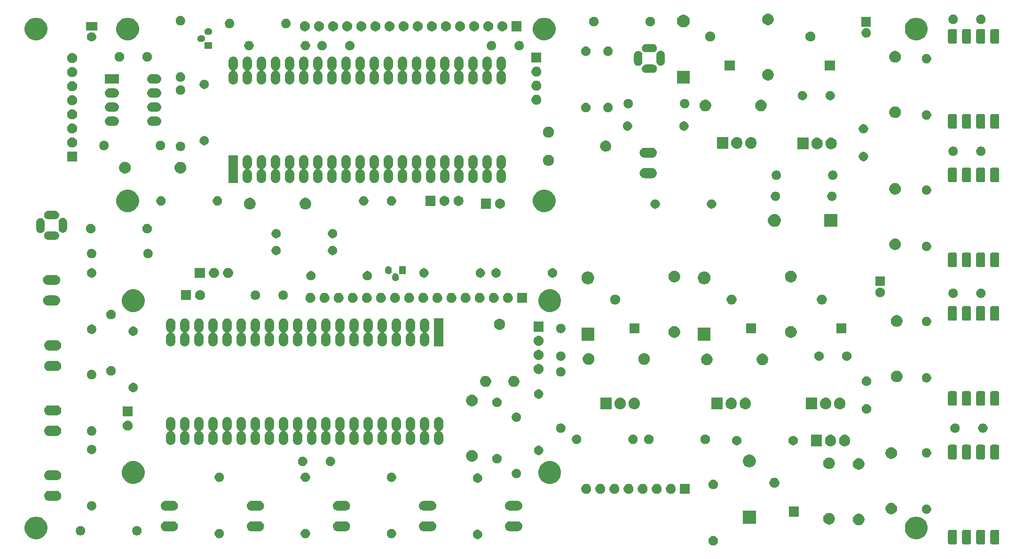
<source format=gbr>
G04 #@! TF.GenerationSoftware,KiCad,Pcbnew,(5.1.5-0-10_14)*
G04 #@! TF.CreationDate,2020-04-28T18:14:51+02:00*
G04 #@! TF.ProjectId,Main_Board_v1_1,4d61696e-5f42-46f6-9172-645f76315f31,rev?*
G04 #@! TF.SameCoordinates,Original*
G04 #@! TF.FileFunction,Soldermask,Top*
G04 #@! TF.FilePolarity,Negative*
%FSLAX46Y46*%
G04 Gerber Fmt 4.6, Leading zero omitted, Abs format (unit mm)*
G04 Created by KiCad (PCBNEW (5.1.5-0-10_14)) date 2020-04-28 18:14:51*
%MOMM*%
%LPD*%
G04 APERTURE LIST*
%ADD10C,0.100000*%
G04 APERTURE END LIST*
D10*
G36*
X153556082Y-128351086D02*
G01*
X153710954Y-128415236D01*
X153850335Y-128508368D01*
X153968869Y-128626902D01*
X154062001Y-128766283D01*
X154126151Y-128921155D01*
X154158854Y-129085567D01*
X154158854Y-129253199D01*
X154126151Y-129417611D01*
X154062001Y-129572483D01*
X153968869Y-129711864D01*
X153850335Y-129830398D01*
X153710954Y-129923530D01*
X153556082Y-129987680D01*
X153391670Y-130020383D01*
X153224038Y-130020383D01*
X153059626Y-129987680D01*
X152904754Y-129923530D01*
X152765373Y-129830398D01*
X152646839Y-129711864D01*
X152553707Y-129572483D01*
X152489557Y-129417611D01*
X152456854Y-129253199D01*
X152456854Y-129085567D01*
X152489557Y-128921155D01*
X152553707Y-128766283D01*
X152646839Y-128626902D01*
X152765373Y-128508368D01*
X152904754Y-128415236D01*
X153059626Y-128351086D01*
X153224038Y-128318383D01*
X153391670Y-128318383D01*
X153556082Y-128351086D01*
G37*
G36*
X204545847Y-127190086D02*
G01*
X204610265Y-127209627D01*
X204669635Y-127241361D01*
X204721671Y-127284066D01*
X204764376Y-127336102D01*
X204796110Y-127395472D01*
X204815651Y-127459890D01*
X204822854Y-127533023D01*
X204822854Y-129474743D01*
X204815651Y-129547876D01*
X204796110Y-129612294D01*
X204764376Y-129671664D01*
X204721671Y-129723700D01*
X204669635Y-129766405D01*
X204610265Y-129798139D01*
X204545847Y-129817680D01*
X204472714Y-129824883D01*
X203546994Y-129824883D01*
X203473861Y-129817680D01*
X203409443Y-129798139D01*
X203350073Y-129766405D01*
X203298037Y-129723700D01*
X203255332Y-129671664D01*
X203223598Y-129612294D01*
X203204057Y-129547876D01*
X203196854Y-129474743D01*
X203196854Y-127533023D01*
X203204057Y-127459890D01*
X203223598Y-127395472D01*
X203255332Y-127336102D01*
X203298037Y-127284066D01*
X203350073Y-127241361D01*
X203409443Y-127209627D01*
X203473861Y-127190086D01*
X203546994Y-127182883D01*
X204472714Y-127182883D01*
X204545847Y-127190086D01*
G37*
G36*
X202005847Y-127190086D02*
G01*
X202070265Y-127209627D01*
X202129635Y-127241361D01*
X202181671Y-127284066D01*
X202224376Y-127336102D01*
X202256110Y-127395472D01*
X202275651Y-127459890D01*
X202282854Y-127533023D01*
X202282854Y-129474743D01*
X202275651Y-129547876D01*
X202256110Y-129612294D01*
X202224376Y-129671664D01*
X202181671Y-129723700D01*
X202129635Y-129766405D01*
X202070265Y-129798139D01*
X202005847Y-129817680D01*
X201932714Y-129824883D01*
X201006994Y-129824883D01*
X200933861Y-129817680D01*
X200869443Y-129798139D01*
X200810073Y-129766405D01*
X200758037Y-129723700D01*
X200715332Y-129671664D01*
X200683598Y-129612294D01*
X200664057Y-129547876D01*
X200656854Y-129474743D01*
X200656854Y-127533023D01*
X200664057Y-127459890D01*
X200683598Y-127395472D01*
X200715332Y-127336102D01*
X200758037Y-127284066D01*
X200810073Y-127241361D01*
X200869443Y-127209627D01*
X200933861Y-127190086D01*
X201006994Y-127182883D01*
X201932714Y-127182883D01*
X202005847Y-127190086D01*
G37*
G36*
X199465847Y-127190086D02*
G01*
X199530265Y-127209627D01*
X199589635Y-127241361D01*
X199641671Y-127284066D01*
X199684376Y-127336102D01*
X199716110Y-127395472D01*
X199735651Y-127459890D01*
X199742854Y-127533023D01*
X199742854Y-129474743D01*
X199735651Y-129547876D01*
X199716110Y-129612294D01*
X199684376Y-129671664D01*
X199641671Y-129723700D01*
X199589635Y-129766405D01*
X199530265Y-129798139D01*
X199465847Y-129817680D01*
X199392714Y-129824883D01*
X198466994Y-129824883D01*
X198393861Y-129817680D01*
X198329443Y-129798139D01*
X198270073Y-129766405D01*
X198218037Y-129723700D01*
X198175332Y-129671664D01*
X198143598Y-129612294D01*
X198124057Y-129547876D01*
X198116854Y-129474743D01*
X198116854Y-127533023D01*
X198124057Y-127459890D01*
X198143598Y-127395472D01*
X198175332Y-127336102D01*
X198218037Y-127284066D01*
X198270073Y-127241361D01*
X198329443Y-127209627D01*
X198393861Y-127190086D01*
X198466994Y-127182883D01*
X199392714Y-127182883D01*
X199465847Y-127190086D01*
G37*
G36*
X196925847Y-127190086D02*
G01*
X196990265Y-127209627D01*
X197049635Y-127241361D01*
X197101671Y-127284066D01*
X197144376Y-127336102D01*
X197176110Y-127395472D01*
X197195651Y-127459890D01*
X197202854Y-127533023D01*
X197202854Y-129474743D01*
X197195651Y-129547876D01*
X197176110Y-129612294D01*
X197144376Y-129671664D01*
X197101671Y-129723700D01*
X197049635Y-129766405D01*
X196990265Y-129798139D01*
X196925847Y-129817680D01*
X196852714Y-129824883D01*
X195926994Y-129824883D01*
X195853861Y-129817680D01*
X195789443Y-129798139D01*
X195730073Y-129766405D01*
X195678037Y-129723700D01*
X195635332Y-129671664D01*
X195603598Y-129612294D01*
X195584057Y-129547876D01*
X195576854Y-129474743D01*
X195576854Y-127533023D01*
X195584057Y-127459890D01*
X195603598Y-127395472D01*
X195635332Y-127336102D01*
X195678037Y-127284066D01*
X195730073Y-127241361D01*
X195789443Y-127209627D01*
X195853861Y-127190086D01*
X195926994Y-127182883D01*
X196852714Y-127182883D01*
X196925847Y-127190086D01*
G37*
G36*
X31956108Y-124897201D02*
G01*
X32329365Y-125051809D01*
X32329367Y-125051810D01*
X32665290Y-125276267D01*
X32950970Y-125561947D01*
X33125545Y-125823216D01*
X33175428Y-125897872D01*
X33330036Y-126271129D01*
X33408854Y-126667376D01*
X33408854Y-127071390D01*
X33330036Y-127467637D01*
X33198345Y-127785567D01*
X33175427Y-127840896D01*
X32950970Y-128176819D01*
X32665290Y-128462499D01*
X32329367Y-128686956D01*
X32329366Y-128686957D01*
X32329365Y-128686957D01*
X31956108Y-128841565D01*
X31559861Y-128920383D01*
X31155847Y-128920383D01*
X30759600Y-128841565D01*
X30386343Y-128686957D01*
X30386342Y-128686957D01*
X30386341Y-128686956D01*
X30050418Y-128462499D01*
X29764738Y-128176819D01*
X29540281Y-127840896D01*
X29517363Y-127785567D01*
X29385672Y-127467637D01*
X29306854Y-127071390D01*
X29306854Y-126667376D01*
X29385672Y-126271129D01*
X29540280Y-125897872D01*
X29590164Y-125823216D01*
X29764738Y-125561947D01*
X30050418Y-125276267D01*
X30386341Y-125051810D01*
X30386343Y-125051809D01*
X30759600Y-124897201D01*
X31155847Y-124818383D01*
X31559861Y-124818383D01*
X31956108Y-124897201D01*
G37*
G36*
X190456108Y-124897201D02*
G01*
X190829365Y-125051809D01*
X190829367Y-125051810D01*
X191165290Y-125276267D01*
X191450970Y-125561947D01*
X191625545Y-125823216D01*
X191675428Y-125897872D01*
X191830036Y-126271129D01*
X191908854Y-126667376D01*
X191908854Y-127071390D01*
X191830036Y-127467637D01*
X191698345Y-127785567D01*
X191675427Y-127840896D01*
X191450970Y-128176819D01*
X191165290Y-128462499D01*
X190829367Y-128686956D01*
X190829366Y-128686957D01*
X190829365Y-128686957D01*
X190456108Y-128841565D01*
X190059861Y-128920383D01*
X189655847Y-128920383D01*
X189259600Y-128841565D01*
X188886343Y-128686957D01*
X188886342Y-128686957D01*
X188886341Y-128686956D01*
X188550418Y-128462499D01*
X188264738Y-128176819D01*
X188040281Y-127840896D01*
X188017363Y-127785567D01*
X187885672Y-127467637D01*
X187806854Y-127071390D01*
X187806854Y-126667376D01*
X187885672Y-126271129D01*
X188040280Y-125897872D01*
X188090164Y-125823216D01*
X188264738Y-125561947D01*
X188550418Y-125276267D01*
X188886341Y-125051810D01*
X188886343Y-125051809D01*
X189259600Y-124897201D01*
X189655847Y-124818383D01*
X190059861Y-124818383D01*
X190456108Y-124897201D01*
G37*
G36*
X111106082Y-127211086D02*
G01*
X111260954Y-127275236D01*
X111400335Y-127368368D01*
X111518869Y-127486902D01*
X111612001Y-127626283D01*
X111676151Y-127781155D01*
X111708854Y-127945567D01*
X111708854Y-128113199D01*
X111676151Y-128277611D01*
X111612001Y-128432483D01*
X111518869Y-128571864D01*
X111400335Y-128690398D01*
X111260954Y-128783530D01*
X111106082Y-128847680D01*
X110941670Y-128880383D01*
X110774038Y-128880383D01*
X110609626Y-128847680D01*
X110454754Y-128783530D01*
X110315373Y-128690398D01*
X110196839Y-128571864D01*
X110103707Y-128432483D01*
X110039557Y-128277611D01*
X110006854Y-128113199D01*
X110006854Y-127945567D01*
X110039557Y-127781155D01*
X110103707Y-127626283D01*
X110196839Y-127486902D01*
X110315373Y-127368368D01*
X110454754Y-127275236D01*
X110609626Y-127211086D01*
X110774038Y-127178383D01*
X110941670Y-127178383D01*
X111106082Y-127211086D01*
G37*
G36*
X64606082Y-127051086D02*
G01*
X64760954Y-127115236D01*
X64900335Y-127208368D01*
X65018869Y-127326902D01*
X65112001Y-127466283D01*
X65176151Y-127621155D01*
X65208854Y-127785567D01*
X65208854Y-127953199D01*
X65176151Y-128117611D01*
X65112001Y-128272483D01*
X65018869Y-128411864D01*
X64900335Y-128530398D01*
X64760954Y-128623530D01*
X64606082Y-128687680D01*
X64441670Y-128720383D01*
X64274038Y-128720383D01*
X64109626Y-128687680D01*
X63954754Y-128623530D01*
X63815373Y-128530398D01*
X63696839Y-128411864D01*
X63603707Y-128272483D01*
X63539557Y-128117611D01*
X63506854Y-127953199D01*
X63506854Y-127785567D01*
X63539557Y-127621155D01*
X63603707Y-127466283D01*
X63696839Y-127326902D01*
X63815373Y-127208368D01*
X63954754Y-127115236D01*
X64109626Y-127051086D01*
X64274038Y-127018383D01*
X64441670Y-127018383D01*
X64606082Y-127051086D01*
G37*
G36*
X95606082Y-127051086D02*
G01*
X95760954Y-127115236D01*
X95900335Y-127208368D01*
X96018869Y-127326902D01*
X96112001Y-127466283D01*
X96176151Y-127621155D01*
X96208854Y-127785567D01*
X96208854Y-127953199D01*
X96176151Y-128117611D01*
X96112001Y-128272483D01*
X96018869Y-128411864D01*
X95900335Y-128530398D01*
X95760954Y-128623530D01*
X95606082Y-128687680D01*
X95441670Y-128720383D01*
X95274038Y-128720383D01*
X95109626Y-128687680D01*
X94954754Y-128623530D01*
X94815373Y-128530398D01*
X94696839Y-128411864D01*
X94603707Y-128272483D01*
X94539557Y-128117611D01*
X94506854Y-127953199D01*
X94506854Y-127785567D01*
X94539557Y-127621155D01*
X94603707Y-127466283D01*
X94696839Y-127326902D01*
X94815373Y-127208368D01*
X94954754Y-127115236D01*
X95109626Y-127051086D01*
X95274038Y-127018383D01*
X95441670Y-127018383D01*
X95606082Y-127051086D01*
G37*
G36*
X80106082Y-127051086D02*
G01*
X80260954Y-127115236D01*
X80400335Y-127208368D01*
X80518869Y-127326902D01*
X80612001Y-127466283D01*
X80676151Y-127621155D01*
X80708854Y-127785567D01*
X80708854Y-127953199D01*
X80676151Y-128117611D01*
X80612001Y-128272483D01*
X80518869Y-128411864D01*
X80400335Y-128530398D01*
X80260954Y-128623530D01*
X80106082Y-128687680D01*
X79941670Y-128720383D01*
X79774038Y-128720383D01*
X79609626Y-128687680D01*
X79454754Y-128623530D01*
X79315373Y-128530398D01*
X79196839Y-128411864D01*
X79103707Y-128272483D01*
X79039557Y-128117611D01*
X79006854Y-127953199D01*
X79006854Y-127785567D01*
X79039557Y-127621155D01*
X79103707Y-127466283D01*
X79196839Y-127326902D01*
X79315373Y-127208368D01*
X79454754Y-127115236D01*
X79609626Y-127051086D01*
X79774038Y-127018383D01*
X79941670Y-127018383D01*
X80106082Y-127051086D01*
G37*
G36*
X49766082Y-126551086D02*
G01*
X49920954Y-126615236D01*
X50060335Y-126708368D01*
X50178869Y-126826902D01*
X50272001Y-126966283D01*
X50336151Y-127121155D01*
X50368854Y-127285567D01*
X50368854Y-127453199D01*
X50336151Y-127617611D01*
X50272001Y-127772483D01*
X50178869Y-127911864D01*
X50060335Y-128030398D01*
X49920954Y-128123530D01*
X49766082Y-128187680D01*
X49601670Y-128220383D01*
X49434038Y-128220383D01*
X49269626Y-128187680D01*
X49114754Y-128123530D01*
X48975373Y-128030398D01*
X48856839Y-127911864D01*
X48763707Y-127772483D01*
X48699557Y-127617611D01*
X48666854Y-127453199D01*
X48666854Y-127285567D01*
X48699557Y-127121155D01*
X48763707Y-126966283D01*
X48856839Y-126826902D01*
X48975373Y-126708368D01*
X49114754Y-126615236D01*
X49269626Y-126551086D01*
X49434038Y-126518383D01*
X49601670Y-126518383D01*
X49766082Y-126551086D01*
G37*
G36*
X39606082Y-126551086D02*
G01*
X39760954Y-126615236D01*
X39900335Y-126708368D01*
X40018869Y-126826902D01*
X40112001Y-126966283D01*
X40176151Y-127121155D01*
X40208854Y-127285567D01*
X40208854Y-127453199D01*
X40176151Y-127617611D01*
X40112001Y-127772483D01*
X40018869Y-127911864D01*
X39900335Y-128030398D01*
X39760954Y-128123530D01*
X39606082Y-128187680D01*
X39441670Y-128220383D01*
X39274038Y-128220383D01*
X39109626Y-128187680D01*
X38954754Y-128123530D01*
X38815373Y-128030398D01*
X38696839Y-127911864D01*
X38603707Y-127772483D01*
X38539557Y-127617611D01*
X38506854Y-127453199D01*
X38506854Y-127285567D01*
X38539557Y-127121155D01*
X38603707Y-126966283D01*
X38696839Y-126826902D01*
X38815373Y-126708368D01*
X38954754Y-126615236D01*
X39109626Y-126551086D01*
X39274038Y-126518383D01*
X39441670Y-126518383D01*
X39606082Y-126551086D01*
G37*
G36*
X102618296Y-125674901D02*
G01*
X102684481Y-125681420D01*
X102854320Y-125732940D01*
X103010845Y-125816605D01*
X103046583Y-125845935D01*
X103148040Y-125929197D01*
X103202334Y-125995356D01*
X103260632Y-126066392D01*
X103344297Y-126222917D01*
X103395817Y-126392756D01*
X103413213Y-126569383D01*
X103395817Y-126746010D01*
X103344297Y-126915849D01*
X103260632Y-127072374D01*
X103231302Y-127108112D01*
X103148040Y-127209569D01*
X103046583Y-127292831D01*
X103010845Y-127322161D01*
X102854320Y-127405826D01*
X102684481Y-127457346D01*
X102618297Y-127463864D01*
X102552114Y-127470383D01*
X101163594Y-127470383D01*
X101097411Y-127463864D01*
X101031227Y-127457346D01*
X100861388Y-127405826D01*
X100704863Y-127322161D01*
X100669125Y-127292831D01*
X100567668Y-127209569D01*
X100484406Y-127108112D01*
X100455076Y-127072374D01*
X100371411Y-126915849D01*
X100319891Y-126746010D01*
X100302495Y-126569383D01*
X100319891Y-126392756D01*
X100371411Y-126222917D01*
X100455076Y-126066392D01*
X100513374Y-125995356D01*
X100567668Y-125929197D01*
X100669125Y-125845935D01*
X100704863Y-125816605D01*
X100861388Y-125732940D01*
X101031227Y-125681420D01*
X101097412Y-125674901D01*
X101163594Y-125668383D01*
X102552114Y-125668383D01*
X102618296Y-125674901D01*
G37*
G36*
X71618296Y-125674901D02*
G01*
X71684481Y-125681420D01*
X71854320Y-125732940D01*
X72010845Y-125816605D01*
X72046583Y-125845935D01*
X72148040Y-125929197D01*
X72202334Y-125995356D01*
X72260632Y-126066392D01*
X72344297Y-126222917D01*
X72395817Y-126392756D01*
X72413213Y-126569383D01*
X72395817Y-126746010D01*
X72344297Y-126915849D01*
X72260632Y-127072374D01*
X72231302Y-127108112D01*
X72148040Y-127209569D01*
X72046583Y-127292831D01*
X72010845Y-127322161D01*
X71854320Y-127405826D01*
X71684481Y-127457346D01*
X71618297Y-127463864D01*
X71552114Y-127470383D01*
X70163594Y-127470383D01*
X70097411Y-127463864D01*
X70031227Y-127457346D01*
X69861388Y-127405826D01*
X69704863Y-127322161D01*
X69669125Y-127292831D01*
X69567668Y-127209569D01*
X69484406Y-127108112D01*
X69455076Y-127072374D01*
X69371411Y-126915849D01*
X69319891Y-126746010D01*
X69302495Y-126569383D01*
X69319891Y-126392756D01*
X69371411Y-126222917D01*
X69455076Y-126066392D01*
X69513374Y-125995356D01*
X69567668Y-125929197D01*
X69669125Y-125845935D01*
X69704863Y-125816605D01*
X69861388Y-125732940D01*
X70031227Y-125681420D01*
X70097412Y-125674901D01*
X70163594Y-125668383D01*
X71552114Y-125668383D01*
X71618296Y-125674901D01*
G37*
G36*
X118118296Y-125674901D02*
G01*
X118184481Y-125681420D01*
X118354320Y-125732940D01*
X118510845Y-125816605D01*
X118546583Y-125845935D01*
X118648040Y-125929197D01*
X118702334Y-125995356D01*
X118760632Y-126066392D01*
X118844297Y-126222917D01*
X118895817Y-126392756D01*
X118913213Y-126569383D01*
X118895817Y-126746010D01*
X118844297Y-126915849D01*
X118760632Y-127072374D01*
X118731302Y-127108112D01*
X118648040Y-127209569D01*
X118546583Y-127292831D01*
X118510845Y-127322161D01*
X118354320Y-127405826D01*
X118184481Y-127457346D01*
X118118297Y-127463864D01*
X118052114Y-127470383D01*
X116663594Y-127470383D01*
X116597411Y-127463864D01*
X116531227Y-127457346D01*
X116361388Y-127405826D01*
X116204863Y-127322161D01*
X116169125Y-127292831D01*
X116067668Y-127209569D01*
X115984406Y-127108112D01*
X115955076Y-127072374D01*
X115871411Y-126915849D01*
X115819891Y-126746010D01*
X115802495Y-126569383D01*
X115819891Y-126392756D01*
X115871411Y-126222917D01*
X115955076Y-126066392D01*
X116013374Y-125995356D01*
X116067668Y-125929197D01*
X116169125Y-125845935D01*
X116204863Y-125816605D01*
X116361388Y-125732940D01*
X116531227Y-125681420D01*
X116597412Y-125674901D01*
X116663594Y-125668383D01*
X118052114Y-125668383D01*
X118118296Y-125674901D01*
G37*
G36*
X87118296Y-125674901D02*
G01*
X87184481Y-125681420D01*
X87354320Y-125732940D01*
X87510845Y-125816605D01*
X87546583Y-125845935D01*
X87648040Y-125929197D01*
X87702334Y-125995356D01*
X87760632Y-126066392D01*
X87844297Y-126222917D01*
X87895817Y-126392756D01*
X87913213Y-126569383D01*
X87895817Y-126746010D01*
X87844297Y-126915849D01*
X87760632Y-127072374D01*
X87731302Y-127108112D01*
X87648040Y-127209569D01*
X87546583Y-127292831D01*
X87510845Y-127322161D01*
X87354320Y-127405826D01*
X87184481Y-127457346D01*
X87118297Y-127463864D01*
X87052114Y-127470383D01*
X85663594Y-127470383D01*
X85597411Y-127463864D01*
X85531227Y-127457346D01*
X85361388Y-127405826D01*
X85204863Y-127322161D01*
X85169125Y-127292831D01*
X85067668Y-127209569D01*
X84984406Y-127108112D01*
X84955076Y-127072374D01*
X84871411Y-126915849D01*
X84819891Y-126746010D01*
X84802495Y-126569383D01*
X84819891Y-126392756D01*
X84871411Y-126222917D01*
X84955076Y-126066392D01*
X85013374Y-125995356D01*
X85067668Y-125929197D01*
X85169125Y-125845935D01*
X85204863Y-125816605D01*
X85361388Y-125732940D01*
X85531227Y-125681420D01*
X85597412Y-125674901D01*
X85663594Y-125668383D01*
X87052114Y-125668383D01*
X87118296Y-125674901D01*
G37*
G36*
X56118296Y-125674901D02*
G01*
X56184481Y-125681420D01*
X56354320Y-125732940D01*
X56510845Y-125816605D01*
X56546583Y-125845935D01*
X56648040Y-125929197D01*
X56702334Y-125995356D01*
X56760632Y-126066392D01*
X56844297Y-126222917D01*
X56895817Y-126392756D01*
X56913213Y-126569383D01*
X56895817Y-126746010D01*
X56844297Y-126915849D01*
X56760632Y-127072374D01*
X56731302Y-127108112D01*
X56648040Y-127209569D01*
X56546583Y-127292831D01*
X56510845Y-127322161D01*
X56354320Y-127405826D01*
X56184481Y-127457346D01*
X56118297Y-127463864D01*
X56052114Y-127470383D01*
X54663594Y-127470383D01*
X54597411Y-127463864D01*
X54531227Y-127457346D01*
X54361388Y-127405826D01*
X54204863Y-127322161D01*
X54169125Y-127292831D01*
X54067668Y-127209569D01*
X53984406Y-127108112D01*
X53955076Y-127072374D01*
X53871411Y-126915849D01*
X53819891Y-126746010D01*
X53802495Y-126569383D01*
X53819891Y-126392756D01*
X53871411Y-126222917D01*
X53955076Y-126066392D01*
X54013374Y-125995356D01*
X54067668Y-125929197D01*
X54169125Y-125845935D01*
X54204863Y-125816605D01*
X54361388Y-125732940D01*
X54531227Y-125681420D01*
X54597412Y-125674901D01*
X54663594Y-125668383D01*
X56052114Y-125668383D01*
X56118296Y-125674901D01*
G37*
G36*
X179810418Y-124314772D02*
G01*
X180001687Y-124393998D01*
X180001689Y-124393999D01*
X180041175Y-124420383D01*
X180173827Y-124509018D01*
X180320219Y-124655410D01*
X180435239Y-124827550D01*
X180514465Y-125018819D01*
X180554854Y-125221867D01*
X180554854Y-125428899D01*
X180514465Y-125631947D01*
X180487844Y-125696216D01*
X180435238Y-125823218D01*
X180320219Y-125995356D01*
X180173827Y-126141748D01*
X180001689Y-126256767D01*
X180001688Y-126256768D01*
X180001687Y-126256768D01*
X179810418Y-126335994D01*
X179607370Y-126376383D01*
X179400338Y-126376383D01*
X179197290Y-126335994D01*
X179006021Y-126256768D01*
X179006020Y-126256768D01*
X179006019Y-126256767D01*
X178833881Y-126141748D01*
X178687489Y-125995356D01*
X178572470Y-125823218D01*
X178519864Y-125696216D01*
X178493243Y-125631947D01*
X178452854Y-125428899D01*
X178452854Y-125221867D01*
X178493243Y-125018819D01*
X178572469Y-124827550D01*
X178687489Y-124655410D01*
X178833881Y-124509018D01*
X178966533Y-124420383D01*
X179006019Y-124393999D01*
X179006021Y-124393998D01*
X179197290Y-124314772D01*
X179400338Y-124274383D01*
X179607370Y-124274383D01*
X179810418Y-124314772D01*
G37*
G36*
X174476418Y-124187772D02*
G01*
X174667687Y-124266998D01*
X174667689Y-124266999D01*
X174839827Y-124382018D01*
X174986219Y-124528410D01*
X175071078Y-124655410D01*
X175101239Y-124700550D01*
X175180465Y-124891819D01*
X175220854Y-125094867D01*
X175220854Y-125301899D01*
X175180465Y-125504947D01*
X175101239Y-125696216D01*
X175101238Y-125696218D01*
X174986219Y-125868356D01*
X174839827Y-126014748D01*
X174667689Y-126129767D01*
X174667688Y-126129768D01*
X174667687Y-126129768D01*
X174476418Y-126208994D01*
X174273370Y-126249383D01*
X174066338Y-126249383D01*
X173863290Y-126208994D01*
X173672021Y-126129768D01*
X173672020Y-126129768D01*
X173672019Y-126129767D01*
X173499881Y-126014748D01*
X173353489Y-125868356D01*
X173238470Y-125696218D01*
X173238469Y-125696216D01*
X173159243Y-125504947D01*
X173118854Y-125301899D01*
X173118854Y-125094867D01*
X173159243Y-124891819D01*
X173238469Y-124700550D01*
X173268631Y-124655410D01*
X173353489Y-124528410D01*
X173499881Y-124382018D01*
X173672019Y-124266999D01*
X173672021Y-124266998D01*
X173863290Y-124187772D01*
X174066338Y-124147383D01*
X174273370Y-124147383D01*
X174476418Y-124187772D01*
G37*
G36*
X160969854Y-126095383D02*
G01*
X158667854Y-126095383D01*
X158667854Y-123793383D01*
X160969854Y-123793383D01*
X160969854Y-126095383D01*
G37*
G36*
X168720854Y-124829383D02*
G01*
X166918854Y-124829383D01*
X166918854Y-123027383D01*
X168720854Y-123027383D01*
X168720854Y-124829383D01*
G37*
G36*
X185664418Y-122358772D02*
G01*
X185855687Y-122437998D01*
X185855689Y-122437999D01*
X185898019Y-122466283D01*
X186027827Y-122553018D01*
X186174219Y-122699410D01*
X186289239Y-122871550D01*
X186368465Y-123062819D01*
X186408854Y-123265867D01*
X186408854Y-123472899D01*
X186368465Y-123675947D01*
X186289239Y-123867216D01*
X186289238Y-123867218D01*
X186174219Y-124039356D01*
X186027827Y-124185748D01*
X185855689Y-124300767D01*
X185855688Y-124300768D01*
X185855687Y-124300768D01*
X185664418Y-124379994D01*
X185461370Y-124420383D01*
X185254338Y-124420383D01*
X185051290Y-124379994D01*
X184860021Y-124300768D01*
X184860020Y-124300768D01*
X184860019Y-124300767D01*
X184687881Y-124185748D01*
X184541489Y-124039356D01*
X184426470Y-123867218D01*
X184426469Y-123867216D01*
X184347243Y-123675947D01*
X184306854Y-123472899D01*
X184306854Y-123265867D01*
X184347243Y-123062819D01*
X184426469Y-122871550D01*
X184541489Y-122699410D01*
X184687881Y-122553018D01*
X184817689Y-122466283D01*
X184860019Y-122437999D01*
X184860021Y-122437998D01*
X185051290Y-122358772D01*
X185254338Y-122318383D01*
X185461370Y-122318383D01*
X185664418Y-122358772D01*
G37*
G36*
X191956082Y-122651086D02*
G01*
X192110954Y-122715236D01*
X192250335Y-122808368D01*
X192368869Y-122926902D01*
X192462001Y-123066283D01*
X192526151Y-123221155D01*
X192558854Y-123385567D01*
X192558854Y-123553199D01*
X192526151Y-123717611D01*
X192462001Y-123872483D01*
X192368869Y-124011864D01*
X192250335Y-124130398D01*
X192110954Y-124223530D01*
X191956082Y-124287680D01*
X191791670Y-124320383D01*
X191624038Y-124320383D01*
X191459626Y-124287680D01*
X191304754Y-124223530D01*
X191165373Y-124130398D01*
X191046839Y-124011864D01*
X190953707Y-123872483D01*
X190889557Y-123717611D01*
X190856854Y-123553199D01*
X190856854Y-123385567D01*
X190889557Y-123221155D01*
X190953707Y-123066283D01*
X191046839Y-122926902D01*
X191165373Y-122808368D01*
X191304754Y-122715236D01*
X191459626Y-122651086D01*
X191624038Y-122618383D01*
X191791670Y-122618383D01*
X191956082Y-122651086D01*
G37*
G36*
X118118296Y-121974901D02*
G01*
X118184481Y-121981420D01*
X118354320Y-122032940D01*
X118510845Y-122116605D01*
X118546583Y-122145935D01*
X118648040Y-122229197D01*
X118721232Y-122318383D01*
X118760632Y-122366392D01*
X118844297Y-122522917D01*
X118895817Y-122692756D01*
X118913213Y-122869383D01*
X118895817Y-123046010D01*
X118844297Y-123215849D01*
X118760632Y-123372374D01*
X118731302Y-123408112D01*
X118648040Y-123509569D01*
X118546583Y-123592831D01*
X118510845Y-123622161D01*
X118354320Y-123705826D01*
X118184481Y-123757346D01*
X118118297Y-123763864D01*
X118052114Y-123770383D01*
X116663594Y-123770383D01*
X116597411Y-123763864D01*
X116531227Y-123757346D01*
X116361388Y-123705826D01*
X116204863Y-123622161D01*
X116169125Y-123592831D01*
X116067668Y-123509569D01*
X115984406Y-123408112D01*
X115955076Y-123372374D01*
X115871411Y-123215849D01*
X115819891Y-123046010D01*
X115802495Y-122869383D01*
X115819891Y-122692756D01*
X115871411Y-122522917D01*
X115955076Y-122366392D01*
X115994476Y-122318383D01*
X116067668Y-122229197D01*
X116169125Y-122145935D01*
X116204863Y-122116605D01*
X116361388Y-122032940D01*
X116531227Y-121981420D01*
X116597412Y-121974901D01*
X116663594Y-121968383D01*
X118052114Y-121968383D01*
X118118296Y-121974901D01*
G37*
G36*
X71618296Y-121974901D02*
G01*
X71684481Y-121981420D01*
X71854320Y-122032940D01*
X72010845Y-122116605D01*
X72046583Y-122145935D01*
X72148040Y-122229197D01*
X72221232Y-122318383D01*
X72260632Y-122366392D01*
X72344297Y-122522917D01*
X72395817Y-122692756D01*
X72413213Y-122869383D01*
X72395817Y-123046010D01*
X72344297Y-123215849D01*
X72260632Y-123372374D01*
X72231302Y-123408112D01*
X72148040Y-123509569D01*
X72046583Y-123592831D01*
X72010845Y-123622161D01*
X71854320Y-123705826D01*
X71684481Y-123757346D01*
X71618297Y-123763864D01*
X71552114Y-123770383D01*
X70163594Y-123770383D01*
X70097411Y-123763864D01*
X70031227Y-123757346D01*
X69861388Y-123705826D01*
X69704863Y-123622161D01*
X69669125Y-123592831D01*
X69567668Y-123509569D01*
X69484406Y-123408112D01*
X69455076Y-123372374D01*
X69371411Y-123215849D01*
X69319891Y-123046010D01*
X69302495Y-122869383D01*
X69319891Y-122692756D01*
X69371411Y-122522917D01*
X69455076Y-122366392D01*
X69494476Y-122318383D01*
X69567668Y-122229197D01*
X69669125Y-122145935D01*
X69704863Y-122116605D01*
X69861388Y-122032940D01*
X70031227Y-121981420D01*
X70097412Y-121974901D01*
X70163594Y-121968383D01*
X71552114Y-121968383D01*
X71618296Y-121974901D01*
G37*
G36*
X56118296Y-121974901D02*
G01*
X56184481Y-121981420D01*
X56354320Y-122032940D01*
X56510845Y-122116605D01*
X56546583Y-122145935D01*
X56648040Y-122229197D01*
X56721232Y-122318383D01*
X56760632Y-122366392D01*
X56844297Y-122522917D01*
X56895817Y-122692756D01*
X56913213Y-122869383D01*
X56895817Y-123046010D01*
X56844297Y-123215849D01*
X56760632Y-123372374D01*
X56731302Y-123408112D01*
X56648040Y-123509569D01*
X56546583Y-123592831D01*
X56510845Y-123622161D01*
X56354320Y-123705826D01*
X56184481Y-123757346D01*
X56118297Y-123763864D01*
X56052114Y-123770383D01*
X54663594Y-123770383D01*
X54597411Y-123763864D01*
X54531227Y-123757346D01*
X54361388Y-123705826D01*
X54204863Y-123622161D01*
X54169125Y-123592831D01*
X54067668Y-123509569D01*
X53984406Y-123408112D01*
X53955076Y-123372374D01*
X53871411Y-123215849D01*
X53819891Y-123046010D01*
X53802495Y-122869383D01*
X53819891Y-122692756D01*
X53871411Y-122522917D01*
X53955076Y-122366392D01*
X53994476Y-122318383D01*
X54067668Y-122229197D01*
X54169125Y-122145935D01*
X54204863Y-122116605D01*
X54361388Y-122032940D01*
X54531227Y-121981420D01*
X54597412Y-121974901D01*
X54663594Y-121968383D01*
X56052114Y-121968383D01*
X56118296Y-121974901D01*
G37*
G36*
X87118296Y-121974901D02*
G01*
X87184481Y-121981420D01*
X87354320Y-122032940D01*
X87510845Y-122116605D01*
X87546583Y-122145935D01*
X87648040Y-122229197D01*
X87721232Y-122318383D01*
X87760632Y-122366392D01*
X87844297Y-122522917D01*
X87895817Y-122692756D01*
X87913213Y-122869383D01*
X87895817Y-123046010D01*
X87844297Y-123215849D01*
X87760632Y-123372374D01*
X87731302Y-123408112D01*
X87648040Y-123509569D01*
X87546583Y-123592831D01*
X87510845Y-123622161D01*
X87354320Y-123705826D01*
X87184481Y-123757346D01*
X87118297Y-123763864D01*
X87052114Y-123770383D01*
X85663594Y-123770383D01*
X85597411Y-123763864D01*
X85531227Y-123757346D01*
X85361388Y-123705826D01*
X85204863Y-123622161D01*
X85169125Y-123592831D01*
X85067668Y-123509569D01*
X84984406Y-123408112D01*
X84955076Y-123372374D01*
X84871411Y-123215849D01*
X84819891Y-123046010D01*
X84802495Y-122869383D01*
X84819891Y-122692756D01*
X84871411Y-122522917D01*
X84955076Y-122366392D01*
X84994476Y-122318383D01*
X85067668Y-122229197D01*
X85169125Y-122145935D01*
X85204863Y-122116605D01*
X85361388Y-122032940D01*
X85531227Y-121981420D01*
X85597412Y-121974901D01*
X85663594Y-121968383D01*
X87052114Y-121968383D01*
X87118296Y-121974901D01*
G37*
G36*
X102618296Y-121974901D02*
G01*
X102684481Y-121981420D01*
X102854320Y-122032940D01*
X103010845Y-122116605D01*
X103046583Y-122145935D01*
X103148040Y-122229197D01*
X103221232Y-122318383D01*
X103260632Y-122366392D01*
X103344297Y-122522917D01*
X103395817Y-122692756D01*
X103413213Y-122869383D01*
X103395817Y-123046010D01*
X103344297Y-123215849D01*
X103260632Y-123372374D01*
X103231302Y-123408112D01*
X103148040Y-123509569D01*
X103046583Y-123592831D01*
X103010845Y-123622161D01*
X102854320Y-123705826D01*
X102684481Y-123757346D01*
X102618297Y-123763864D01*
X102552114Y-123770383D01*
X101163594Y-123770383D01*
X101097411Y-123763864D01*
X101031227Y-123757346D01*
X100861388Y-123705826D01*
X100704863Y-123622161D01*
X100669125Y-123592831D01*
X100567668Y-123509569D01*
X100484406Y-123408112D01*
X100455076Y-123372374D01*
X100371411Y-123215849D01*
X100319891Y-123046010D01*
X100302495Y-122869383D01*
X100319891Y-122692756D01*
X100371411Y-122522917D01*
X100455076Y-122366392D01*
X100494476Y-122318383D01*
X100567668Y-122229197D01*
X100669125Y-122145935D01*
X100704863Y-122116605D01*
X100861388Y-122032940D01*
X101031227Y-121981420D01*
X101097412Y-121974901D01*
X101163594Y-121968383D01*
X102552114Y-121968383D01*
X102618296Y-121974901D01*
G37*
G36*
X41606082Y-122051086D02*
G01*
X41760954Y-122115236D01*
X41900335Y-122208368D01*
X42018869Y-122326902D01*
X42112001Y-122466283D01*
X42176151Y-122621155D01*
X42208854Y-122785567D01*
X42208854Y-122953199D01*
X42176151Y-123117611D01*
X42112001Y-123272483D01*
X42018869Y-123411864D01*
X41900335Y-123530398D01*
X41760954Y-123623530D01*
X41606082Y-123687680D01*
X41441670Y-123720383D01*
X41274038Y-123720383D01*
X41109626Y-123687680D01*
X40954754Y-123623530D01*
X40815373Y-123530398D01*
X40696839Y-123411864D01*
X40603707Y-123272483D01*
X40539557Y-123117611D01*
X40506854Y-122953199D01*
X40506854Y-122785567D01*
X40539557Y-122621155D01*
X40603707Y-122466283D01*
X40696839Y-122326902D01*
X40815373Y-122208368D01*
X40954754Y-122115236D01*
X41109626Y-122051086D01*
X41274038Y-122018383D01*
X41441670Y-122018383D01*
X41606082Y-122051086D01*
G37*
G36*
X35118297Y-120174902D02*
G01*
X35184481Y-120181420D01*
X35354320Y-120232940D01*
X35510845Y-120316605D01*
X35546583Y-120345935D01*
X35648040Y-120429197D01*
X35721931Y-120519235D01*
X35760632Y-120566392D01*
X35760633Y-120566394D01*
X35824436Y-120685759D01*
X35844297Y-120722917D01*
X35895817Y-120892756D01*
X35913213Y-121069383D01*
X35895817Y-121246010D01*
X35844297Y-121415849D01*
X35760632Y-121572374D01*
X35731302Y-121608112D01*
X35648040Y-121709569D01*
X35546583Y-121792831D01*
X35510845Y-121822161D01*
X35354320Y-121905826D01*
X35184481Y-121957346D01*
X35118296Y-121963865D01*
X35052114Y-121970383D01*
X33663594Y-121970383D01*
X33597412Y-121963865D01*
X33531227Y-121957346D01*
X33361388Y-121905826D01*
X33204863Y-121822161D01*
X33169125Y-121792831D01*
X33067668Y-121709569D01*
X32984406Y-121608112D01*
X32955076Y-121572374D01*
X32871411Y-121415849D01*
X32819891Y-121246010D01*
X32802495Y-121069383D01*
X32819891Y-120892756D01*
X32871411Y-120722917D01*
X32891273Y-120685759D01*
X32955075Y-120566394D01*
X32955076Y-120566392D01*
X32993777Y-120519235D01*
X33067668Y-120429197D01*
X33169125Y-120345935D01*
X33204863Y-120316605D01*
X33361388Y-120232940D01*
X33531227Y-120181420D01*
X33597411Y-120174902D01*
X33663594Y-120168383D01*
X35052114Y-120168383D01*
X35118297Y-120174902D01*
G37*
G36*
X130541366Y-118923310D02*
G01*
X130690666Y-118953007D01*
X130854638Y-119020927D01*
X131002208Y-119119530D01*
X131127707Y-119245029D01*
X131226310Y-119392599D01*
X131294230Y-119556571D01*
X131328854Y-119730642D01*
X131328854Y-119908124D01*
X131294230Y-120082195D01*
X131226310Y-120246167D01*
X131127707Y-120393737D01*
X131002208Y-120519236D01*
X130854638Y-120617839D01*
X130690666Y-120685759D01*
X130541366Y-120715456D01*
X130516596Y-120720383D01*
X130339112Y-120720383D01*
X130314342Y-120715456D01*
X130165042Y-120685759D01*
X130001070Y-120617839D01*
X129853500Y-120519236D01*
X129728001Y-120393737D01*
X129629398Y-120246167D01*
X129561478Y-120082195D01*
X129526854Y-119908124D01*
X129526854Y-119730642D01*
X129561478Y-119556571D01*
X129629398Y-119392599D01*
X129728001Y-119245029D01*
X129853500Y-119119530D01*
X130001070Y-119020927D01*
X130165042Y-118953007D01*
X130314342Y-118923310D01*
X130339112Y-118918383D01*
X130516596Y-118918383D01*
X130541366Y-118923310D01*
G37*
G36*
X133081366Y-118923310D02*
G01*
X133230666Y-118953007D01*
X133394638Y-119020927D01*
X133542208Y-119119530D01*
X133667707Y-119245029D01*
X133766310Y-119392599D01*
X133834230Y-119556571D01*
X133868854Y-119730642D01*
X133868854Y-119908124D01*
X133834230Y-120082195D01*
X133766310Y-120246167D01*
X133667707Y-120393737D01*
X133542208Y-120519236D01*
X133394638Y-120617839D01*
X133230666Y-120685759D01*
X133081366Y-120715456D01*
X133056596Y-120720383D01*
X132879112Y-120720383D01*
X132854342Y-120715456D01*
X132705042Y-120685759D01*
X132541070Y-120617839D01*
X132393500Y-120519236D01*
X132268001Y-120393737D01*
X132169398Y-120246167D01*
X132101478Y-120082195D01*
X132066854Y-119908124D01*
X132066854Y-119730642D01*
X132101478Y-119556571D01*
X132169398Y-119392599D01*
X132268001Y-119245029D01*
X132393500Y-119119530D01*
X132541070Y-119020927D01*
X132705042Y-118953007D01*
X132854342Y-118923310D01*
X132879112Y-118918383D01*
X133056596Y-118918383D01*
X133081366Y-118923310D01*
G37*
G36*
X140701366Y-118923310D02*
G01*
X140850666Y-118953007D01*
X141014638Y-119020927D01*
X141162208Y-119119530D01*
X141287707Y-119245029D01*
X141386310Y-119392599D01*
X141454230Y-119556571D01*
X141488854Y-119730642D01*
X141488854Y-119908124D01*
X141454230Y-120082195D01*
X141386310Y-120246167D01*
X141287707Y-120393737D01*
X141162208Y-120519236D01*
X141014638Y-120617839D01*
X140850666Y-120685759D01*
X140701366Y-120715456D01*
X140676596Y-120720383D01*
X140499112Y-120720383D01*
X140474342Y-120715456D01*
X140325042Y-120685759D01*
X140161070Y-120617839D01*
X140013500Y-120519236D01*
X139888001Y-120393737D01*
X139789398Y-120246167D01*
X139721478Y-120082195D01*
X139686854Y-119908124D01*
X139686854Y-119730642D01*
X139721478Y-119556571D01*
X139789398Y-119392599D01*
X139888001Y-119245029D01*
X140013500Y-119119530D01*
X140161070Y-119020927D01*
X140325042Y-118953007D01*
X140474342Y-118923310D01*
X140499112Y-118918383D01*
X140676596Y-118918383D01*
X140701366Y-118923310D01*
G37*
G36*
X145781366Y-118923310D02*
G01*
X145930666Y-118953007D01*
X146094638Y-119020927D01*
X146242208Y-119119530D01*
X146367707Y-119245029D01*
X146466310Y-119392599D01*
X146534230Y-119556571D01*
X146568854Y-119730642D01*
X146568854Y-119908124D01*
X146534230Y-120082195D01*
X146466310Y-120246167D01*
X146367707Y-120393737D01*
X146242208Y-120519236D01*
X146094638Y-120617839D01*
X145930666Y-120685759D01*
X145781366Y-120715456D01*
X145756596Y-120720383D01*
X145579112Y-120720383D01*
X145554342Y-120715456D01*
X145405042Y-120685759D01*
X145241070Y-120617839D01*
X145093500Y-120519236D01*
X144968001Y-120393737D01*
X144869398Y-120246167D01*
X144801478Y-120082195D01*
X144766854Y-119908124D01*
X144766854Y-119730642D01*
X144801478Y-119556571D01*
X144869398Y-119392599D01*
X144968001Y-119245029D01*
X145093500Y-119119530D01*
X145241070Y-119020927D01*
X145405042Y-118953007D01*
X145554342Y-118923310D01*
X145579112Y-118918383D01*
X145756596Y-118918383D01*
X145781366Y-118923310D01*
G37*
G36*
X138161366Y-118923310D02*
G01*
X138310666Y-118953007D01*
X138474638Y-119020927D01*
X138622208Y-119119530D01*
X138747707Y-119245029D01*
X138846310Y-119392599D01*
X138914230Y-119556571D01*
X138948854Y-119730642D01*
X138948854Y-119908124D01*
X138914230Y-120082195D01*
X138846310Y-120246167D01*
X138747707Y-120393737D01*
X138622208Y-120519236D01*
X138474638Y-120617839D01*
X138310666Y-120685759D01*
X138161366Y-120715456D01*
X138136596Y-120720383D01*
X137959112Y-120720383D01*
X137934342Y-120715456D01*
X137785042Y-120685759D01*
X137621070Y-120617839D01*
X137473500Y-120519236D01*
X137348001Y-120393737D01*
X137249398Y-120246167D01*
X137181478Y-120082195D01*
X137146854Y-119908124D01*
X137146854Y-119730642D01*
X137181478Y-119556571D01*
X137249398Y-119392599D01*
X137348001Y-119245029D01*
X137473500Y-119119530D01*
X137621070Y-119020927D01*
X137785042Y-118953007D01*
X137934342Y-118923310D01*
X137959112Y-118918383D01*
X138136596Y-118918383D01*
X138161366Y-118923310D01*
G37*
G36*
X135621366Y-118923310D02*
G01*
X135770666Y-118953007D01*
X135934638Y-119020927D01*
X136082208Y-119119530D01*
X136207707Y-119245029D01*
X136306310Y-119392599D01*
X136374230Y-119556571D01*
X136408854Y-119730642D01*
X136408854Y-119908124D01*
X136374230Y-120082195D01*
X136306310Y-120246167D01*
X136207707Y-120393737D01*
X136082208Y-120519236D01*
X135934638Y-120617839D01*
X135770666Y-120685759D01*
X135621366Y-120715456D01*
X135596596Y-120720383D01*
X135419112Y-120720383D01*
X135394342Y-120715456D01*
X135245042Y-120685759D01*
X135081070Y-120617839D01*
X134933500Y-120519236D01*
X134808001Y-120393737D01*
X134709398Y-120246167D01*
X134641478Y-120082195D01*
X134606854Y-119908124D01*
X134606854Y-119730642D01*
X134641478Y-119556571D01*
X134709398Y-119392599D01*
X134808001Y-119245029D01*
X134933500Y-119119530D01*
X135081070Y-119020927D01*
X135245042Y-118953007D01*
X135394342Y-118923310D01*
X135419112Y-118918383D01*
X135596596Y-118918383D01*
X135621366Y-118923310D01*
G37*
G36*
X143241366Y-118923310D02*
G01*
X143390666Y-118953007D01*
X143554638Y-119020927D01*
X143702208Y-119119530D01*
X143827707Y-119245029D01*
X143926310Y-119392599D01*
X143994230Y-119556571D01*
X144028854Y-119730642D01*
X144028854Y-119908124D01*
X143994230Y-120082195D01*
X143926310Y-120246167D01*
X143827707Y-120393737D01*
X143702208Y-120519236D01*
X143554638Y-120617839D01*
X143390666Y-120685759D01*
X143241366Y-120715456D01*
X143216596Y-120720383D01*
X143039112Y-120720383D01*
X143014342Y-120715456D01*
X142865042Y-120685759D01*
X142701070Y-120617839D01*
X142553500Y-120519236D01*
X142428001Y-120393737D01*
X142329398Y-120246167D01*
X142261478Y-120082195D01*
X142226854Y-119908124D01*
X142226854Y-119730642D01*
X142261478Y-119556571D01*
X142329398Y-119392599D01*
X142428001Y-119245029D01*
X142553500Y-119119530D01*
X142701070Y-119020927D01*
X142865042Y-118953007D01*
X143014342Y-118923310D01*
X143039112Y-118918383D01*
X143216596Y-118918383D01*
X143241366Y-118923310D01*
G37*
G36*
X149108854Y-120720383D02*
G01*
X147306854Y-120720383D01*
X147306854Y-118918383D01*
X149108854Y-118918383D01*
X149108854Y-120720383D01*
G37*
G36*
X153556082Y-118191086D02*
G01*
X153710954Y-118255236D01*
X153850335Y-118348368D01*
X153968869Y-118466902D01*
X154062001Y-118606283D01*
X154126151Y-118761155D01*
X154158854Y-118925567D01*
X154158854Y-119093199D01*
X154126151Y-119257611D01*
X154062001Y-119412483D01*
X153968869Y-119551864D01*
X153850335Y-119670398D01*
X153710954Y-119763530D01*
X153556082Y-119827680D01*
X153391670Y-119860383D01*
X153224038Y-119860383D01*
X153059626Y-119827680D01*
X152904754Y-119763530D01*
X152765373Y-119670398D01*
X152646839Y-119551864D01*
X152553707Y-119412483D01*
X152489557Y-119257611D01*
X152456854Y-119093199D01*
X152456854Y-118925567D01*
X152489557Y-118761155D01*
X152553707Y-118606283D01*
X152646839Y-118466902D01*
X152765373Y-118348368D01*
X152904754Y-118255236D01*
X153059626Y-118191086D01*
X153224038Y-118158383D01*
X153391670Y-118158383D01*
X153556082Y-118191086D01*
G37*
G36*
X164433366Y-117832310D02*
G01*
X164582666Y-117862007D01*
X164746638Y-117929927D01*
X164894208Y-118028530D01*
X165019707Y-118154029D01*
X165118310Y-118301599D01*
X165186230Y-118465571D01*
X165220854Y-118639642D01*
X165220854Y-118817124D01*
X165186230Y-118991195D01*
X165118310Y-119155167D01*
X165019707Y-119302737D01*
X164894208Y-119428236D01*
X164746638Y-119526839D01*
X164582666Y-119594759D01*
X164433366Y-119624456D01*
X164408596Y-119629383D01*
X164231112Y-119629383D01*
X164206342Y-119624456D01*
X164057042Y-119594759D01*
X163893070Y-119526839D01*
X163745500Y-119428236D01*
X163620001Y-119302737D01*
X163521398Y-119155167D01*
X163453478Y-118991195D01*
X163418854Y-118817124D01*
X163418854Y-118639642D01*
X163453478Y-118465571D01*
X163521398Y-118301599D01*
X163620001Y-118154029D01*
X163745500Y-118028530D01*
X163893070Y-117929927D01*
X164057042Y-117862007D01*
X164206342Y-117832310D01*
X164231112Y-117827383D01*
X164408596Y-117827383D01*
X164433366Y-117832310D01*
G37*
G36*
X49456108Y-114897201D02*
G01*
X49777674Y-115030398D01*
X49829367Y-115051810D01*
X50165290Y-115276267D01*
X50450970Y-115561947D01*
X50625545Y-115823216D01*
X50675428Y-115897872D01*
X50830036Y-116271129D01*
X50908854Y-116667376D01*
X50908854Y-117071390D01*
X50830036Y-117467637D01*
X50698345Y-117785567D01*
X50675427Y-117840896D01*
X50450970Y-118176819D01*
X50165290Y-118462499D01*
X49829367Y-118686956D01*
X49829366Y-118686957D01*
X49829365Y-118686957D01*
X49456108Y-118841565D01*
X49059861Y-118920383D01*
X48655847Y-118920383D01*
X48259600Y-118841565D01*
X47886343Y-118686957D01*
X47886342Y-118686957D01*
X47886341Y-118686956D01*
X47550418Y-118462499D01*
X47264738Y-118176819D01*
X47040281Y-117840896D01*
X47017363Y-117785567D01*
X46885672Y-117467637D01*
X46806854Y-117071390D01*
X46806854Y-116667376D01*
X46885672Y-116271129D01*
X47040280Y-115897872D01*
X47090164Y-115823216D01*
X47264738Y-115561947D01*
X47550418Y-115276267D01*
X47886341Y-115051810D01*
X47938034Y-115030398D01*
X48259600Y-114897201D01*
X48655847Y-114818383D01*
X49059861Y-114818383D01*
X49456108Y-114897201D01*
G37*
G36*
X124456108Y-114897201D02*
G01*
X124777674Y-115030398D01*
X124829367Y-115051810D01*
X125165290Y-115276267D01*
X125450970Y-115561947D01*
X125625545Y-115823216D01*
X125675428Y-115897872D01*
X125830036Y-116271129D01*
X125908854Y-116667376D01*
X125908854Y-117071390D01*
X125830036Y-117467637D01*
X125698345Y-117785567D01*
X125675427Y-117840896D01*
X125450970Y-118176819D01*
X125165290Y-118462499D01*
X124829367Y-118686956D01*
X124829366Y-118686957D01*
X124829365Y-118686957D01*
X124456108Y-118841565D01*
X124059861Y-118920383D01*
X123655847Y-118920383D01*
X123259600Y-118841565D01*
X122886343Y-118686957D01*
X122886342Y-118686957D01*
X122886341Y-118686956D01*
X122550418Y-118462499D01*
X122264738Y-118176819D01*
X122040281Y-117840896D01*
X122017363Y-117785567D01*
X121885672Y-117467637D01*
X121806854Y-117071390D01*
X121806854Y-116667376D01*
X121885672Y-116271129D01*
X122040280Y-115897872D01*
X122090164Y-115823216D01*
X122264738Y-115561947D01*
X122550418Y-115276267D01*
X122886341Y-115051810D01*
X122938034Y-115030398D01*
X123259600Y-114897201D01*
X123655847Y-114818383D01*
X124059861Y-114818383D01*
X124456108Y-114897201D01*
G37*
G36*
X111106082Y-117051086D02*
G01*
X111260954Y-117115236D01*
X111400335Y-117208368D01*
X111518869Y-117326902D01*
X111612001Y-117466283D01*
X111676151Y-117621155D01*
X111708854Y-117785567D01*
X111708854Y-117953199D01*
X111676151Y-118117611D01*
X111612001Y-118272483D01*
X111518869Y-118411864D01*
X111400335Y-118530398D01*
X111260954Y-118623530D01*
X111106082Y-118687680D01*
X110941670Y-118720383D01*
X110774038Y-118720383D01*
X110609626Y-118687680D01*
X110454754Y-118623530D01*
X110315373Y-118530398D01*
X110196839Y-118411864D01*
X110103707Y-118272483D01*
X110039557Y-118117611D01*
X110006854Y-117953199D01*
X110006854Y-117785567D01*
X110039557Y-117621155D01*
X110103707Y-117466283D01*
X110196839Y-117326902D01*
X110315373Y-117208368D01*
X110454754Y-117115236D01*
X110609626Y-117051086D01*
X110774038Y-117018383D01*
X110941670Y-117018383D01*
X111106082Y-117051086D01*
G37*
G36*
X95606082Y-116891086D02*
G01*
X95760954Y-116955236D01*
X95900335Y-117048368D01*
X96018869Y-117166902D01*
X96112001Y-117306283D01*
X96176151Y-117461155D01*
X96208854Y-117625567D01*
X96208854Y-117793199D01*
X96176151Y-117957611D01*
X96112001Y-118112483D01*
X96018869Y-118251864D01*
X95900335Y-118370398D01*
X95760954Y-118463530D01*
X95606082Y-118527680D01*
X95441670Y-118560383D01*
X95274038Y-118560383D01*
X95109626Y-118527680D01*
X94954754Y-118463530D01*
X94815373Y-118370398D01*
X94696839Y-118251864D01*
X94603707Y-118112483D01*
X94539557Y-117957611D01*
X94506854Y-117793199D01*
X94506854Y-117625567D01*
X94539557Y-117461155D01*
X94603707Y-117306283D01*
X94696839Y-117166902D01*
X94815373Y-117048368D01*
X94954754Y-116955236D01*
X95109626Y-116891086D01*
X95274038Y-116858383D01*
X95441670Y-116858383D01*
X95606082Y-116891086D01*
G37*
G36*
X80106082Y-116891086D02*
G01*
X80260954Y-116955236D01*
X80400335Y-117048368D01*
X80518869Y-117166902D01*
X80612001Y-117306283D01*
X80676151Y-117461155D01*
X80708854Y-117625567D01*
X80708854Y-117793199D01*
X80676151Y-117957611D01*
X80612001Y-118112483D01*
X80518869Y-118251864D01*
X80400335Y-118370398D01*
X80260954Y-118463530D01*
X80106082Y-118527680D01*
X79941670Y-118560383D01*
X79774038Y-118560383D01*
X79609626Y-118527680D01*
X79454754Y-118463530D01*
X79315373Y-118370398D01*
X79196839Y-118251864D01*
X79103707Y-118112483D01*
X79039557Y-117957611D01*
X79006854Y-117793199D01*
X79006854Y-117625567D01*
X79039557Y-117461155D01*
X79103707Y-117306283D01*
X79196839Y-117166902D01*
X79315373Y-117048368D01*
X79454754Y-116955236D01*
X79609626Y-116891086D01*
X79774038Y-116858383D01*
X79941670Y-116858383D01*
X80106082Y-116891086D01*
G37*
G36*
X64606082Y-116891086D02*
G01*
X64760954Y-116955236D01*
X64900335Y-117048368D01*
X65018869Y-117166902D01*
X65112001Y-117306283D01*
X65176151Y-117461155D01*
X65208854Y-117625567D01*
X65208854Y-117793199D01*
X65176151Y-117957611D01*
X65112001Y-118112483D01*
X65018869Y-118251864D01*
X64900335Y-118370398D01*
X64760954Y-118463530D01*
X64606082Y-118527680D01*
X64441670Y-118560383D01*
X64274038Y-118560383D01*
X64109626Y-118527680D01*
X63954754Y-118463530D01*
X63815373Y-118370398D01*
X63696839Y-118251864D01*
X63603707Y-118112483D01*
X63539557Y-117957611D01*
X63506854Y-117793199D01*
X63506854Y-117625567D01*
X63539557Y-117461155D01*
X63603707Y-117306283D01*
X63696839Y-117166902D01*
X63815373Y-117048368D01*
X63954754Y-116955236D01*
X64109626Y-116891086D01*
X64274038Y-116858383D01*
X64441670Y-116858383D01*
X64606082Y-116891086D01*
G37*
G36*
X35118297Y-116474902D02*
G01*
X35184481Y-116481420D01*
X35354320Y-116532940D01*
X35510845Y-116616605D01*
X35522641Y-116626286D01*
X35648040Y-116729197D01*
X35731302Y-116830654D01*
X35760632Y-116866392D01*
X35844297Y-117022917D01*
X35895817Y-117192756D01*
X35913213Y-117369383D01*
X35895817Y-117546010D01*
X35844297Y-117715849D01*
X35760632Y-117872374D01*
X35754059Y-117880383D01*
X35648040Y-118009569D01*
X35546583Y-118092831D01*
X35510845Y-118122161D01*
X35354320Y-118205826D01*
X35184481Y-118257346D01*
X35118297Y-118263864D01*
X35052114Y-118270383D01*
X33663594Y-118270383D01*
X33597411Y-118263864D01*
X33531227Y-118257346D01*
X33361388Y-118205826D01*
X33204863Y-118122161D01*
X33169125Y-118092831D01*
X33067668Y-118009569D01*
X32961649Y-117880383D01*
X32955076Y-117872374D01*
X32871411Y-117715849D01*
X32819891Y-117546010D01*
X32802495Y-117369383D01*
X32819891Y-117192756D01*
X32871411Y-117022917D01*
X32955076Y-116866392D01*
X32984406Y-116830654D01*
X33067668Y-116729197D01*
X33193067Y-116626286D01*
X33204863Y-116616605D01*
X33361388Y-116532940D01*
X33531227Y-116481420D01*
X33597411Y-116474902D01*
X33663594Y-116468383D01*
X35052114Y-116468383D01*
X35118297Y-116474902D01*
G37*
G36*
X118106082Y-116211086D02*
G01*
X118260954Y-116275236D01*
X118400335Y-116368368D01*
X118518869Y-116486902D01*
X118612001Y-116626283D01*
X118676151Y-116781155D01*
X118708854Y-116945567D01*
X118708854Y-117113199D01*
X118676151Y-117277611D01*
X118612001Y-117432483D01*
X118518869Y-117571864D01*
X118400335Y-117690398D01*
X118260954Y-117783530D01*
X118106082Y-117847680D01*
X117941670Y-117880383D01*
X117774038Y-117880383D01*
X117609626Y-117847680D01*
X117454754Y-117783530D01*
X117315373Y-117690398D01*
X117196839Y-117571864D01*
X117103707Y-117432483D01*
X117039557Y-117277611D01*
X117006854Y-117113199D01*
X117006854Y-116945567D01*
X117039557Y-116781155D01*
X117103707Y-116626283D01*
X117196839Y-116486902D01*
X117315373Y-116368368D01*
X117454754Y-116275236D01*
X117609626Y-116211086D01*
X117774038Y-116178383D01*
X117941670Y-116178383D01*
X118106082Y-116211086D01*
G37*
G36*
X179810418Y-114314772D02*
G01*
X180001687Y-114393998D01*
X180001689Y-114393999D01*
X180173827Y-114509018D01*
X180320219Y-114655410D01*
X180398445Y-114772483D01*
X180435239Y-114827550D01*
X180514465Y-115018819D01*
X180554854Y-115221867D01*
X180554854Y-115428899D01*
X180514465Y-115631947D01*
X180443038Y-115804387D01*
X180435238Y-115823218D01*
X180320219Y-115995356D01*
X180173827Y-116141748D01*
X180001689Y-116256767D01*
X180001688Y-116256768D01*
X180001687Y-116256768D01*
X179810418Y-116335994D01*
X179607370Y-116376383D01*
X179400338Y-116376383D01*
X179197290Y-116335994D01*
X179006021Y-116256768D01*
X179006020Y-116256768D01*
X179006019Y-116256767D01*
X178833881Y-116141748D01*
X178687489Y-115995356D01*
X178572470Y-115823218D01*
X178564670Y-115804387D01*
X178493243Y-115631947D01*
X178452854Y-115428899D01*
X178452854Y-115221867D01*
X178493243Y-115018819D01*
X178572469Y-114827550D01*
X178609264Y-114772483D01*
X178687489Y-114655410D01*
X178833881Y-114509018D01*
X179006019Y-114393999D01*
X179006021Y-114393998D01*
X179197290Y-114314772D01*
X179400338Y-114274383D01*
X179607370Y-114274383D01*
X179810418Y-114314772D01*
G37*
G36*
X174476418Y-114187772D02*
G01*
X174667687Y-114266998D01*
X174667689Y-114266999D01*
X174839827Y-114382018D01*
X174986219Y-114528410D01*
X175081507Y-114671018D01*
X175101239Y-114700550D01*
X175180465Y-114891819D01*
X175220854Y-115094867D01*
X175220854Y-115301899D01*
X175180465Y-115504947D01*
X175104775Y-115687680D01*
X175101238Y-115696218D01*
X174986219Y-115868356D01*
X174839827Y-116014748D01*
X174667689Y-116129767D01*
X174667688Y-116129768D01*
X174667687Y-116129768D01*
X174476418Y-116208994D01*
X174273370Y-116249383D01*
X174066338Y-116249383D01*
X173863290Y-116208994D01*
X173672021Y-116129768D01*
X173672020Y-116129768D01*
X173672019Y-116129767D01*
X173499881Y-116014748D01*
X173353489Y-115868356D01*
X173238470Y-115696218D01*
X173234933Y-115687680D01*
X173159243Y-115504947D01*
X173118854Y-115301899D01*
X173118854Y-115094867D01*
X173159243Y-114891819D01*
X173238469Y-114700550D01*
X173258202Y-114671018D01*
X173353489Y-114528410D01*
X173499881Y-114382018D01*
X173672019Y-114266999D01*
X173672021Y-114266998D01*
X173863290Y-114187772D01*
X174066338Y-114147383D01*
X174273370Y-114147383D01*
X174476418Y-114187772D01*
G37*
G36*
X160043403Y-113655499D02*
G01*
X160154588Y-113677615D01*
X160364057Y-113764380D01*
X160552574Y-113890343D01*
X160712894Y-114050663D01*
X160804507Y-114187772D01*
X160838858Y-114239182D01*
X160850380Y-114266998D01*
X160925622Y-114448649D01*
X160929130Y-114466286D01*
X160969854Y-114671018D01*
X160969854Y-114897748D01*
X160958824Y-114953198D01*
X160925622Y-115120117D01*
X160897637Y-115187678D01*
X160860943Y-115276267D01*
X160838857Y-115329586D01*
X160712894Y-115518103D01*
X160552574Y-115678423D01*
X160364057Y-115804386D01*
X160364056Y-115804387D01*
X160364055Y-115804387D01*
X160318593Y-115823218D01*
X160154588Y-115891151D01*
X160043403Y-115913267D01*
X159932219Y-115935383D01*
X159705489Y-115935383D01*
X159594305Y-115913267D01*
X159483120Y-115891151D01*
X159319115Y-115823218D01*
X159273653Y-115804387D01*
X159273652Y-115804387D01*
X159273651Y-115804386D01*
X159085134Y-115678423D01*
X158924814Y-115518103D01*
X158798851Y-115329586D01*
X158776766Y-115276267D01*
X158740071Y-115187678D01*
X158712086Y-115120117D01*
X158678884Y-114953198D01*
X158667854Y-114897748D01*
X158667854Y-114671018D01*
X158708578Y-114466286D01*
X158712086Y-114448649D01*
X158787328Y-114266998D01*
X158798850Y-114239182D01*
X158833201Y-114187772D01*
X158924814Y-114050663D01*
X159085134Y-113890343D01*
X159273651Y-113764380D01*
X159483120Y-113677615D01*
X159594305Y-113655499D01*
X159705489Y-113633383D01*
X159932219Y-113633383D01*
X160043403Y-113655499D01*
G37*
G36*
X84606082Y-114051086D02*
G01*
X84760954Y-114115236D01*
X84900335Y-114208368D01*
X85018869Y-114326902D01*
X85112001Y-114466283D01*
X85176151Y-114621155D01*
X85208854Y-114785567D01*
X85208854Y-114953199D01*
X85176151Y-115117611D01*
X85112001Y-115272483D01*
X85018869Y-115411864D01*
X84900335Y-115530398D01*
X84760954Y-115623530D01*
X84606082Y-115687680D01*
X84441670Y-115720383D01*
X84274038Y-115720383D01*
X84109626Y-115687680D01*
X83954754Y-115623530D01*
X83815373Y-115530398D01*
X83696839Y-115411864D01*
X83603707Y-115272483D01*
X83539557Y-115117611D01*
X83506854Y-114953199D01*
X83506854Y-114785567D01*
X83539557Y-114621155D01*
X83603707Y-114466283D01*
X83696839Y-114326902D01*
X83815373Y-114208368D01*
X83954754Y-114115236D01*
X84109626Y-114051086D01*
X84274038Y-114018383D01*
X84441670Y-114018383D01*
X84606082Y-114051086D01*
G37*
G36*
X79606082Y-114051086D02*
G01*
X79760954Y-114115236D01*
X79900335Y-114208368D01*
X80018869Y-114326902D01*
X80112001Y-114466283D01*
X80176151Y-114621155D01*
X80208854Y-114785567D01*
X80208854Y-114953199D01*
X80176151Y-115117611D01*
X80112001Y-115272483D01*
X80018869Y-115411864D01*
X79900335Y-115530398D01*
X79760954Y-115623530D01*
X79606082Y-115687680D01*
X79441670Y-115720383D01*
X79274038Y-115720383D01*
X79109626Y-115687680D01*
X78954754Y-115623530D01*
X78815373Y-115530398D01*
X78696839Y-115411864D01*
X78603707Y-115272483D01*
X78539557Y-115117611D01*
X78506854Y-114953199D01*
X78506854Y-114785567D01*
X78539557Y-114621155D01*
X78603707Y-114466283D01*
X78696839Y-114326902D01*
X78815373Y-114208368D01*
X78954754Y-114115236D01*
X79109626Y-114051086D01*
X79274038Y-114018383D01*
X79441670Y-114018383D01*
X79606082Y-114051086D01*
G37*
G36*
X114606082Y-113551086D02*
G01*
X114760954Y-113615236D01*
X114900335Y-113708368D01*
X115018869Y-113826902D01*
X115112001Y-113966283D01*
X115176151Y-114121155D01*
X115208854Y-114285567D01*
X115208854Y-114453199D01*
X115176151Y-114617611D01*
X115112001Y-114772483D01*
X115018869Y-114911864D01*
X114900335Y-115030398D01*
X114760954Y-115123530D01*
X114606082Y-115187680D01*
X114441670Y-115220383D01*
X114274038Y-115220383D01*
X114109626Y-115187680D01*
X113954754Y-115123530D01*
X113815373Y-115030398D01*
X113696839Y-114911864D01*
X113603707Y-114772483D01*
X113539557Y-114617611D01*
X113506854Y-114453199D01*
X113506854Y-114285567D01*
X113539557Y-114121155D01*
X113603707Y-113966283D01*
X113696839Y-113826902D01*
X113815373Y-113708368D01*
X113954754Y-113615236D01*
X114109626Y-113551086D01*
X114274038Y-113518383D01*
X114441670Y-113518383D01*
X114606082Y-113551086D01*
G37*
G36*
X110164418Y-112858772D02*
G01*
X110355687Y-112937998D01*
X110355689Y-112937999D01*
X110527827Y-113053018D01*
X110674219Y-113199410D01*
X110788470Y-113370398D01*
X110789239Y-113371550D01*
X110868465Y-113562819D01*
X110908854Y-113765867D01*
X110908854Y-113972899D01*
X110868465Y-114175947D01*
X110805937Y-114326903D01*
X110789238Y-114367218D01*
X110674219Y-114539356D01*
X110527827Y-114685748D01*
X110355689Y-114800767D01*
X110355688Y-114800768D01*
X110355687Y-114800768D01*
X110164418Y-114879994D01*
X109961370Y-114920383D01*
X109754338Y-114920383D01*
X109551290Y-114879994D01*
X109360021Y-114800768D01*
X109360020Y-114800768D01*
X109360019Y-114800767D01*
X109187881Y-114685748D01*
X109041489Y-114539356D01*
X108926470Y-114367218D01*
X108909771Y-114326903D01*
X108847243Y-114175947D01*
X108806854Y-113972899D01*
X108806854Y-113765867D01*
X108847243Y-113562819D01*
X108926469Y-113371550D01*
X108927239Y-113370398D01*
X109041489Y-113199410D01*
X109187881Y-113053018D01*
X109360019Y-112937999D01*
X109360021Y-112937998D01*
X109551290Y-112858772D01*
X109754338Y-112818383D01*
X109961370Y-112818383D01*
X110164418Y-112858772D01*
G37*
G36*
X204545847Y-111856086D02*
G01*
X204610265Y-111875627D01*
X204669635Y-111907361D01*
X204721671Y-111950066D01*
X204764376Y-112002102D01*
X204796110Y-112061472D01*
X204815651Y-112125890D01*
X204822854Y-112199023D01*
X204822854Y-114140743D01*
X204815651Y-114213876D01*
X204796110Y-114278294D01*
X204764376Y-114337664D01*
X204721671Y-114389700D01*
X204669635Y-114432405D01*
X204610265Y-114464139D01*
X204545847Y-114483680D01*
X204472714Y-114490883D01*
X203546994Y-114490883D01*
X203473861Y-114483680D01*
X203409443Y-114464139D01*
X203350073Y-114432405D01*
X203298037Y-114389700D01*
X203255332Y-114337664D01*
X203223598Y-114278294D01*
X203204057Y-114213876D01*
X203196854Y-114140743D01*
X203196854Y-112199023D01*
X203204057Y-112125890D01*
X203223598Y-112061472D01*
X203255332Y-112002102D01*
X203298037Y-111950066D01*
X203350073Y-111907361D01*
X203409443Y-111875627D01*
X203473861Y-111856086D01*
X203546994Y-111848883D01*
X204472714Y-111848883D01*
X204545847Y-111856086D01*
G37*
G36*
X202005847Y-111856086D02*
G01*
X202070265Y-111875627D01*
X202129635Y-111907361D01*
X202181671Y-111950066D01*
X202224376Y-112002102D01*
X202256110Y-112061472D01*
X202275651Y-112125890D01*
X202282854Y-112199023D01*
X202282854Y-114140743D01*
X202275651Y-114213876D01*
X202256110Y-114278294D01*
X202224376Y-114337664D01*
X202181671Y-114389700D01*
X202129635Y-114432405D01*
X202070265Y-114464139D01*
X202005847Y-114483680D01*
X201932714Y-114490883D01*
X201006994Y-114490883D01*
X200933861Y-114483680D01*
X200869443Y-114464139D01*
X200810073Y-114432405D01*
X200758037Y-114389700D01*
X200715332Y-114337664D01*
X200683598Y-114278294D01*
X200664057Y-114213876D01*
X200656854Y-114140743D01*
X200656854Y-112199023D01*
X200664057Y-112125890D01*
X200683598Y-112061472D01*
X200715332Y-112002102D01*
X200758037Y-111950066D01*
X200810073Y-111907361D01*
X200869443Y-111875627D01*
X200933861Y-111856086D01*
X201006994Y-111848883D01*
X201932714Y-111848883D01*
X202005847Y-111856086D01*
G37*
G36*
X199465847Y-111856086D02*
G01*
X199530265Y-111875627D01*
X199589635Y-111907361D01*
X199641671Y-111950066D01*
X199684376Y-112002102D01*
X199716110Y-112061472D01*
X199735651Y-112125890D01*
X199742854Y-112199023D01*
X199742854Y-114140743D01*
X199735651Y-114213876D01*
X199716110Y-114278294D01*
X199684376Y-114337664D01*
X199641671Y-114389700D01*
X199589635Y-114432405D01*
X199530265Y-114464139D01*
X199465847Y-114483680D01*
X199392714Y-114490883D01*
X198466994Y-114490883D01*
X198393861Y-114483680D01*
X198329443Y-114464139D01*
X198270073Y-114432405D01*
X198218037Y-114389700D01*
X198175332Y-114337664D01*
X198143598Y-114278294D01*
X198124057Y-114213876D01*
X198116854Y-114140743D01*
X198116854Y-112199023D01*
X198124057Y-112125890D01*
X198143598Y-112061472D01*
X198175332Y-112002102D01*
X198218037Y-111950066D01*
X198270073Y-111907361D01*
X198329443Y-111875627D01*
X198393861Y-111856086D01*
X198466994Y-111848883D01*
X199392714Y-111848883D01*
X199465847Y-111856086D01*
G37*
G36*
X196925847Y-111856086D02*
G01*
X196990265Y-111875627D01*
X197049635Y-111907361D01*
X197101671Y-111950066D01*
X197144376Y-112002102D01*
X197176110Y-112061472D01*
X197195651Y-112125890D01*
X197202854Y-112199023D01*
X197202854Y-114140743D01*
X197195651Y-114213876D01*
X197176110Y-114278294D01*
X197144376Y-114337664D01*
X197101671Y-114389700D01*
X197049635Y-114432405D01*
X196990265Y-114464139D01*
X196925847Y-114483680D01*
X196852714Y-114490883D01*
X195926994Y-114490883D01*
X195853861Y-114483680D01*
X195789443Y-114464139D01*
X195730073Y-114432405D01*
X195678037Y-114389700D01*
X195635332Y-114337664D01*
X195603598Y-114278294D01*
X195584057Y-114213876D01*
X195576854Y-114140743D01*
X195576854Y-112199023D01*
X195584057Y-112125890D01*
X195603598Y-112061472D01*
X195635332Y-112002102D01*
X195678037Y-111950066D01*
X195730073Y-111907361D01*
X195789443Y-111875627D01*
X195853861Y-111856086D01*
X195926994Y-111848883D01*
X196852714Y-111848883D01*
X196925847Y-111856086D01*
G37*
G36*
X185664418Y-112358772D02*
G01*
X185855687Y-112437998D01*
X185855689Y-112437999D01*
X185890344Y-112461155D01*
X186027827Y-112553018D01*
X186174219Y-112699410D01*
X186289239Y-112871550D01*
X186368465Y-113062819D01*
X186408854Y-113265867D01*
X186408854Y-113472899D01*
X186368465Y-113675947D01*
X186305937Y-113826903D01*
X186289238Y-113867218D01*
X186174219Y-114039356D01*
X186027827Y-114185748D01*
X185855689Y-114300767D01*
X185855688Y-114300768D01*
X185855687Y-114300768D01*
X185664418Y-114379994D01*
X185461370Y-114420383D01*
X185254338Y-114420383D01*
X185051290Y-114379994D01*
X184860021Y-114300768D01*
X184860020Y-114300768D01*
X184860019Y-114300767D01*
X184687881Y-114185748D01*
X184541489Y-114039356D01*
X184426470Y-113867218D01*
X184409771Y-113826903D01*
X184347243Y-113675947D01*
X184306854Y-113472899D01*
X184306854Y-113265867D01*
X184347243Y-113062819D01*
X184426469Y-112871550D01*
X184541489Y-112699410D01*
X184687881Y-112553018D01*
X184825364Y-112461155D01*
X184860019Y-112437999D01*
X184860021Y-112437998D01*
X185051290Y-112358772D01*
X185254338Y-112318383D01*
X185461370Y-112318383D01*
X185664418Y-112358772D01*
G37*
G36*
X191956082Y-112491086D02*
G01*
X192110954Y-112555236D01*
X192250335Y-112648368D01*
X192368869Y-112766902D01*
X192462001Y-112906283D01*
X192526151Y-113061155D01*
X192558854Y-113225567D01*
X192558854Y-113393199D01*
X192526151Y-113557611D01*
X192462001Y-113712483D01*
X192368869Y-113851864D01*
X192250335Y-113970398D01*
X192110954Y-114063530D01*
X191956082Y-114127680D01*
X191791670Y-114160383D01*
X191624038Y-114160383D01*
X191459626Y-114127680D01*
X191304754Y-114063530D01*
X191165373Y-113970398D01*
X191046839Y-113851864D01*
X190953707Y-113712483D01*
X190889557Y-113557611D01*
X190856854Y-113393199D01*
X190856854Y-113225567D01*
X190889557Y-113061155D01*
X190953707Y-112906283D01*
X191046839Y-112766902D01*
X191165373Y-112648368D01*
X191304754Y-112555236D01*
X191459626Y-112491086D01*
X191624038Y-112458383D01*
X191791670Y-112458383D01*
X191956082Y-112491086D01*
G37*
G36*
X122106082Y-112051086D02*
G01*
X122260954Y-112115236D01*
X122400335Y-112208368D01*
X122518869Y-112326902D01*
X122612001Y-112466283D01*
X122676151Y-112621155D01*
X122708854Y-112785567D01*
X122708854Y-112953199D01*
X122676151Y-113117611D01*
X122612001Y-113272483D01*
X122518869Y-113411864D01*
X122400335Y-113530398D01*
X122260954Y-113623530D01*
X122106082Y-113687680D01*
X121941670Y-113720383D01*
X121774038Y-113720383D01*
X121609626Y-113687680D01*
X121454754Y-113623530D01*
X121315373Y-113530398D01*
X121196839Y-113411864D01*
X121103707Y-113272483D01*
X121039557Y-113117611D01*
X121006854Y-112953199D01*
X121006854Y-112785567D01*
X121039557Y-112621155D01*
X121103707Y-112466283D01*
X121196839Y-112326902D01*
X121315373Y-112208368D01*
X121454754Y-112115236D01*
X121609626Y-112051086D01*
X121774038Y-112018383D01*
X121941670Y-112018383D01*
X122106082Y-112051086D01*
G37*
G36*
X41606082Y-111891086D02*
G01*
X41760954Y-111955236D01*
X41900335Y-112048368D01*
X42018869Y-112166902D01*
X42112001Y-112306283D01*
X42176151Y-112461155D01*
X42208854Y-112625567D01*
X42208854Y-112793199D01*
X42176151Y-112957611D01*
X42112001Y-113112483D01*
X42018869Y-113251864D01*
X41900335Y-113370398D01*
X41760954Y-113463530D01*
X41606082Y-113527680D01*
X41441670Y-113560383D01*
X41274038Y-113560383D01*
X41109626Y-113527680D01*
X40954754Y-113463530D01*
X40815373Y-113370398D01*
X40696839Y-113251864D01*
X40603707Y-113112483D01*
X40539557Y-112957611D01*
X40506854Y-112793199D01*
X40506854Y-112625567D01*
X40539557Y-112461155D01*
X40603707Y-112306283D01*
X40696839Y-112166902D01*
X40815373Y-112048368D01*
X40954754Y-111955236D01*
X41109626Y-111891086D01*
X41274038Y-111858383D01*
X41441670Y-111858383D01*
X41606082Y-111891086D01*
G37*
G36*
X174620573Y-110064903D02*
G01*
X174809734Y-110122284D01*
X174809737Y-110122285D01*
X174902187Y-110171701D01*
X174984066Y-110215466D01*
X175136869Y-110340868D01*
X175262271Y-110493671D01*
X175355453Y-110668002D01*
X175412834Y-110857163D01*
X175427354Y-111004589D01*
X175427354Y-111198176D01*
X175412834Y-111345602D01*
X175364639Y-111504480D01*
X175355452Y-111534766D01*
X175308006Y-111623530D01*
X175262271Y-111709095D01*
X175136869Y-111861898D01*
X174984066Y-111987300D01*
X174809735Y-112080482D01*
X174620574Y-112137863D01*
X174423854Y-112157238D01*
X174227135Y-112137863D01*
X174037974Y-112080482D01*
X173863642Y-111987300D01*
X173710839Y-111861898D01*
X173585437Y-111709095D01*
X173492255Y-111534764D01*
X173434874Y-111345603D01*
X173420354Y-111198177D01*
X173420354Y-111004590D01*
X173434874Y-110857164D01*
X173492255Y-110668003D01*
X173492256Y-110668000D01*
X173550570Y-110558903D01*
X173585437Y-110493671D01*
X173710839Y-110340868D01*
X173863642Y-110215466D01*
X174037973Y-110122284D01*
X174227134Y-110064903D01*
X174423854Y-110045528D01*
X174620573Y-110064903D01*
G37*
G36*
X177160573Y-110064903D02*
G01*
X177349734Y-110122284D01*
X177349737Y-110122285D01*
X177442187Y-110171701D01*
X177524066Y-110215466D01*
X177676869Y-110340868D01*
X177802271Y-110493671D01*
X177895453Y-110668002D01*
X177952834Y-110857163D01*
X177967354Y-111004589D01*
X177967354Y-111198176D01*
X177952834Y-111345602D01*
X177904639Y-111504480D01*
X177895452Y-111534766D01*
X177848006Y-111623530D01*
X177802271Y-111709095D01*
X177676869Y-111861898D01*
X177524066Y-111987300D01*
X177349735Y-112080482D01*
X177160574Y-112137863D01*
X176963854Y-112157238D01*
X176767135Y-112137863D01*
X176577974Y-112080482D01*
X176403642Y-111987300D01*
X176250839Y-111861898D01*
X176125437Y-111709095D01*
X176032255Y-111534764D01*
X175974874Y-111345603D01*
X175960354Y-111198177D01*
X175960354Y-111004590D01*
X175974874Y-110857164D01*
X176032255Y-110668003D01*
X176032256Y-110668000D01*
X176090570Y-110558903D01*
X176125437Y-110493671D01*
X176250839Y-110340868D01*
X176403642Y-110215466D01*
X176577973Y-110122284D01*
X176767134Y-110064903D01*
X176963854Y-110045528D01*
X177160573Y-110064903D01*
G37*
G36*
X172887354Y-112152383D02*
G01*
X170880354Y-112152383D01*
X170880354Y-110050383D01*
X172887354Y-110050383D01*
X172887354Y-112152383D01*
G37*
G36*
X167941082Y-110283086D02*
G01*
X168095954Y-110347236D01*
X168235335Y-110440368D01*
X168353869Y-110558902D01*
X168447001Y-110698283D01*
X168511151Y-110853155D01*
X168543854Y-111017567D01*
X168543854Y-111185199D01*
X168511151Y-111349611D01*
X168447001Y-111504483D01*
X168353869Y-111643864D01*
X168235335Y-111762398D01*
X168095954Y-111855530D01*
X167941082Y-111919680D01*
X167776670Y-111952383D01*
X167609038Y-111952383D01*
X167444626Y-111919680D01*
X167289754Y-111855530D01*
X167150373Y-111762398D01*
X167031839Y-111643864D01*
X166938707Y-111504483D01*
X166874557Y-111349611D01*
X166841854Y-111185199D01*
X166841854Y-111017567D01*
X166874557Y-110853155D01*
X166938707Y-110698283D01*
X167031839Y-110558902D01*
X167150373Y-110440368D01*
X167289754Y-110347236D01*
X167444626Y-110283086D01*
X167609038Y-110250383D01*
X167776670Y-110250383D01*
X167941082Y-110283086D01*
G37*
G36*
X157781082Y-110283086D02*
G01*
X157935954Y-110347236D01*
X158075335Y-110440368D01*
X158193869Y-110558902D01*
X158287001Y-110698283D01*
X158351151Y-110853155D01*
X158383854Y-111017567D01*
X158383854Y-111185199D01*
X158351151Y-111349611D01*
X158287001Y-111504483D01*
X158193869Y-111643864D01*
X158075335Y-111762398D01*
X157935954Y-111855530D01*
X157781082Y-111919680D01*
X157616670Y-111952383D01*
X157449038Y-111952383D01*
X157284626Y-111919680D01*
X157129754Y-111855530D01*
X156990373Y-111762398D01*
X156871839Y-111643864D01*
X156778707Y-111504483D01*
X156714557Y-111349611D01*
X156681854Y-111185199D01*
X156681854Y-111017567D01*
X156714557Y-110853155D01*
X156778707Y-110698283D01*
X156871839Y-110558902D01*
X156990373Y-110440368D01*
X157129754Y-110347236D01*
X157284626Y-110283086D01*
X157449038Y-110250383D01*
X157616670Y-110250383D01*
X157781082Y-110283086D01*
G37*
G36*
X81164677Y-106870696D02*
G01*
X81325096Y-106919359D01*
X81388404Y-106953198D01*
X81472932Y-106998379D01*
X81602513Y-107104724D01*
X81708858Y-107234305D01*
X81708859Y-107234307D01*
X81787878Y-107382141D01*
X81836541Y-107542561D01*
X81848854Y-107667580D01*
X81848854Y-108551187D01*
X81836541Y-108676206D01*
X81824258Y-108716697D01*
X81790828Y-108826902D01*
X81787878Y-108836625D01*
X81725568Y-108953198D01*
X81708858Y-108984461D01*
X81687556Y-109010417D01*
X81602513Y-109114042D01*
X81472930Y-109220388D01*
X81381714Y-109269144D01*
X81361340Y-109282757D01*
X81344013Y-109300084D01*
X81330399Y-109320459D01*
X81321021Y-109343098D01*
X81316241Y-109367131D01*
X81316241Y-109391635D01*
X81321021Y-109415668D01*
X81330399Y-109438307D01*
X81344012Y-109458681D01*
X81361339Y-109476008D01*
X81381714Y-109489622D01*
X81457088Y-109529910D01*
X81472932Y-109538379D01*
X81602513Y-109644724D01*
X81708858Y-109774305D01*
X81708859Y-109774307D01*
X81787878Y-109922141D01*
X81836541Y-110082561D01*
X81848854Y-110207580D01*
X81848854Y-111091187D01*
X81836541Y-111216206D01*
X81787878Y-111376625D01*
X81769042Y-111411864D01*
X81708858Y-111524461D01*
X81627554Y-111623530D01*
X81602513Y-111654042D01*
X81472931Y-111760388D01*
X81325095Y-111839407D01*
X81164676Y-111888070D01*
X80997854Y-111904500D01*
X80831031Y-111888070D01*
X80670612Y-111839407D01*
X80522778Y-111760388D01*
X80522776Y-111760387D01*
X80393195Y-111654042D01*
X80368154Y-111623530D01*
X80286849Y-111524460D01*
X80207830Y-111376624D01*
X80159167Y-111216205D01*
X80146854Y-111091186D01*
X80146854Y-110207580D01*
X80159168Y-110082560D01*
X80207831Y-109922141D01*
X80286850Y-109774307D01*
X80286851Y-109774305D01*
X80393196Y-109644724D01*
X80522777Y-109538379D01*
X80531890Y-109533508D01*
X80613994Y-109489622D01*
X80634369Y-109476008D01*
X80651696Y-109458681D01*
X80665309Y-109438307D01*
X80674687Y-109415668D01*
X80679467Y-109391635D01*
X80679467Y-109367131D01*
X80674686Y-109343097D01*
X80665309Y-109320459D01*
X80651695Y-109300084D01*
X80634368Y-109282757D01*
X80613994Y-109269144D01*
X80522778Y-109220388D01*
X80522776Y-109220387D01*
X80393195Y-109114042D01*
X80308152Y-109010417D01*
X80286849Y-108984460D01*
X80207830Y-108836624D01*
X80159167Y-108676205D01*
X80146854Y-108551186D01*
X80146854Y-107667580D01*
X80159168Y-107542560D01*
X80207831Y-107382141D01*
X80286850Y-107234307D01*
X80286851Y-107234305D01*
X80393196Y-107104724D01*
X80522777Y-106998379D01*
X80607305Y-106953198D01*
X80670613Y-106919359D01*
X80831032Y-106870696D01*
X80997854Y-106854266D01*
X81164677Y-106870696D01*
G37*
G36*
X60844677Y-106870696D02*
G01*
X61005096Y-106919359D01*
X61068404Y-106953198D01*
X61152932Y-106998379D01*
X61282513Y-107104724D01*
X61388858Y-107234305D01*
X61388859Y-107234307D01*
X61467878Y-107382141D01*
X61516541Y-107542561D01*
X61528854Y-107667580D01*
X61528854Y-108551187D01*
X61516541Y-108676206D01*
X61504258Y-108716697D01*
X61470828Y-108826902D01*
X61467878Y-108836625D01*
X61405568Y-108953198D01*
X61388858Y-108984461D01*
X61367556Y-109010417D01*
X61282513Y-109114042D01*
X61152930Y-109220388D01*
X61061714Y-109269144D01*
X61041340Y-109282757D01*
X61024013Y-109300084D01*
X61010399Y-109320459D01*
X61001021Y-109343098D01*
X60996241Y-109367131D01*
X60996241Y-109391635D01*
X61001021Y-109415668D01*
X61010399Y-109438307D01*
X61024012Y-109458681D01*
X61041339Y-109476008D01*
X61061714Y-109489622D01*
X61137088Y-109529910D01*
X61152932Y-109538379D01*
X61282513Y-109644724D01*
X61388858Y-109774305D01*
X61388859Y-109774307D01*
X61467878Y-109922141D01*
X61516541Y-110082561D01*
X61528854Y-110207580D01*
X61528854Y-111091187D01*
X61516541Y-111216206D01*
X61467878Y-111376625D01*
X61449042Y-111411864D01*
X61388858Y-111524461D01*
X61307554Y-111623530D01*
X61282513Y-111654042D01*
X61152931Y-111760388D01*
X61005095Y-111839407D01*
X60844676Y-111888070D01*
X60677854Y-111904500D01*
X60511031Y-111888070D01*
X60350612Y-111839407D01*
X60202778Y-111760388D01*
X60202776Y-111760387D01*
X60073195Y-111654042D01*
X60048154Y-111623530D01*
X59966849Y-111524460D01*
X59887830Y-111376624D01*
X59839167Y-111216205D01*
X59826854Y-111091186D01*
X59826854Y-110207580D01*
X59839168Y-110082560D01*
X59887831Y-109922141D01*
X59966850Y-109774307D01*
X59966851Y-109774305D01*
X60073196Y-109644724D01*
X60202777Y-109538379D01*
X60211890Y-109533508D01*
X60293994Y-109489622D01*
X60314369Y-109476008D01*
X60331696Y-109458681D01*
X60345309Y-109438307D01*
X60354687Y-109415668D01*
X60359467Y-109391635D01*
X60359467Y-109367131D01*
X60354686Y-109343097D01*
X60345309Y-109320459D01*
X60331695Y-109300084D01*
X60314368Y-109282757D01*
X60293994Y-109269144D01*
X60202778Y-109220388D01*
X60202776Y-109220387D01*
X60073195Y-109114042D01*
X59988152Y-109010417D01*
X59966849Y-108984460D01*
X59887830Y-108836624D01*
X59839167Y-108676205D01*
X59826854Y-108551186D01*
X59826854Y-107667580D01*
X59839168Y-107542560D01*
X59887831Y-107382141D01*
X59966850Y-107234307D01*
X59966851Y-107234305D01*
X60073196Y-107104724D01*
X60202777Y-106998379D01*
X60287305Y-106953198D01*
X60350613Y-106919359D01*
X60511032Y-106870696D01*
X60677854Y-106854266D01*
X60844677Y-106870696D01*
G37*
G36*
X58304677Y-106870696D02*
G01*
X58465096Y-106919359D01*
X58528404Y-106953198D01*
X58612932Y-106998379D01*
X58742513Y-107104724D01*
X58848858Y-107234305D01*
X58848859Y-107234307D01*
X58927878Y-107382141D01*
X58976541Y-107542561D01*
X58988854Y-107667580D01*
X58988854Y-108551187D01*
X58976541Y-108676206D01*
X58964258Y-108716697D01*
X58930828Y-108826902D01*
X58927878Y-108836625D01*
X58865568Y-108953198D01*
X58848858Y-108984461D01*
X58827556Y-109010417D01*
X58742513Y-109114042D01*
X58612930Y-109220388D01*
X58521714Y-109269144D01*
X58501340Y-109282757D01*
X58484013Y-109300084D01*
X58470399Y-109320459D01*
X58461021Y-109343098D01*
X58456241Y-109367131D01*
X58456241Y-109391635D01*
X58461021Y-109415668D01*
X58470399Y-109438307D01*
X58484012Y-109458681D01*
X58501339Y-109476008D01*
X58521714Y-109489622D01*
X58597088Y-109529910D01*
X58612932Y-109538379D01*
X58742513Y-109644724D01*
X58848858Y-109774305D01*
X58848859Y-109774307D01*
X58927878Y-109922141D01*
X58976541Y-110082561D01*
X58988854Y-110207580D01*
X58988854Y-111091187D01*
X58976541Y-111216206D01*
X58927878Y-111376625D01*
X58909042Y-111411864D01*
X58848858Y-111524461D01*
X58767554Y-111623530D01*
X58742513Y-111654042D01*
X58612931Y-111760388D01*
X58465095Y-111839407D01*
X58304676Y-111888070D01*
X58137854Y-111904500D01*
X57971031Y-111888070D01*
X57810612Y-111839407D01*
X57662778Y-111760388D01*
X57662776Y-111760387D01*
X57533195Y-111654042D01*
X57508154Y-111623530D01*
X57426849Y-111524460D01*
X57347830Y-111376624D01*
X57299167Y-111216205D01*
X57286854Y-111091186D01*
X57286854Y-110207580D01*
X57299168Y-110082560D01*
X57347831Y-109922141D01*
X57426850Y-109774307D01*
X57426851Y-109774305D01*
X57533196Y-109644724D01*
X57662777Y-109538379D01*
X57671890Y-109533508D01*
X57753994Y-109489622D01*
X57774369Y-109476008D01*
X57791696Y-109458681D01*
X57805309Y-109438307D01*
X57814687Y-109415668D01*
X57819467Y-109391635D01*
X57819467Y-109367131D01*
X57814686Y-109343097D01*
X57805309Y-109320459D01*
X57791695Y-109300084D01*
X57774368Y-109282757D01*
X57753994Y-109269144D01*
X57662778Y-109220388D01*
X57662776Y-109220387D01*
X57533195Y-109114042D01*
X57448152Y-109010417D01*
X57426849Y-108984460D01*
X57347830Y-108836624D01*
X57299167Y-108676205D01*
X57286854Y-108551186D01*
X57286854Y-107667580D01*
X57299168Y-107542560D01*
X57347831Y-107382141D01*
X57426850Y-107234307D01*
X57426851Y-107234305D01*
X57533196Y-107104724D01*
X57662777Y-106998379D01*
X57747305Y-106953198D01*
X57810613Y-106919359D01*
X57971032Y-106870696D01*
X58137854Y-106854266D01*
X58304677Y-106870696D01*
G37*
G36*
X55764677Y-106870696D02*
G01*
X55925096Y-106919359D01*
X55988404Y-106953198D01*
X56072932Y-106998379D01*
X56202513Y-107104724D01*
X56308858Y-107234305D01*
X56308859Y-107234307D01*
X56387878Y-107382141D01*
X56436541Y-107542561D01*
X56448854Y-107667580D01*
X56448854Y-108551187D01*
X56436541Y-108676206D01*
X56424258Y-108716697D01*
X56390828Y-108826902D01*
X56387878Y-108836625D01*
X56325568Y-108953198D01*
X56308858Y-108984461D01*
X56287556Y-109010417D01*
X56202513Y-109114042D01*
X56072930Y-109220388D01*
X55981714Y-109269144D01*
X55961340Y-109282757D01*
X55944013Y-109300084D01*
X55930399Y-109320459D01*
X55921021Y-109343098D01*
X55916241Y-109367131D01*
X55916241Y-109391635D01*
X55921021Y-109415668D01*
X55930399Y-109438307D01*
X55944012Y-109458681D01*
X55961339Y-109476008D01*
X55981714Y-109489622D01*
X56057088Y-109529910D01*
X56072932Y-109538379D01*
X56202513Y-109644724D01*
X56308858Y-109774305D01*
X56308859Y-109774307D01*
X56387878Y-109922141D01*
X56436541Y-110082561D01*
X56448854Y-110207580D01*
X56448854Y-111091187D01*
X56436541Y-111216206D01*
X56387878Y-111376625D01*
X56369042Y-111411864D01*
X56308858Y-111524461D01*
X56227554Y-111623530D01*
X56202513Y-111654042D01*
X56072931Y-111760388D01*
X55925095Y-111839407D01*
X55764676Y-111888070D01*
X55597854Y-111904500D01*
X55431031Y-111888070D01*
X55270612Y-111839407D01*
X55122778Y-111760388D01*
X55122776Y-111760387D01*
X54993195Y-111654042D01*
X54968154Y-111623530D01*
X54886849Y-111524460D01*
X54807830Y-111376624D01*
X54759167Y-111216205D01*
X54746854Y-111091186D01*
X54746854Y-110207580D01*
X54759168Y-110082560D01*
X54807831Y-109922141D01*
X54886850Y-109774307D01*
X54886851Y-109774305D01*
X54993196Y-109644724D01*
X55122777Y-109538379D01*
X55131890Y-109533508D01*
X55213994Y-109489622D01*
X55234369Y-109476008D01*
X55251696Y-109458681D01*
X55265309Y-109438307D01*
X55274687Y-109415668D01*
X55279467Y-109391635D01*
X55279467Y-109367131D01*
X55274686Y-109343097D01*
X55265309Y-109320459D01*
X55251695Y-109300084D01*
X55234368Y-109282757D01*
X55213994Y-109269144D01*
X55122778Y-109220388D01*
X55122776Y-109220387D01*
X54993195Y-109114042D01*
X54908152Y-109010417D01*
X54886849Y-108984460D01*
X54807830Y-108836624D01*
X54759167Y-108676205D01*
X54746854Y-108551186D01*
X54746854Y-107667580D01*
X54759168Y-107542560D01*
X54807831Y-107382141D01*
X54886850Y-107234307D01*
X54886851Y-107234305D01*
X54993196Y-107104724D01*
X55122777Y-106998379D01*
X55207305Y-106953198D01*
X55270613Y-106919359D01*
X55431032Y-106870696D01*
X55597854Y-106854266D01*
X55764677Y-106870696D01*
G37*
G36*
X78624677Y-106870696D02*
G01*
X78785096Y-106919359D01*
X78848404Y-106953198D01*
X78932932Y-106998379D01*
X79062513Y-107104724D01*
X79168858Y-107234305D01*
X79168859Y-107234307D01*
X79247878Y-107382141D01*
X79296541Y-107542561D01*
X79308854Y-107667580D01*
X79308854Y-108551187D01*
X79296541Y-108676206D01*
X79284258Y-108716697D01*
X79250828Y-108826902D01*
X79247878Y-108836625D01*
X79185568Y-108953198D01*
X79168858Y-108984461D01*
X79147556Y-109010417D01*
X79062513Y-109114042D01*
X78932930Y-109220388D01*
X78841714Y-109269144D01*
X78821340Y-109282757D01*
X78804013Y-109300084D01*
X78790399Y-109320459D01*
X78781021Y-109343098D01*
X78776241Y-109367131D01*
X78776241Y-109391635D01*
X78781021Y-109415668D01*
X78790399Y-109438307D01*
X78804012Y-109458681D01*
X78821339Y-109476008D01*
X78841714Y-109489622D01*
X78917088Y-109529910D01*
X78932932Y-109538379D01*
X79062513Y-109644724D01*
X79168858Y-109774305D01*
X79168859Y-109774307D01*
X79247878Y-109922141D01*
X79296541Y-110082561D01*
X79308854Y-110207580D01*
X79308854Y-111091187D01*
X79296541Y-111216206D01*
X79247878Y-111376625D01*
X79229042Y-111411864D01*
X79168858Y-111524461D01*
X79087554Y-111623530D01*
X79062513Y-111654042D01*
X78932931Y-111760388D01*
X78785095Y-111839407D01*
X78624676Y-111888070D01*
X78457854Y-111904500D01*
X78291031Y-111888070D01*
X78130612Y-111839407D01*
X77982778Y-111760388D01*
X77982776Y-111760387D01*
X77853195Y-111654042D01*
X77828154Y-111623530D01*
X77746849Y-111524460D01*
X77667830Y-111376624D01*
X77619167Y-111216205D01*
X77606854Y-111091186D01*
X77606854Y-110207580D01*
X77619168Y-110082560D01*
X77667831Y-109922141D01*
X77746850Y-109774307D01*
X77746851Y-109774305D01*
X77853196Y-109644724D01*
X77982777Y-109538379D01*
X77991890Y-109533508D01*
X78073994Y-109489622D01*
X78094369Y-109476008D01*
X78111696Y-109458681D01*
X78125309Y-109438307D01*
X78134687Y-109415668D01*
X78139467Y-109391635D01*
X78139467Y-109367131D01*
X78134686Y-109343097D01*
X78125309Y-109320459D01*
X78111695Y-109300084D01*
X78094368Y-109282757D01*
X78073994Y-109269144D01*
X77982778Y-109220388D01*
X77982776Y-109220387D01*
X77853195Y-109114042D01*
X77768152Y-109010417D01*
X77746849Y-108984460D01*
X77667830Y-108836624D01*
X77619167Y-108676205D01*
X77606854Y-108551186D01*
X77606854Y-107667580D01*
X77619168Y-107542560D01*
X77667831Y-107382141D01*
X77746850Y-107234307D01*
X77746851Y-107234305D01*
X77853196Y-107104724D01*
X77982777Y-106998379D01*
X78067305Y-106953198D01*
X78130613Y-106919359D01*
X78291032Y-106870696D01*
X78457854Y-106854266D01*
X78624677Y-106870696D01*
G37*
G36*
X83704677Y-106870696D02*
G01*
X83865096Y-106919359D01*
X83928404Y-106953198D01*
X84012932Y-106998379D01*
X84142513Y-107104724D01*
X84248858Y-107234305D01*
X84248859Y-107234307D01*
X84327878Y-107382141D01*
X84376541Y-107542561D01*
X84388854Y-107667580D01*
X84388854Y-108551187D01*
X84376541Y-108676206D01*
X84364258Y-108716697D01*
X84330828Y-108826902D01*
X84327878Y-108836625D01*
X84265568Y-108953198D01*
X84248858Y-108984461D01*
X84227556Y-109010417D01*
X84142513Y-109114042D01*
X84012930Y-109220388D01*
X83921714Y-109269144D01*
X83901340Y-109282757D01*
X83884013Y-109300084D01*
X83870399Y-109320459D01*
X83861021Y-109343098D01*
X83856241Y-109367131D01*
X83856241Y-109391635D01*
X83861021Y-109415668D01*
X83870399Y-109438307D01*
X83884012Y-109458681D01*
X83901339Y-109476008D01*
X83921714Y-109489622D01*
X83997088Y-109529910D01*
X84012932Y-109538379D01*
X84142513Y-109644724D01*
X84248858Y-109774305D01*
X84248859Y-109774307D01*
X84327878Y-109922141D01*
X84376541Y-110082561D01*
X84388854Y-110207580D01*
X84388854Y-111091187D01*
X84376541Y-111216206D01*
X84327878Y-111376625D01*
X84309042Y-111411864D01*
X84248858Y-111524461D01*
X84167554Y-111623530D01*
X84142513Y-111654042D01*
X84012931Y-111760388D01*
X83865095Y-111839407D01*
X83704676Y-111888070D01*
X83537854Y-111904500D01*
X83371031Y-111888070D01*
X83210612Y-111839407D01*
X83062778Y-111760388D01*
X83062776Y-111760387D01*
X82933195Y-111654042D01*
X82908154Y-111623530D01*
X82826849Y-111524460D01*
X82747830Y-111376624D01*
X82699167Y-111216205D01*
X82686854Y-111091186D01*
X82686854Y-110207580D01*
X82699168Y-110082560D01*
X82747831Y-109922141D01*
X82826850Y-109774307D01*
X82826851Y-109774305D01*
X82933196Y-109644724D01*
X83062777Y-109538379D01*
X83071890Y-109533508D01*
X83153994Y-109489622D01*
X83174369Y-109476008D01*
X83191696Y-109458681D01*
X83205309Y-109438307D01*
X83214687Y-109415668D01*
X83219467Y-109391635D01*
X83219467Y-109367131D01*
X83214686Y-109343097D01*
X83205309Y-109320459D01*
X83191695Y-109300084D01*
X83174368Y-109282757D01*
X83153994Y-109269144D01*
X83062778Y-109220388D01*
X83062776Y-109220387D01*
X82933195Y-109114042D01*
X82848152Y-109010417D01*
X82826849Y-108984460D01*
X82747830Y-108836624D01*
X82699167Y-108676205D01*
X82686854Y-108551186D01*
X82686854Y-107667580D01*
X82699168Y-107542560D01*
X82747831Y-107382141D01*
X82826850Y-107234307D01*
X82826851Y-107234305D01*
X82933196Y-107104724D01*
X83062777Y-106998379D01*
X83147305Y-106953198D01*
X83210613Y-106919359D01*
X83371032Y-106870696D01*
X83537854Y-106854266D01*
X83704677Y-106870696D01*
G37*
G36*
X86244677Y-106870696D02*
G01*
X86405096Y-106919359D01*
X86468404Y-106953198D01*
X86552932Y-106998379D01*
X86682513Y-107104724D01*
X86788858Y-107234305D01*
X86788859Y-107234307D01*
X86867878Y-107382141D01*
X86916541Y-107542561D01*
X86928854Y-107667580D01*
X86928854Y-108551187D01*
X86916541Y-108676206D01*
X86904258Y-108716697D01*
X86870828Y-108826902D01*
X86867878Y-108836625D01*
X86805568Y-108953198D01*
X86788858Y-108984461D01*
X86767556Y-109010417D01*
X86682513Y-109114042D01*
X86552930Y-109220388D01*
X86461714Y-109269144D01*
X86441340Y-109282757D01*
X86424013Y-109300084D01*
X86410399Y-109320459D01*
X86401021Y-109343098D01*
X86396241Y-109367131D01*
X86396241Y-109391635D01*
X86401021Y-109415668D01*
X86410399Y-109438307D01*
X86424012Y-109458681D01*
X86441339Y-109476008D01*
X86461714Y-109489622D01*
X86537088Y-109529910D01*
X86552932Y-109538379D01*
X86682513Y-109644724D01*
X86788858Y-109774305D01*
X86788859Y-109774307D01*
X86867878Y-109922141D01*
X86916541Y-110082561D01*
X86928854Y-110207580D01*
X86928854Y-111091187D01*
X86916541Y-111216206D01*
X86867878Y-111376625D01*
X86849042Y-111411864D01*
X86788858Y-111524461D01*
X86707554Y-111623530D01*
X86682513Y-111654042D01*
X86552931Y-111760388D01*
X86405095Y-111839407D01*
X86244676Y-111888070D01*
X86077854Y-111904500D01*
X85911031Y-111888070D01*
X85750612Y-111839407D01*
X85602778Y-111760388D01*
X85602776Y-111760387D01*
X85473195Y-111654042D01*
X85448154Y-111623530D01*
X85366849Y-111524460D01*
X85287830Y-111376624D01*
X85239167Y-111216205D01*
X85226854Y-111091186D01*
X85226854Y-110207580D01*
X85239168Y-110082560D01*
X85287831Y-109922141D01*
X85366850Y-109774307D01*
X85366851Y-109774305D01*
X85473196Y-109644724D01*
X85602777Y-109538379D01*
X85611890Y-109533508D01*
X85693994Y-109489622D01*
X85714369Y-109476008D01*
X85731696Y-109458681D01*
X85745309Y-109438307D01*
X85754687Y-109415668D01*
X85759467Y-109391635D01*
X85759467Y-109367131D01*
X85754686Y-109343097D01*
X85745309Y-109320459D01*
X85731695Y-109300084D01*
X85714368Y-109282757D01*
X85693994Y-109269144D01*
X85602778Y-109220388D01*
X85602776Y-109220387D01*
X85473195Y-109114042D01*
X85388152Y-109010417D01*
X85366849Y-108984460D01*
X85287830Y-108836624D01*
X85239167Y-108676205D01*
X85226854Y-108551186D01*
X85226854Y-107667580D01*
X85239168Y-107542560D01*
X85287831Y-107382141D01*
X85366850Y-107234307D01*
X85366851Y-107234305D01*
X85473196Y-107104724D01*
X85602777Y-106998379D01*
X85687305Y-106953198D01*
X85750613Y-106919359D01*
X85911032Y-106870696D01*
X86077854Y-106854266D01*
X86244677Y-106870696D01*
G37*
G36*
X88784677Y-106870696D02*
G01*
X88945096Y-106919359D01*
X89008404Y-106953198D01*
X89092932Y-106998379D01*
X89222513Y-107104724D01*
X89328858Y-107234305D01*
X89328859Y-107234307D01*
X89407878Y-107382141D01*
X89456541Y-107542561D01*
X89468854Y-107667580D01*
X89468854Y-108551187D01*
X89456541Y-108676206D01*
X89444258Y-108716697D01*
X89410828Y-108826902D01*
X89407878Y-108836625D01*
X89345568Y-108953198D01*
X89328858Y-108984461D01*
X89307556Y-109010417D01*
X89222513Y-109114042D01*
X89092930Y-109220388D01*
X89001714Y-109269144D01*
X88981340Y-109282757D01*
X88964013Y-109300084D01*
X88950399Y-109320459D01*
X88941021Y-109343098D01*
X88936241Y-109367131D01*
X88936241Y-109391635D01*
X88941021Y-109415668D01*
X88950399Y-109438307D01*
X88964012Y-109458681D01*
X88981339Y-109476008D01*
X89001714Y-109489622D01*
X89077088Y-109529910D01*
X89092932Y-109538379D01*
X89222513Y-109644724D01*
X89328858Y-109774305D01*
X89328859Y-109774307D01*
X89407878Y-109922141D01*
X89456541Y-110082561D01*
X89468854Y-110207580D01*
X89468854Y-111091187D01*
X89456541Y-111216206D01*
X89407878Y-111376625D01*
X89389042Y-111411864D01*
X89328858Y-111524461D01*
X89247554Y-111623530D01*
X89222513Y-111654042D01*
X89092931Y-111760388D01*
X88945095Y-111839407D01*
X88784676Y-111888070D01*
X88617854Y-111904500D01*
X88451031Y-111888070D01*
X88290612Y-111839407D01*
X88142778Y-111760388D01*
X88142776Y-111760387D01*
X88013195Y-111654042D01*
X87988154Y-111623530D01*
X87906849Y-111524460D01*
X87827830Y-111376624D01*
X87779167Y-111216205D01*
X87766854Y-111091186D01*
X87766854Y-110207580D01*
X87779168Y-110082560D01*
X87827831Y-109922141D01*
X87906850Y-109774307D01*
X87906851Y-109774305D01*
X88013196Y-109644724D01*
X88142777Y-109538379D01*
X88151890Y-109533508D01*
X88233994Y-109489622D01*
X88254369Y-109476008D01*
X88271696Y-109458681D01*
X88285309Y-109438307D01*
X88294687Y-109415668D01*
X88299467Y-109391635D01*
X88299467Y-109367131D01*
X88294686Y-109343097D01*
X88285309Y-109320459D01*
X88271695Y-109300084D01*
X88254368Y-109282757D01*
X88233994Y-109269144D01*
X88142778Y-109220388D01*
X88142776Y-109220387D01*
X88013195Y-109114042D01*
X87928152Y-109010417D01*
X87906849Y-108984460D01*
X87827830Y-108836624D01*
X87779167Y-108676205D01*
X87766854Y-108551186D01*
X87766854Y-107667580D01*
X87779168Y-107542560D01*
X87827831Y-107382141D01*
X87906850Y-107234307D01*
X87906851Y-107234305D01*
X88013196Y-107104724D01*
X88142777Y-106998379D01*
X88227305Y-106953198D01*
X88290613Y-106919359D01*
X88451032Y-106870696D01*
X88617854Y-106854266D01*
X88784677Y-106870696D01*
G37*
G36*
X91324677Y-106870696D02*
G01*
X91485096Y-106919359D01*
X91548404Y-106953198D01*
X91632932Y-106998379D01*
X91762513Y-107104724D01*
X91868858Y-107234305D01*
X91868859Y-107234307D01*
X91947878Y-107382141D01*
X91996541Y-107542561D01*
X92008854Y-107667580D01*
X92008854Y-108551187D01*
X91996541Y-108676206D01*
X91984258Y-108716697D01*
X91950828Y-108826902D01*
X91947878Y-108836625D01*
X91885568Y-108953198D01*
X91868858Y-108984461D01*
X91847556Y-109010417D01*
X91762513Y-109114042D01*
X91632930Y-109220388D01*
X91541714Y-109269144D01*
X91521340Y-109282757D01*
X91504013Y-109300084D01*
X91490399Y-109320459D01*
X91481021Y-109343098D01*
X91476241Y-109367131D01*
X91476241Y-109391635D01*
X91481021Y-109415668D01*
X91490399Y-109438307D01*
X91504012Y-109458681D01*
X91521339Y-109476008D01*
X91541714Y-109489622D01*
X91617088Y-109529910D01*
X91632932Y-109538379D01*
X91762513Y-109644724D01*
X91868858Y-109774305D01*
X91868859Y-109774307D01*
X91947878Y-109922141D01*
X91996541Y-110082561D01*
X92008854Y-110207580D01*
X92008854Y-111091187D01*
X91996541Y-111216206D01*
X91947878Y-111376625D01*
X91929042Y-111411864D01*
X91868858Y-111524461D01*
X91787554Y-111623530D01*
X91762513Y-111654042D01*
X91632931Y-111760388D01*
X91485095Y-111839407D01*
X91324676Y-111888070D01*
X91157854Y-111904500D01*
X90991031Y-111888070D01*
X90830612Y-111839407D01*
X90682778Y-111760388D01*
X90682776Y-111760387D01*
X90553195Y-111654042D01*
X90528154Y-111623530D01*
X90446849Y-111524460D01*
X90367830Y-111376624D01*
X90319167Y-111216205D01*
X90306854Y-111091186D01*
X90306854Y-110207580D01*
X90319168Y-110082560D01*
X90367831Y-109922141D01*
X90446850Y-109774307D01*
X90446851Y-109774305D01*
X90553196Y-109644724D01*
X90682777Y-109538379D01*
X90691890Y-109533508D01*
X90773994Y-109489622D01*
X90794369Y-109476008D01*
X90811696Y-109458681D01*
X90825309Y-109438307D01*
X90834687Y-109415668D01*
X90839467Y-109391635D01*
X90839467Y-109367131D01*
X90834686Y-109343097D01*
X90825309Y-109320459D01*
X90811695Y-109300084D01*
X90794368Y-109282757D01*
X90773994Y-109269144D01*
X90682778Y-109220388D01*
X90682776Y-109220387D01*
X90553195Y-109114042D01*
X90468152Y-109010417D01*
X90446849Y-108984460D01*
X90367830Y-108836624D01*
X90319167Y-108676205D01*
X90306854Y-108551186D01*
X90306854Y-107667580D01*
X90319168Y-107542560D01*
X90367831Y-107382141D01*
X90446850Y-107234307D01*
X90446851Y-107234305D01*
X90553196Y-107104724D01*
X90682777Y-106998379D01*
X90767305Y-106953198D01*
X90830613Y-106919359D01*
X90991032Y-106870696D01*
X91157854Y-106854266D01*
X91324677Y-106870696D01*
G37*
G36*
X93864677Y-106870696D02*
G01*
X94025096Y-106919359D01*
X94088404Y-106953198D01*
X94172932Y-106998379D01*
X94302513Y-107104724D01*
X94408858Y-107234305D01*
X94408859Y-107234307D01*
X94487878Y-107382141D01*
X94536541Y-107542561D01*
X94548854Y-107667580D01*
X94548854Y-108551187D01*
X94536541Y-108676206D01*
X94524258Y-108716697D01*
X94490828Y-108826902D01*
X94487878Y-108836625D01*
X94425568Y-108953198D01*
X94408858Y-108984461D01*
X94387556Y-109010417D01*
X94302513Y-109114042D01*
X94172930Y-109220388D01*
X94081714Y-109269144D01*
X94061340Y-109282757D01*
X94044013Y-109300084D01*
X94030399Y-109320459D01*
X94021021Y-109343098D01*
X94016241Y-109367131D01*
X94016241Y-109391635D01*
X94021021Y-109415668D01*
X94030399Y-109438307D01*
X94044012Y-109458681D01*
X94061339Y-109476008D01*
X94081714Y-109489622D01*
X94157088Y-109529910D01*
X94172932Y-109538379D01*
X94302513Y-109644724D01*
X94408858Y-109774305D01*
X94408859Y-109774307D01*
X94487878Y-109922141D01*
X94536541Y-110082561D01*
X94548854Y-110207580D01*
X94548854Y-111091187D01*
X94536541Y-111216206D01*
X94487878Y-111376625D01*
X94469042Y-111411864D01*
X94408858Y-111524461D01*
X94327554Y-111623530D01*
X94302513Y-111654042D01*
X94172931Y-111760388D01*
X94025095Y-111839407D01*
X93864676Y-111888070D01*
X93697854Y-111904500D01*
X93531031Y-111888070D01*
X93370612Y-111839407D01*
X93222778Y-111760388D01*
X93222776Y-111760387D01*
X93093195Y-111654042D01*
X93068154Y-111623530D01*
X92986849Y-111524460D01*
X92907830Y-111376624D01*
X92859167Y-111216205D01*
X92846854Y-111091186D01*
X92846854Y-110207580D01*
X92859168Y-110082560D01*
X92907831Y-109922141D01*
X92986850Y-109774307D01*
X92986851Y-109774305D01*
X93093196Y-109644724D01*
X93222777Y-109538379D01*
X93231890Y-109533508D01*
X93313994Y-109489622D01*
X93334369Y-109476008D01*
X93351696Y-109458681D01*
X93365309Y-109438307D01*
X93374687Y-109415668D01*
X93379467Y-109391635D01*
X93379467Y-109367131D01*
X93374686Y-109343097D01*
X93365309Y-109320459D01*
X93351695Y-109300084D01*
X93334368Y-109282757D01*
X93313994Y-109269144D01*
X93222778Y-109220388D01*
X93222776Y-109220387D01*
X93093195Y-109114042D01*
X93008152Y-109010417D01*
X92986849Y-108984460D01*
X92907830Y-108836624D01*
X92859167Y-108676205D01*
X92846854Y-108551186D01*
X92846854Y-107667580D01*
X92859168Y-107542560D01*
X92907831Y-107382141D01*
X92986850Y-107234307D01*
X92986851Y-107234305D01*
X93093196Y-107104724D01*
X93222777Y-106998379D01*
X93307305Y-106953198D01*
X93370613Y-106919359D01*
X93531032Y-106870696D01*
X93697854Y-106854266D01*
X93864677Y-106870696D01*
G37*
G36*
X96404677Y-106870696D02*
G01*
X96565096Y-106919359D01*
X96628404Y-106953198D01*
X96712932Y-106998379D01*
X96842513Y-107104724D01*
X96948858Y-107234305D01*
X96948859Y-107234307D01*
X97027878Y-107382141D01*
X97076541Y-107542561D01*
X97088854Y-107667580D01*
X97088854Y-108551187D01*
X97076541Y-108676206D01*
X97064258Y-108716697D01*
X97030828Y-108826902D01*
X97027878Y-108836625D01*
X96965568Y-108953198D01*
X96948858Y-108984461D01*
X96927556Y-109010417D01*
X96842513Y-109114042D01*
X96712930Y-109220388D01*
X96621714Y-109269144D01*
X96601340Y-109282757D01*
X96584013Y-109300084D01*
X96570399Y-109320459D01*
X96561021Y-109343098D01*
X96556241Y-109367131D01*
X96556241Y-109391635D01*
X96561021Y-109415668D01*
X96570399Y-109438307D01*
X96584012Y-109458681D01*
X96601339Y-109476008D01*
X96621714Y-109489622D01*
X96697088Y-109529910D01*
X96712932Y-109538379D01*
X96842513Y-109644724D01*
X96948858Y-109774305D01*
X96948859Y-109774307D01*
X97027878Y-109922141D01*
X97076541Y-110082561D01*
X97088854Y-110207580D01*
X97088854Y-111091187D01*
X97076541Y-111216206D01*
X97027878Y-111376625D01*
X97009042Y-111411864D01*
X96948858Y-111524461D01*
X96867554Y-111623530D01*
X96842513Y-111654042D01*
X96712931Y-111760388D01*
X96565095Y-111839407D01*
X96404676Y-111888070D01*
X96237854Y-111904500D01*
X96071031Y-111888070D01*
X95910612Y-111839407D01*
X95762778Y-111760388D01*
X95762776Y-111760387D01*
X95633195Y-111654042D01*
X95608154Y-111623530D01*
X95526849Y-111524460D01*
X95447830Y-111376624D01*
X95399167Y-111216205D01*
X95386854Y-111091186D01*
X95386854Y-110207580D01*
X95399168Y-110082560D01*
X95447831Y-109922141D01*
X95526850Y-109774307D01*
X95526851Y-109774305D01*
X95633196Y-109644724D01*
X95762777Y-109538379D01*
X95771890Y-109533508D01*
X95853994Y-109489622D01*
X95874369Y-109476008D01*
X95891696Y-109458681D01*
X95905309Y-109438307D01*
X95914687Y-109415668D01*
X95919467Y-109391635D01*
X95919467Y-109367131D01*
X95914686Y-109343097D01*
X95905309Y-109320459D01*
X95891695Y-109300084D01*
X95874368Y-109282757D01*
X95853994Y-109269144D01*
X95762778Y-109220388D01*
X95762776Y-109220387D01*
X95633195Y-109114042D01*
X95548152Y-109010417D01*
X95526849Y-108984460D01*
X95447830Y-108836624D01*
X95399167Y-108676205D01*
X95386854Y-108551186D01*
X95386854Y-107667580D01*
X95399168Y-107542560D01*
X95447831Y-107382141D01*
X95526850Y-107234307D01*
X95526851Y-107234305D01*
X95633196Y-107104724D01*
X95762777Y-106998379D01*
X95847305Y-106953198D01*
X95910613Y-106919359D01*
X96071032Y-106870696D01*
X96237854Y-106854266D01*
X96404677Y-106870696D01*
G37*
G36*
X98944677Y-106870696D02*
G01*
X99105096Y-106919359D01*
X99168404Y-106953198D01*
X99252932Y-106998379D01*
X99382513Y-107104724D01*
X99488858Y-107234305D01*
X99488859Y-107234307D01*
X99567878Y-107382141D01*
X99616541Y-107542561D01*
X99628854Y-107667580D01*
X99628854Y-108551187D01*
X99616541Y-108676206D01*
X99604258Y-108716697D01*
X99570828Y-108826902D01*
X99567878Y-108836625D01*
X99505568Y-108953198D01*
X99488858Y-108984461D01*
X99467556Y-109010417D01*
X99382513Y-109114042D01*
X99252930Y-109220388D01*
X99161714Y-109269144D01*
X99141340Y-109282757D01*
X99124013Y-109300084D01*
X99110399Y-109320459D01*
X99101021Y-109343098D01*
X99096241Y-109367131D01*
X99096241Y-109391635D01*
X99101021Y-109415668D01*
X99110399Y-109438307D01*
X99124012Y-109458681D01*
X99141339Y-109476008D01*
X99161714Y-109489622D01*
X99237088Y-109529910D01*
X99252932Y-109538379D01*
X99382513Y-109644724D01*
X99488858Y-109774305D01*
X99488859Y-109774307D01*
X99567878Y-109922141D01*
X99616541Y-110082561D01*
X99628854Y-110207580D01*
X99628854Y-111091187D01*
X99616541Y-111216206D01*
X99567878Y-111376625D01*
X99549042Y-111411864D01*
X99488858Y-111524461D01*
X99407554Y-111623530D01*
X99382513Y-111654042D01*
X99252931Y-111760388D01*
X99105095Y-111839407D01*
X98944676Y-111888070D01*
X98777854Y-111904500D01*
X98611031Y-111888070D01*
X98450612Y-111839407D01*
X98302778Y-111760388D01*
X98302776Y-111760387D01*
X98173195Y-111654042D01*
X98148154Y-111623530D01*
X98066849Y-111524460D01*
X97987830Y-111376624D01*
X97939167Y-111216205D01*
X97926854Y-111091186D01*
X97926854Y-110207580D01*
X97939168Y-110082560D01*
X97987831Y-109922141D01*
X98066850Y-109774307D01*
X98066851Y-109774305D01*
X98173196Y-109644724D01*
X98302777Y-109538379D01*
X98311890Y-109533508D01*
X98393994Y-109489622D01*
X98414369Y-109476008D01*
X98431696Y-109458681D01*
X98445309Y-109438307D01*
X98454687Y-109415668D01*
X98459467Y-109391635D01*
X98459467Y-109367131D01*
X98454686Y-109343097D01*
X98445309Y-109320459D01*
X98431695Y-109300084D01*
X98414368Y-109282757D01*
X98393994Y-109269144D01*
X98302778Y-109220388D01*
X98302776Y-109220387D01*
X98173195Y-109114042D01*
X98088152Y-109010417D01*
X98066849Y-108984460D01*
X97987830Y-108836624D01*
X97939167Y-108676205D01*
X97926854Y-108551186D01*
X97926854Y-107667580D01*
X97939168Y-107542560D01*
X97987831Y-107382141D01*
X98066850Y-107234307D01*
X98066851Y-107234305D01*
X98173196Y-107104724D01*
X98302777Y-106998379D01*
X98387305Y-106953198D01*
X98450613Y-106919359D01*
X98611032Y-106870696D01*
X98777854Y-106854266D01*
X98944677Y-106870696D01*
G37*
G36*
X101484677Y-106870696D02*
G01*
X101645096Y-106919359D01*
X101708404Y-106953198D01*
X101792932Y-106998379D01*
X101922513Y-107104724D01*
X102028858Y-107234305D01*
X102028859Y-107234307D01*
X102107878Y-107382141D01*
X102156541Y-107542561D01*
X102168854Y-107667580D01*
X102168854Y-108551187D01*
X102156541Y-108676206D01*
X102144258Y-108716697D01*
X102110828Y-108826902D01*
X102107878Y-108836625D01*
X102045568Y-108953198D01*
X102028858Y-108984461D01*
X102007556Y-109010417D01*
X101922513Y-109114042D01*
X101792930Y-109220388D01*
X101701714Y-109269144D01*
X101681340Y-109282757D01*
X101664013Y-109300084D01*
X101650399Y-109320459D01*
X101641021Y-109343098D01*
X101636241Y-109367131D01*
X101636241Y-109391635D01*
X101641021Y-109415668D01*
X101650399Y-109438307D01*
X101664012Y-109458681D01*
X101681339Y-109476008D01*
X101701714Y-109489622D01*
X101777088Y-109529910D01*
X101792932Y-109538379D01*
X101922513Y-109644724D01*
X102028858Y-109774305D01*
X102028859Y-109774307D01*
X102107878Y-109922141D01*
X102156541Y-110082561D01*
X102168854Y-110207580D01*
X102168854Y-111091187D01*
X102156541Y-111216206D01*
X102107878Y-111376625D01*
X102089042Y-111411864D01*
X102028858Y-111524461D01*
X101947554Y-111623530D01*
X101922513Y-111654042D01*
X101792931Y-111760388D01*
X101645095Y-111839407D01*
X101484676Y-111888070D01*
X101317854Y-111904500D01*
X101151031Y-111888070D01*
X100990612Y-111839407D01*
X100842778Y-111760388D01*
X100842776Y-111760387D01*
X100713195Y-111654042D01*
X100688154Y-111623530D01*
X100606849Y-111524460D01*
X100527830Y-111376624D01*
X100479167Y-111216205D01*
X100466854Y-111091186D01*
X100466854Y-110207580D01*
X100479168Y-110082560D01*
X100527831Y-109922141D01*
X100606850Y-109774307D01*
X100606851Y-109774305D01*
X100713196Y-109644724D01*
X100842777Y-109538379D01*
X100851890Y-109533508D01*
X100933994Y-109489622D01*
X100954369Y-109476008D01*
X100971696Y-109458681D01*
X100985309Y-109438307D01*
X100994687Y-109415668D01*
X100999467Y-109391635D01*
X100999467Y-109367131D01*
X100994686Y-109343097D01*
X100985309Y-109320459D01*
X100971695Y-109300084D01*
X100954368Y-109282757D01*
X100933994Y-109269144D01*
X100842778Y-109220388D01*
X100842776Y-109220387D01*
X100713195Y-109114042D01*
X100628152Y-109010417D01*
X100606849Y-108984460D01*
X100527830Y-108836624D01*
X100479167Y-108676205D01*
X100466854Y-108551186D01*
X100466854Y-107667580D01*
X100479168Y-107542560D01*
X100527831Y-107382141D01*
X100606850Y-107234307D01*
X100606851Y-107234305D01*
X100713196Y-107104724D01*
X100842777Y-106998379D01*
X100927305Y-106953198D01*
X100990613Y-106919359D01*
X101151032Y-106870696D01*
X101317854Y-106854266D01*
X101484677Y-106870696D01*
G37*
G36*
X104024677Y-106870696D02*
G01*
X104185096Y-106919359D01*
X104248404Y-106953198D01*
X104332932Y-106998379D01*
X104462513Y-107104724D01*
X104568858Y-107234305D01*
X104568859Y-107234307D01*
X104647878Y-107382141D01*
X104696541Y-107542561D01*
X104708854Y-107667580D01*
X104708854Y-108551187D01*
X104696541Y-108676206D01*
X104684258Y-108716697D01*
X104650828Y-108826902D01*
X104647878Y-108836625D01*
X104585568Y-108953198D01*
X104568858Y-108984461D01*
X104547556Y-109010417D01*
X104462513Y-109114042D01*
X104332930Y-109220388D01*
X104241714Y-109269144D01*
X104221340Y-109282757D01*
X104204013Y-109300084D01*
X104190399Y-109320459D01*
X104181021Y-109343098D01*
X104176241Y-109367131D01*
X104176241Y-109391635D01*
X104181021Y-109415668D01*
X104190399Y-109438307D01*
X104204012Y-109458681D01*
X104221339Y-109476008D01*
X104241714Y-109489622D01*
X104317088Y-109529910D01*
X104332932Y-109538379D01*
X104462513Y-109644724D01*
X104568858Y-109774305D01*
X104568859Y-109774307D01*
X104647878Y-109922141D01*
X104696541Y-110082561D01*
X104708854Y-110207580D01*
X104708854Y-111091187D01*
X104696541Y-111216206D01*
X104647878Y-111376625D01*
X104629042Y-111411864D01*
X104568858Y-111524461D01*
X104487554Y-111623530D01*
X104462513Y-111654042D01*
X104332931Y-111760388D01*
X104185095Y-111839407D01*
X104024676Y-111888070D01*
X103857854Y-111904500D01*
X103691031Y-111888070D01*
X103530612Y-111839407D01*
X103382778Y-111760388D01*
X103382776Y-111760387D01*
X103253195Y-111654042D01*
X103228154Y-111623530D01*
X103146849Y-111524460D01*
X103067830Y-111376624D01*
X103019167Y-111216205D01*
X103006854Y-111091186D01*
X103006854Y-110207580D01*
X103019168Y-110082560D01*
X103067831Y-109922141D01*
X103146850Y-109774307D01*
X103146851Y-109774305D01*
X103253196Y-109644724D01*
X103382777Y-109538379D01*
X103391890Y-109533508D01*
X103473994Y-109489622D01*
X103494369Y-109476008D01*
X103511696Y-109458681D01*
X103525309Y-109438307D01*
X103534687Y-109415668D01*
X103539467Y-109391635D01*
X103539467Y-109367131D01*
X103534686Y-109343097D01*
X103525309Y-109320459D01*
X103511695Y-109300084D01*
X103494368Y-109282757D01*
X103473994Y-109269144D01*
X103382778Y-109220388D01*
X103382776Y-109220387D01*
X103253195Y-109114042D01*
X103168152Y-109010417D01*
X103146849Y-108984460D01*
X103067830Y-108836624D01*
X103019167Y-108676205D01*
X103006854Y-108551186D01*
X103006854Y-107667580D01*
X103019168Y-107542560D01*
X103067831Y-107382141D01*
X103146850Y-107234307D01*
X103146851Y-107234305D01*
X103253196Y-107104724D01*
X103382777Y-106998379D01*
X103467305Y-106953198D01*
X103530613Y-106919359D01*
X103691032Y-106870696D01*
X103857854Y-106854266D01*
X104024677Y-106870696D01*
G37*
G36*
X76084677Y-106870696D02*
G01*
X76245096Y-106919359D01*
X76308404Y-106953198D01*
X76392932Y-106998379D01*
X76522513Y-107104724D01*
X76628858Y-107234305D01*
X76628859Y-107234307D01*
X76707878Y-107382141D01*
X76756541Y-107542561D01*
X76768854Y-107667580D01*
X76768854Y-108551187D01*
X76756541Y-108676206D01*
X76744258Y-108716697D01*
X76710828Y-108826902D01*
X76707878Y-108836625D01*
X76645568Y-108953198D01*
X76628858Y-108984461D01*
X76607556Y-109010417D01*
X76522513Y-109114042D01*
X76392930Y-109220388D01*
X76301714Y-109269144D01*
X76281340Y-109282757D01*
X76264013Y-109300084D01*
X76250399Y-109320459D01*
X76241021Y-109343098D01*
X76236241Y-109367131D01*
X76236241Y-109391635D01*
X76241021Y-109415668D01*
X76250399Y-109438307D01*
X76264012Y-109458681D01*
X76281339Y-109476008D01*
X76301714Y-109489622D01*
X76377088Y-109529910D01*
X76392932Y-109538379D01*
X76522513Y-109644724D01*
X76628858Y-109774305D01*
X76628859Y-109774307D01*
X76707878Y-109922141D01*
X76756541Y-110082561D01*
X76768854Y-110207580D01*
X76768854Y-111091187D01*
X76756541Y-111216206D01*
X76707878Y-111376625D01*
X76689042Y-111411864D01*
X76628858Y-111524461D01*
X76547554Y-111623530D01*
X76522513Y-111654042D01*
X76392931Y-111760388D01*
X76245095Y-111839407D01*
X76084676Y-111888070D01*
X75917854Y-111904500D01*
X75751031Y-111888070D01*
X75590612Y-111839407D01*
X75442778Y-111760388D01*
X75442776Y-111760387D01*
X75313195Y-111654042D01*
X75288154Y-111623530D01*
X75206849Y-111524460D01*
X75127830Y-111376624D01*
X75079167Y-111216205D01*
X75066854Y-111091186D01*
X75066854Y-110207580D01*
X75079168Y-110082560D01*
X75127831Y-109922141D01*
X75206850Y-109774307D01*
X75206851Y-109774305D01*
X75313196Y-109644724D01*
X75442777Y-109538379D01*
X75451890Y-109533508D01*
X75533994Y-109489622D01*
X75554369Y-109476008D01*
X75571696Y-109458681D01*
X75585309Y-109438307D01*
X75594687Y-109415668D01*
X75599467Y-109391635D01*
X75599467Y-109367131D01*
X75594686Y-109343097D01*
X75585309Y-109320459D01*
X75571695Y-109300084D01*
X75554368Y-109282757D01*
X75533994Y-109269144D01*
X75442778Y-109220388D01*
X75442776Y-109220387D01*
X75313195Y-109114042D01*
X75228152Y-109010417D01*
X75206849Y-108984460D01*
X75127830Y-108836624D01*
X75079167Y-108676205D01*
X75066854Y-108551186D01*
X75066854Y-107667580D01*
X75079168Y-107542560D01*
X75127831Y-107382141D01*
X75206850Y-107234307D01*
X75206851Y-107234305D01*
X75313196Y-107104724D01*
X75442777Y-106998379D01*
X75527305Y-106953198D01*
X75590613Y-106919359D01*
X75751032Y-106870696D01*
X75917854Y-106854266D01*
X76084677Y-106870696D01*
G37*
G36*
X73544677Y-106870696D02*
G01*
X73705096Y-106919359D01*
X73768404Y-106953198D01*
X73852932Y-106998379D01*
X73982513Y-107104724D01*
X74088858Y-107234305D01*
X74088859Y-107234307D01*
X74167878Y-107382141D01*
X74216541Y-107542561D01*
X74228854Y-107667580D01*
X74228854Y-108551187D01*
X74216541Y-108676206D01*
X74204258Y-108716697D01*
X74170828Y-108826902D01*
X74167878Y-108836625D01*
X74105568Y-108953198D01*
X74088858Y-108984461D01*
X74067556Y-109010417D01*
X73982513Y-109114042D01*
X73852930Y-109220388D01*
X73761714Y-109269144D01*
X73741340Y-109282757D01*
X73724013Y-109300084D01*
X73710399Y-109320459D01*
X73701021Y-109343098D01*
X73696241Y-109367131D01*
X73696241Y-109391635D01*
X73701021Y-109415668D01*
X73710399Y-109438307D01*
X73724012Y-109458681D01*
X73741339Y-109476008D01*
X73761714Y-109489622D01*
X73837088Y-109529910D01*
X73852932Y-109538379D01*
X73982513Y-109644724D01*
X74088858Y-109774305D01*
X74088859Y-109774307D01*
X74167878Y-109922141D01*
X74216541Y-110082561D01*
X74228854Y-110207580D01*
X74228854Y-111091187D01*
X74216541Y-111216206D01*
X74167878Y-111376625D01*
X74149042Y-111411864D01*
X74088858Y-111524461D01*
X74007554Y-111623530D01*
X73982513Y-111654042D01*
X73852931Y-111760388D01*
X73705095Y-111839407D01*
X73544676Y-111888070D01*
X73377854Y-111904500D01*
X73211031Y-111888070D01*
X73050612Y-111839407D01*
X72902778Y-111760388D01*
X72902776Y-111760387D01*
X72773195Y-111654042D01*
X72748154Y-111623530D01*
X72666849Y-111524460D01*
X72587830Y-111376624D01*
X72539167Y-111216205D01*
X72526854Y-111091186D01*
X72526854Y-110207580D01*
X72539168Y-110082560D01*
X72587831Y-109922141D01*
X72666850Y-109774307D01*
X72666851Y-109774305D01*
X72773196Y-109644724D01*
X72902777Y-109538379D01*
X72911890Y-109533508D01*
X72993994Y-109489622D01*
X73014369Y-109476008D01*
X73031696Y-109458681D01*
X73045309Y-109438307D01*
X73054687Y-109415668D01*
X73059467Y-109391635D01*
X73059467Y-109367131D01*
X73054686Y-109343097D01*
X73045309Y-109320459D01*
X73031695Y-109300084D01*
X73014368Y-109282757D01*
X72993994Y-109269144D01*
X72902778Y-109220388D01*
X72902776Y-109220387D01*
X72773195Y-109114042D01*
X72688152Y-109010417D01*
X72666849Y-108984460D01*
X72587830Y-108836624D01*
X72539167Y-108676205D01*
X72526854Y-108551186D01*
X72526854Y-107667580D01*
X72539168Y-107542560D01*
X72587831Y-107382141D01*
X72666850Y-107234307D01*
X72666851Y-107234305D01*
X72773196Y-107104724D01*
X72902777Y-106998379D01*
X72987305Y-106953198D01*
X73050613Y-106919359D01*
X73211032Y-106870696D01*
X73377854Y-106854266D01*
X73544677Y-106870696D01*
G37*
G36*
X71004677Y-106870696D02*
G01*
X71165096Y-106919359D01*
X71228404Y-106953198D01*
X71312932Y-106998379D01*
X71442513Y-107104724D01*
X71548858Y-107234305D01*
X71548859Y-107234307D01*
X71627878Y-107382141D01*
X71676541Y-107542561D01*
X71688854Y-107667580D01*
X71688854Y-108551187D01*
X71676541Y-108676206D01*
X71664258Y-108716697D01*
X71630828Y-108826902D01*
X71627878Y-108836625D01*
X71565568Y-108953198D01*
X71548858Y-108984461D01*
X71527556Y-109010417D01*
X71442513Y-109114042D01*
X71312930Y-109220388D01*
X71221714Y-109269144D01*
X71201340Y-109282757D01*
X71184013Y-109300084D01*
X71170399Y-109320459D01*
X71161021Y-109343098D01*
X71156241Y-109367131D01*
X71156241Y-109391635D01*
X71161021Y-109415668D01*
X71170399Y-109438307D01*
X71184012Y-109458681D01*
X71201339Y-109476008D01*
X71221714Y-109489622D01*
X71297088Y-109529910D01*
X71312932Y-109538379D01*
X71442513Y-109644724D01*
X71548858Y-109774305D01*
X71548859Y-109774307D01*
X71627878Y-109922141D01*
X71676541Y-110082561D01*
X71688854Y-110207580D01*
X71688854Y-111091187D01*
X71676541Y-111216206D01*
X71627878Y-111376625D01*
X71609042Y-111411864D01*
X71548858Y-111524461D01*
X71467554Y-111623530D01*
X71442513Y-111654042D01*
X71312931Y-111760388D01*
X71165095Y-111839407D01*
X71004676Y-111888070D01*
X70837854Y-111904500D01*
X70671031Y-111888070D01*
X70510612Y-111839407D01*
X70362778Y-111760388D01*
X70362776Y-111760387D01*
X70233195Y-111654042D01*
X70208154Y-111623530D01*
X70126849Y-111524460D01*
X70047830Y-111376624D01*
X69999167Y-111216205D01*
X69986854Y-111091186D01*
X69986854Y-110207580D01*
X69999168Y-110082560D01*
X70047831Y-109922141D01*
X70126850Y-109774307D01*
X70126851Y-109774305D01*
X70233196Y-109644724D01*
X70362777Y-109538379D01*
X70371890Y-109533508D01*
X70453994Y-109489622D01*
X70474369Y-109476008D01*
X70491696Y-109458681D01*
X70505309Y-109438307D01*
X70514687Y-109415668D01*
X70519467Y-109391635D01*
X70519467Y-109367131D01*
X70514686Y-109343097D01*
X70505309Y-109320459D01*
X70491695Y-109300084D01*
X70474368Y-109282757D01*
X70453994Y-109269144D01*
X70362778Y-109220388D01*
X70362776Y-109220387D01*
X70233195Y-109114042D01*
X70148152Y-109010417D01*
X70126849Y-108984460D01*
X70047830Y-108836624D01*
X69999167Y-108676205D01*
X69986854Y-108551186D01*
X69986854Y-107667580D01*
X69999168Y-107542560D01*
X70047831Y-107382141D01*
X70126850Y-107234307D01*
X70126851Y-107234305D01*
X70233196Y-107104724D01*
X70362777Y-106998379D01*
X70447305Y-106953198D01*
X70510613Y-106919359D01*
X70671032Y-106870696D01*
X70837854Y-106854266D01*
X71004677Y-106870696D01*
G37*
G36*
X68464677Y-106870696D02*
G01*
X68625096Y-106919359D01*
X68688404Y-106953198D01*
X68772932Y-106998379D01*
X68902513Y-107104724D01*
X69008858Y-107234305D01*
X69008859Y-107234307D01*
X69087878Y-107382141D01*
X69136541Y-107542561D01*
X69148854Y-107667580D01*
X69148854Y-108551187D01*
X69136541Y-108676206D01*
X69124258Y-108716697D01*
X69090828Y-108826902D01*
X69087878Y-108836625D01*
X69025568Y-108953198D01*
X69008858Y-108984461D01*
X68987556Y-109010417D01*
X68902513Y-109114042D01*
X68772930Y-109220388D01*
X68681714Y-109269144D01*
X68661340Y-109282757D01*
X68644013Y-109300084D01*
X68630399Y-109320459D01*
X68621021Y-109343098D01*
X68616241Y-109367131D01*
X68616241Y-109391635D01*
X68621021Y-109415668D01*
X68630399Y-109438307D01*
X68644012Y-109458681D01*
X68661339Y-109476008D01*
X68681714Y-109489622D01*
X68757088Y-109529910D01*
X68772932Y-109538379D01*
X68902513Y-109644724D01*
X69008858Y-109774305D01*
X69008859Y-109774307D01*
X69087878Y-109922141D01*
X69136541Y-110082561D01*
X69148854Y-110207580D01*
X69148854Y-111091187D01*
X69136541Y-111216206D01*
X69087878Y-111376625D01*
X69069042Y-111411864D01*
X69008858Y-111524461D01*
X68927554Y-111623530D01*
X68902513Y-111654042D01*
X68772931Y-111760388D01*
X68625095Y-111839407D01*
X68464676Y-111888070D01*
X68297854Y-111904500D01*
X68131031Y-111888070D01*
X67970612Y-111839407D01*
X67822778Y-111760388D01*
X67822776Y-111760387D01*
X67693195Y-111654042D01*
X67668154Y-111623530D01*
X67586849Y-111524460D01*
X67507830Y-111376624D01*
X67459167Y-111216205D01*
X67446854Y-111091186D01*
X67446854Y-110207580D01*
X67459168Y-110082560D01*
X67507831Y-109922141D01*
X67586850Y-109774307D01*
X67586851Y-109774305D01*
X67693196Y-109644724D01*
X67822777Y-109538379D01*
X67831890Y-109533508D01*
X67913994Y-109489622D01*
X67934369Y-109476008D01*
X67951696Y-109458681D01*
X67965309Y-109438307D01*
X67974687Y-109415668D01*
X67979467Y-109391635D01*
X67979467Y-109367131D01*
X67974686Y-109343097D01*
X67965309Y-109320459D01*
X67951695Y-109300084D01*
X67934368Y-109282757D01*
X67913994Y-109269144D01*
X67822778Y-109220388D01*
X67822776Y-109220387D01*
X67693195Y-109114042D01*
X67608152Y-109010417D01*
X67586849Y-108984460D01*
X67507830Y-108836624D01*
X67459167Y-108676205D01*
X67446854Y-108551186D01*
X67446854Y-107667580D01*
X67459168Y-107542560D01*
X67507831Y-107382141D01*
X67586850Y-107234307D01*
X67586851Y-107234305D01*
X67693196Y-107104724D01*
X67822777Y-106998379D01*
X67907305Y-106953198D01*
X67970613Y-106919359D01*
X68131032Y-106870696D01*
X68297854Y-106854266D01*
X68464677Y-106870696D01*
G37*
G36*
X65924677Y-106870696D02*
G01*
X66085096Y-106919359D01*
X66148404Y-106953198D01*
X66232932Y-106998379D01*
X66362513Y-107104724D01*
X66468858Y-107234305D01*
X66468859Y-107234307D01*
X66547878Y-107382141D01*
X66596541Y-107542561D01*
X66608854Y-107667580D01*
X66608854Y-108551187D01*
X66596541Y-108676206D01*
X66584258Y-108716697D01*
X66550828Y-108826902D01*
X66547878Y-108836625D01*
X66485568Y-108953198D01*
X66468858Y-108984461D01*
X66447556Y-109010417D01*
X66362513Y-109114042D01*
X66232930Y-109220388D01*
X66141714Y-109269144D01*
X66121340Y-109282757D01*
X66104013Y-109300084D01*
X66090399Y-109320459D01*
X66081021Y-109343098D01*
X66076241Y-109367131D01*
X66076241Y-109391635D01*
X66081021Y-109415668D01*
X66090399Y-109438307D01*
X66104012Y-109458681D01*
X66121339Y-109476008D01*
X66141714Y-109489622D01*
X66217088Y-109529910D01*
X66232932Y-109538379D01*
X66362513Y-109644724D01*
X66468858Y-109774305D01*
X66468859Y-109774307D01*
X66547878Y-109922141D01*
X66596541Y-110082561D01*
X66608854Y-110207580D01*
X66608854Y-111091187D01*
X66596541Y-111216206D01*
X66547878Y-111376625D01*
X66529042Y-111411864D01*
X66468858Y-111524461D01*
X66387554Y-111623530D01*
X66362513Y-111654042D01*
X66232931Y-111760388D01*
X66085095Y-111839407D01*
X65924676Y-111888070D01*
X65757854Y-111904500D01*
X65591031Y-111888070D01*
X65430612Y-111839407D01*
X65282778Y-111760388D01*
X65282776Y-111760387D01*
X65153195Y-111654042D01*
X65128154Y-111623530D01*
X65046849Y-111524460D01*
X64967830Y-111376624D01*
X64919167Y-111216205D01*
X64906854Y-111091186D01*
X64906854Y-110207580D01*
X64919168Y-110082560D01*
X64967831Y-109922141D01*
X65046850Y-109774307D01*
X65046851Y-109774305D01*
X65153196Y-109644724D01*
X65282777Y-109538379D01*
X65291890Y-109533508D01*
X65373994Y-109489622D01*
X65394369Y-109476008D01*
X65411696Y-109458681D01*
X65425309Y-109438307D01*
X65434687Y-109415668D01*
X65439467Y-109391635D01*
X65439467Y-109367131D01*
X65434686Y-109343097D01*
X65425309Y-109320459D01*
X65411695Y-109300084D01*
X65394368Y-109282757D01*
X65373994Y-109269144D01*
X65282778Y-109220388D01*
X65282776Y-109220387D01*
X65153195Y-109114042D01*
X65068152Y-109010417D01*
X65046849Y-108984460D01*
X64967830Y-108836624D01*
X64919167Y-108676205D01*
X64906854Y-108551186D01*
X64906854Y-107667580D01*
X64919168Y-107542560D01*
X64967831Y-107382141D01*
X65046850Y-107234307D01*
X65046851Y-107234305D01*
X65153196Y-107104724D01*
X65282777Y-106998379D01*
X65367305Y-106953198D01*
X65430613Y-106919359D01*
X65591032Y-106870696D01*
X65757854Y-106854266D01*
X65924677Y-106870696D01*
G37*
G36*
X63384677Y-106870696D02*
G01*
X63545096Y-106919359D01*
X63608404Y-106953198D01*
X63692932Y-106998379D01*
X63822513Y-107104724D01*
X63928858Y-107234305D01*
X63928859Y-107234307D01*
X64007878Y-107382141D01*
X64056541Y-107542561D01*
X64068854Y-107667580D01*
X64068854Y-108551187D01*
X64056541Y-108676206D01*
X64044258Y-108716697D01*
X64010828Y-108826902D01*
X64007878Y-108836625D01*
X63945568Y-108953198D01*
X63928858Y-108984461D01*
X63907556Y-109010417D01*
X63822513Y-109114042D01*
X63692930Y-109220388D01*
X63601714Y-109269144D01*
X63581340Y-109282757D01*
X63564013Y-109300084D01*
X63550399Y-109320459D01*
X63541021Y-109343098D01*
X63536241Y-109367131D01*
X63536241Y-109391635D01*
X63541021Y-109415668D01*
X63550399Y-109438307D01*
X63564012Y-109458681D01*
X63581339Y-109476008D01*
X63601714Y-109489622D01*
X63677088Y-109529910D01*
X63692932Y-109538379D01*
X63822513Y-109644724D01*
X63928858Y-109774305D01*
X63928859Y-109774307D01*
X64007878Y-109922141D01*
X64056541Y-110082561D01*
X64068854Y-110207580D01*
X64068854Y-111091187D01*
X64056541Y-111216206D01*
X64007878Y-111376625D01*
X63989042Y-111411864D01*
X63928858Y-111524461D01*
X63847554Y-111623530D01*
X63822513Y-111654042D01*
X63692931Y-111760388D01*
X63545095Y-111839407D01*
X63384676Y-111888070D01*
X63217854Y-111904500D01*
X63051031Y-111888070D01*
X62890612Y-111839407D01*
X62742778Y-111760388D01*
X62742776Y-111760387D01*
X62613195Y-111654042D01*
X62588154Y-111623530D01*
X62506849Y-111524460D01*
X62427830Y-111376624D01*
X62379167Y-111216205D01*
X62366854Y-111091186D01*
X62366854Y-110207580D01*
X62379168Y-110082560D01*
X62427831Y-109922141D01*
X62506850Y-109774307D01*
X62506851Y-109774305D01*
X62613196Y-109644724D01*
X62742777Y-109538379D01*
X62751890Y-109533508D01*
X62833994Y-109489622D01*
X62854369Y-109476008D01*
X62871696Y-109458681D01*
X62885309Y-109438307D01*
X62894687Y-109415668D01*
X62899467Y-109391635D01*
X62899467Y-109367131D01*
X62894686Y-109343097D01*
X62885309Y-109320459D01*
X62871695Y-109300084D01*
X62854368Y-109282757D01*
X62833994Y-109269144D01*
X62742778Y-109220388D01*
X62742776Y-109220387D01*
X62613195Y-109114042D01*
X62528152Y-109010417D01*
X62506849Y-108984460D01*
X62427830Y-108836624D01*
X62379167Y-108676205D01*
X62366854Y-108551186D01*
X62366854Y-107667580D01*
X62379168Y-107542560D01*
X62427831Y-107382141D01*
X62506850Y-107234307D01*
X62506851Y-107234305D01*
X62613196Y-107104724D01*
X62742777Y-106998379D01*
X62827305Y-106953198D01*
X62890613Y-106919359D01*
X63051032Y-106870696D01*
X63217854Y-106854266D01*
X63384677Y-106870696D01*
G37*
G36*
X128946082Y-110051086D02*
G01*
X129100954Y-110115236D01*
X129240335Y-110208368D01*
X129358869Y-110326902D01*
X129452001Y-110466283D01*
X129516151Y-110621155D01*
X129548854Y-110785567D01*
X129548854Y-110953199D01*
X129516151Y-111117611D01*
X129452001Y-111272483D01*
X129358869Y-111411864D01*
X129240335Y-111530398D01*
X129100954Y-111623530D01*
X128946082Y-111687680D01*
X128781670Y-111720383D01*
X128614038Y-111720383D01*
X128449626Y-111687680D01*
X128294754Y-111623530D01*
X128155373Y-111530398D01*
X128036839Y-111411864D01*
X127943707Y-111272483D01*
X127879557Y-111117611D01*
X127846854Y-110953199D01*
X127846854Y-110785567D01*
X127879557Y-110621155D01*
X127943707Y-110466283D01*
X128036839Y-110326902D01*
X128155373Y-110208368D01*
X128294754Y-110115236D01*
X128449626Y-110051086D01*
X128614038Y-110018383D01*
X128781670Y-110018383D01*
X128946082Y-110051086D01*
G37*
G36*
X139106082Y-110051086D02*
G01*
X139260954Y-110115236D01*
X139400335Y-110208368D01*
X139518869Y-110326902D01*
X139612001Y-110466283D01*
X139676151Y-110621155D01*
X139708854Y-110785567D01*
X139708854Y-110953199D01*
X139676151Y-111117611D01*
X139612001Y-111272483D01*
X139518869Y-111411864D01*
X139400335Y-111530398D01*
X139260954Y-111623530D01*
X139106082Y-111687680D01*
X138941670Y-111720383D01*
X138774038Y-111720383D01*
X138609626Y-111687680D01*
X138454754Y-111623530D01*
X138315373Y-111530398D01*
X138196839Y-111411864D01*
X138103707Y-111272483D01*
X138039557Y-111117611D01*
X138006854Y-110953199D01*
X138006854Y-110785567D01*
X138039557Y-110621155D01*
X138103707Y-110466283D01*
X138196839Y-110326902D01*
X138315373Y-110208368D01*
X138454754Y-110115236D01*
X138609626Y-110051086D01*
X138774038Y-110018383D01*
X138941670Y-110018383D01*
X139106082Y-110051086D01*
G37*
G36*
X141946082Y-110051086D02*
G01*
X142100954Y-110115236D01*
X142240335Y-110208368D01*
X142358869Y-110326902D01*
X142452001Y-110466283D01*
X142516151Y-110621155D01*
X142548854Y-110785567D01*
X142548854Y-110953199D01*
X142516151Y-111117611D01*
X142452001Y-111272483D01*
X142358869Y-111411864D01*
X142240335Y-111530398D01*
X142100954Y-111623530D01*
X141946082Y-111687680D01*
X141781670Y-111720383D01*
X141614038Y-111720383D01*
X141449626Y-111687680D01*
X141294754Y-111623530D01*
X141155373Y-111530398D01*
X141036839Y-111411864D01*
X140943707Y-111272483D01*
X140879557Y-111117611D01*
X140846854Y-110953199D01*
X140846854Y-110785567D01*
X140879557Y-110621155D01*
X140943707Y-110466283D01*
X141036839Y-110326902D01*
X141155373Y-110208368D01*
X141294754Y-110115236D01*
X141449626Y-110051086D01*
X141614038Y-110018383D01*
X141781670Y-110018383D01*
X141946082Y-110051086D01*
G37*
G36*
X152106082Y-110051086D02*
G01*
X152260954Y-110115236D01*
X152400335Y-110208368D01*
X152518869Y-110326902D01*
X152612001Y-110466283D01*
X152676151Y-110621155D01*
X152708854Y-110785567D01*
X152708854Y-110953199D01*
X152676151Y-111117611D01*
X152612001Y-111272483D01*
X152518869Y-111411864D01*
X152400335Y-111530398D01*
X152260954Y-111623530D01*
X152106082Y-111687680D01*
X151941670Y-111720383D01*
X151774038Y-111720383D01*
X151609626Y-111687680D01*
X151454754Y-111623530D01*
X151315373Y-111530398D01*
X151196839Y-111411864D01*
X151103707Y-111272483D01*
X151039557Y-111117611D01*
X151006854Y-110953199D01*
X151006854Y-110785567D01*
X151039557Y-110621155D01*
X151103707Y-110466283D01*
X151196839Y-110326902D01*
X151315373Y-110208368D01*
X151454754Y-110115236D01*
X151609626Y-110051086D01*
X151774038Y-110018383D01*
X151941670Y-110018383D01*
X152106082Y-110051086D01*
G37*
G36*
X35118296Y-108462401D02*
G01*
X35184481Y-108468920D01*
X35354320Y-108520440D01*
X35510845Y-108604105D01*
X35524408Y-108615236D01*
X35648040Y-108716697D01*
X35704559Y-108785567D01*
X35760632Y-108853892D01*
X35844297Y-109010417D01*
X35895817Y-109180256D01*
X35913213Y-109356883D01*
X35895817Y-109533510D01*
X35844297Y-109703349D01*
X35760632Y-109859874D01*
X35731302Y-109895612D01*
X35648040Y-109997069D01*
X35546583Y-110080331D01*
X35510845Y-110109661D01*
X35354320Y-110193326D01*
X35184481Y-110244846D01*
X35128262Y-110250383D01*
X35052114Y-110257883D01*
X33663594Y-110257883D01*
X33587446Y-110250383D01*
X33531227Y-110244846D01*
X33361388Y-110193326D01*
X33204863Y-110109661D01*
X33169125Y-110080331D01*
X33067668Y-109997069D01*
X32984406Y-109895612D01*
X32955076Y-109859874D01*
X32871411Y-109703349D01*
X32819891Y-109533510D01*
X32802495Y-109356883D01*
X32819891Y-109180256D01*
X32871411Y-109010417D01*
X32955076Y-108853892D01*
X33011149Y-108785567D01*
X33067668Y-108716697D01*
X33191300Y-108615236D01*
X33204863Y-108604105D01*
X33361388Y-108520440D01*
X33531227Y-108468920D01*
X33597412Y-108462401D01*
X33663594Y-108455883D01*
X35052114Y-108455883D01*
X35118296Y-108462401D01*
G37*
G36*
X41606082Y-108551086D02*
G01*
X41760954Y-108615236D01*
X41900335Y-108708368D01*
X42018869Y-108826902D01*
X42112001Y-108966283D01*
X42176151Y-109121155D01*
X42208854Y-109285567D01*
X42208854Y-109453199D01*
X42176151Y-109617611D01*
X42112001Y-109772483D01*
X42018869Y-109911864D01*
X41900335Y-110030398D01*
X41760954Y-110123530D01*
X41606082Y-110187680D01*
X41441670Y-110220383D01*
X41274038Y-110220383D01*
X41109626Y-110187680D01*
X40954754Y-110123530D01*
X40815373Y-110030398D01*
X40696839Y-109911864D01*
X40603707Y-109772483D01*
X40539557Y-109617611D01*
X40506854Y-109453199D01*
X40506854Y-109285567D01*
X40539557Y-109121155D01*
X40603707Y-108966283D01*
X40696839Y-108826902D01*
X40815373Y-108708368D01*
X40954754Y-108615236D01*
X41109626Y-108551086D01*
X41274038Y-108518383D01*
X41441670Y-108518383D01*
X41606082Y-108551086D01*
G37*
G36*
X126106082Y-108051086D02*
G01*
X126260954Y-108115236D01*
X126400335Y-108208368D01*
X126518869Y-108326902D01*
X126612001Y-108466283D01*
X126676151Y-108621155D01*
X126708854Y-108785567D01*
X126708854Y-108953199D01*
X126676151Y-109117611D01*
X126612001Y-109272483D01*
X126518869Y-109411864D01*
X126400335Y-109530398D01*
X126260954Y-109623530D01*
X126106082Y-109687680D01*
X125941670Y-109720383D01*
X125774038Y-109720383D01*
X125609626Y-109687680D01*
X125454754Y-109623530D01*
X125315373Y-109530398D01*
X125196839Y-109411864D01*
X125103707Y-109272483D01*
X125039557Y-109117611D01*
X125006854Y-108953199D01*
X125006854Y-108785567D01*
X125039557Y-108621155D01*
X125103707Y-108466283D01*
X125196839Y-108326902D01*
X125315373Y-108208368D01*
X125454754Y-108115236D01*
X125609626Y-108051086D01*
X125774038Y-108018383D01*
X125941670Y-108018383D01*
X126106082Y-108051086D01*
G37*
G36*
X202106082Y-108051086D02*
G01*
X202260954Y-108115236D01*
X202400335Y-108208368D01*
X202518869Y-108326902D01*
X202612001Y-108466283D01*
X202676151Y-108621155D01*
X202708854Y-108785567D01*
X202708854Y-108953199D01*
X202676151Y-109117611D01*
X202612001Y-109272483D01*
X202518869Y-109411864D01*
X202400335Y-109530398D01*
X202260954Y-109623530D01*
X202106082Y-109687680D01*
X201941670Y-109720383D01*
X201774038Y-109720383D01*
X201609626Y-109687680D01*
X201454754Y-109623530D01*
X201315373Y-109530398D01*
X201196839Y-109411864D01*
X201103707Y-109272483D01*
X201039557Y-109117611D01*
X201006854Y-108953199D01*
X201006854Y-108785567D01*
X201039557Y-108621155D01*
X201103707Y-108466283D01*
X201196839Y-108326902D01*
X201315373Y-108208368D01*
X201454754Y-108115236D01*
X201609626Y-108051086D01*
X201774038Y-108018383D01*
X201941670Y-108018383D01*
X202106082Y-108051086D01*
G37*
G36*
X197106082Y-108051086D02*
G01*
X197260954Y-108115236D01*
X197400335Y-108208368D01*
X197518869Y-108326902D01*
X197612001Y-108466283D01*
X197676151Y-108621155D01*
X197708854Y-108785567D01*
X197708854Y-108953199D01*
X197676151Y-109117611D01*
X197612001Y-109272483D01*
X197518869Y-109411864D01*
X197400335Y-109530398D01*
X197260954Y-109623530D01*
X197106082Y-109687680D01*
X196941670Y-109720383D01*
X196774038Y-109720383D01*
X196609626Y-109687680D01*
X196454754Y-109623530D01*
X196315373Y-109530398D01*
X196196839Y-109411864D01*
X196103707Y-109272483D01*
X196039557Y-109117611D01*
X196006854Y-108953199D01*
X196006854Y-108785567D01*
X196039557Y-108621155D01*
X196103707Y-108466283D01*
X196196839Y-108326902D01*
X196315373Y-108208368D01*
X196454754Y-108115236D01*
X196609626Y-108051086D01*
X196774038Y-108018383D01*
X196941670Y-108018383D01*
X197106082Y-108051086D01*
G37*
G36*
X47971366Y-107513310D02*
G01*
X48120666Y-107543007D01*
X48284638Y-107610927D01*
X48432208Y-107709530D01*
X48557707Y-107835029D01*
X48656310Y-107982599D01*
X48724230Y-108146571D01*
X48758854Y-108320642D01*
X48758854Y-108498124D01*
X48724230Y-108672195D01*
X48656310Y-108836167D01*
X48557707Y-108983737D01*
X48432208Y-109109236D01*
X48284638Y-109207839D01*
X48120666Y-109275759D01*
X47971366Y-109305456D01*
X47946596Y-109310383D01*
X47769112Y-109310383D01*
X47744342Y-109305456D01*
X47595042Y-109275759D01*
X47431070Y-109207839D01*
X47283500Y-109109236D01*
X47158001Y-108983737D01*
X47059398Y-108836167D01*
X46991478Y-108672195D01*
X46956854Y-108498124D01*
X46956854Y-108320642D01*
X46991478Y-108146571D01*
X47059398Y-107982599D01*
X47158001Y-107835029D01*
X47283500Y-107709530D01*
X47431070Y-107610927D01*
X47595042Y-107543007D01*
X47744342Y-107513310D01*
X47769112Y-107508383D01*
X47946596Y-107508383D01*
X47971366Y-107513310D01*
G37*
G36*
X118106082Y-106051086D02*
G01*
X118260954Y-106115236D01*
X118400335Y-106208368D01*
X118518869Y-106326902D01*
X118612001Y-106466283D01*
X118676151Y-106621155D01*
X118708854Y-106785567D01*
X118708854Y-106953199D01*
X118676151Y-107117611D01*
X118612001Y-107272483D01*
X118518869Y-107411864D01*
X118400335Y-107530398D01*
X118260954Y-107623530D01*
X118106082Y-107687680D01*
X117941670Y-107720383D01*
X117774038Y-107720383D01*
X117609626Y-107687680D01*
X117454754Y-107623530D01*
X117315373Y-107530398D01*
X117196839Y-107411864D01*
X117103707Y-107272483D01*
X117039557Y-107117611D01*
X117006854Y-106953199D01*
X117006854Y-106785567D01*
X117039557Y-106621155D01*
X117103707Y-106466283D01*
X117196839Y-106326902D01*
X117315373Y-106208368D01*
X117454754Y-106115236D01*
X117609626Y-106051086D01*
X117774038Y-106018383D01*
X117941670Y-106018383D01*
X118106082Y-106051086D01*
G37*
G36*
X48758854Y-106770383D02*
G01*
X46956854Y-106770383D01*
X46956854Y-104968383D01*
X48758854Y-104968383D01*
X48758854Y-106770383D01*
G37*
G36*
X35118296Y-104762401D02*
G01*
X35184481Y-104768920D01*
X35354320Y-104820440D01*
X35510845Y-104904105D01*
X35546583Y-104933435D01*
X35648040Y-105016697D01*
X35731302Y-105118154D01*
X35760632Y-105153892D01*
X35844297Y-105310417D01*
X35895817Y-105480256D01*
X35913213Y-105656883D01*
X35895817Y-105833510D01*
X35844297Y-106003349D01*
X35760632Y-106159874D01*
X35731302Y-106195612D01*
X35648040Y-106297069D01*
X35546583Y-106380331D01*
X35510845Y-106409661D01*
X35354320Y-106493326D01*
X35184481Y-106544846D01*
X35118296Y-106551365D01*
X35052114Y-106557883D01*
X33663594Y-106557883D01*
X33597412Y-106551365D01*
X33531227Y-106544846D01*
X33361388Y-106493326D01*
X33204863Y-106409661D01*
X33169125Y-106380331D01*
X33067668Y-106297069D01*
X32984406Y-106195612D01*
X32955076Y-106159874D01*
X32871411Y-106003349D01*
X32819891Y-105833510D01*
X32802495Y-105656883D01*
X32819891Y-105480256D01*
X32871411Y-105310417D01*
X32955076Y-105153892D01*
X32984406Y-105118154D01*
X33067668Y-105016697D01*
X33169125Y-104933435D01*
X33204863Y-104904105D01*
X33361388Y-104820440D01*
X33531227Y-104768920D01*
X33597412Y-104762401D01*
X33663594Y-104755883D01*
X35052114Y-104755883D01*
X35118296Y-104762401D01*
G37*
G36*
X181149082Y-104568086D02*
G01*
X181303954Y-104632236D01*
X181443335Y-104725368D01*
X181561869Y-104843902D01*
X181655001Y-104983283D01*
X181719151Y-105138155D01*
X181751854Y-105302567D01*
X181751854Y-105470199D01*
X181719151Y-105634611D01*
X181655001Y-105789483D01*
X181561869Y-105928864D01*
X181443335Y-106047398D01*
X181303954Y-106140530D01*
X181149082Y-106204680D01*
X180984670Y-106237383D01*
X180817038Y-106237383D01*
X180652626Y-106204680D01*
X180497754Y-106140530D01*
X180358373Y-106047398D01*
X180239839Y-105928864D01*
X180146707Y-105789483D01*
X180082557Y-105634611D01*
X180049854Y-105470199D01*
X180049854Y-105302567D01*
X180082557Y-105138155D01*
X180146707Y-104983283D01*
X180239839Y-104843902D01*
X180358373Y-104725368D01*
X180497754Y-104632236D01*
X180652626Y-104568086D01*
X180817038Y-104535383D01*
X180984670Y-104535383D01*
X181149082Y-104568086D01*
G37*
G36*
X176284573Y-103372903D02*
G01*
X176473734Y-103430284D01*
X176473737Y-103430285D01*
X176535935Y-103463531D01*
X176648066Y-103523466D01*
X176800869Y-103648868D01*
X176926271Y-103801671D01*
X177019453Y-103976002D01*
X177076834Y-104165163D01*
X177091354Y-104312589D01*
X177091354Y-104506176D01*
X177076834Y-104653602D01*
X177026224Y-104820441D01*
X177019452Y-104842766D01*
X176970036Y-104935216D01*
X176926271Y-105017095D01*
X176800869Y-105169898D01*
X176648066Y-105295300D01*
X176473735Y-105388482D01*
X176284574Y-105445863D01*
X176087854Y-105465238D01*
X175891135Y-105445863D01*
X175701974Y-105388482D01*
X175527642Y-105295300D01*
X175374839Y-105169898D01*
X175249437Y-105017095D01*
X175156255Y-104842764D01*
X175098874Y-104653603D01*
X175087622Y-104539356D01*
X175084354Y-104506178D01*
X175084354Y-104312589D01*
X175098874Y-104165166D01*
X175098874Y-104165164D01*
X175156255Y-103976003D01*
X175156256Y-103976000D01*
X175205672Y-103883550D01*
X175249437Y-103801671D01*
X175374839Y-103648868D01*
X175527642Y-103523466D01*
X175701973Y-103430284D01*
X175891134Y-103372903D01*
X176087854Y-103353528D01*
X176284573Y-103372903D01*
G37*
G36*
X173744573Y-103372903D02*
G01*
X173933734Y-103430284D01*
X173933737Y-103430285D01*
X173995935Y-103463531D01*
X174108066Y-103523466D01*
X174260869Y-103648868D01*
X174386271Y-103801671D01*
X174479453Y-103976002D01*
X174536834Y-104165163D01*
X174551354Y-104312589D01*
X174551354Y-104506176D01*
X174536834Y-104653602D01*
X174486224Y-104820441D01*
X174479452Y-104842766D01*
X174430036Y-104935216D01*
X174386271Y-105017095D01*
X174260869Y-105169898D01*
X174108066Y-105295300D01*
X173933735Y-105388482D01*
X173744574Y-105445863D01*
X173547854Y-105465238D01*
X173351135Y-105445863D01*
X173161974Y-105388482D01*
X172987642Y-105295300D01*
X172834839Y-105169898D01*
X172709437Y-105017095D01*
X172616255Y-104842764D01*
X172558874Y-104653603D01*
X172547622Y-104539356D01*
X172544354Y-104506178D01*
X172544354Y-104312589D01*
X172558874Y-104165166D01*
X172558874Y-104165164D01*
X172616255Y-103976003D01*
X172616256Y-103976000D01*
X172665672Y-103883550D01*
X172709437Y-103801671D01*
X172834839Y-103648868D01*
X172987642Y-103523466D01*
X173161973Y-103430284D01*
X173351134Y-103372903D01*
X173547854Y-103353528D01*
X173744573Y-103372903D01*
G37*
G36*
X159284573Y-103372903D02*
G01*
X159473734Y-103430284D01*
X159473737Y-103430285D01*
X159535935Y-103463531D01*
X159648066Y-103523466D01*
X159800869Y-103648868D01*
X159926271Y-103801671D01*
X160019453Y-103976002D01*
X160076834Y-104165163D01*
X160091354Y-104312589D01*
X160091354Y-104506176D01*
X160076834Y-104653602D01*
X160026224Y-104820441D01*
X160019452Y-104842766D01*
X159970036Y-104935216D01*
X159926271Y-105017095D01*
X159800869Y-105169898D01*
X159648066Y-105295300D01*
X159473735Y-105388482D01*
X159284574Y-105445863D01*
X159087854Y-105465238D01*
X158891135Y-105445863D01*
X158701974Y-105388482D01*
X158527642Y-105295300D01*
X158374839Y-105169898D01*
X158249437Y-105017095D01*
X158156255Y-104842764D01*
X158098874Y-104653603D01*
X158087622Y-104539356D01*
X158084354Y-104506178D01*
X158084354Y-104312589D01*
X158098874Y-104165166D01*
X158098874Y-104165164D01*
X158156255Y-103976003D01*
X158156256Y-103976000D01*
X158205672Y-103883550D01*
X158249437Y-103801671D01*
X158374839Y-103648868D01*
X158527642Y-103523466D01*
X158701973Y-103430284D01*
X158891134Y-103372903D01*
X159087854Y-103353528D01*
X159284573Y-103372903D01*
G37*
G36*
X156744573Y-103372903D02*
G01*
X156933734Y-103430284D01*
X156933737Y-103430285D01*
X156995935Y-103463531D01*
X157108066Y-103523466D01*
X157260869Y-103648868D01*
X157386271Y-103801671D01*
X157479453Y-103976002D01*
X157536834Y-104165163D01*
X157551354Y-104312589D01*
X157551354Y-104506176D01*
X157536834Y-104653602D01*
X157486224Y-104820441D01*
X157479452Y-104842766D01*
X157430036Y-104935216D01*
X157386271Y-105017095D01*
X157260869Y-105169898D01*
X157108066Y-105295300D01*
X156933735Y-105388482D01*
X156744574Y-105445863D01*
X156547854Y-105465238D01*
X156351135Y-105445863D01*
X156161974Y-105388482D01*
X155987642Y-105295300D01*
X155834839Y-105169898D01*
X155709437Y-105017095D01*
X155616255Y-104842764D01*
X155558874Y-104653603D01*
X155547622Y-104539356D01*
X155544354Y-104506178D01*
X155544354Y-104312589D01*
X155558874Y-104165166D01*
X155558874Y-104165164D01*
X155616255Y-103976003D01*
X155616256Y-103976000D01*
X155665672Y-103883550D01*
X155709437Y-103801671D01*
X155834839Y-103648868D01*
X155987642Y-103523466D01*
X156161973Y-103430284D01*
X156351134Y-103372903D01*
X156547854Y-103353528D01*
X156744573Y-103372903D01*
G37*
G36*
X139284573Y-103372903D02*
G01*
X139473734Y-103430284D01*
X139473737Y-103430285D01*
X139535935Y-103463531D01*
X139648066Y-103523466D01*
X139800869Y-103648868D01*
X139926271Y-103801671D01*
X140019453Y-103976002D01*
X140076834Y-104165163D01*
X140091354Y-104312589D01*
X140091354Y-104506176D01*
X140076834Y-104653602D01*
X140026224Y-104820441D01*
X140019452Y-104842766D01*
X139970036Y-104935216D01*
X139926271Y-105017095D01*
X139800869Y-105169898D01*
X139648066Y-105295300D01*
X139473735Y-105388482D01*
X139284574Y-105445863D01*
X139087854Y-105465238D01*
X138891135Y-105445863D01*
X138701974Y-105388482D01*
X138527642Y-105295300D01*
X138374839Y-105169898D01*
X138249437Y-105017095D01*
X138156255Y-104842764D01*
X138098874Y-104653603D01*
X138087622Y-104539356D01*
X138084354Y-104506178D01*
X138084354Y-104312589D01*
X138098874Y-104165166D01*
X138098874Y-104165164D01*
X138156255Y-103976003D01*
X138156256Y-103976000D01*
X138205672Y-103883550D01*
X138249437Y-103801671D01*
X138374839Y-103648868D01*
X138527642Y-103523466D01*
X138701973Y-103430284D01*
X138891134Y-103372903D01*
X139087854Y-103353528D01*
X139284573Y-103372903D01*
G37*
G36*
X136744573Y-103372903D02*
G01*
X136933734Y-103430284D01*
X136933737Y-103430285D01*
X136995935Y-103463531D01*
X137108066Y-103523466D01*
X137260869Y-103648868D01*
X137386271Y-103801671D01*
X137479453Y-103976002D01*
X137536834Y-104165163D01*
X137551354Y-104312589D01*
X137551354Y-104506176D01*
X137536834Y-104653602D01*
X137486224Y-104820441D01*
X137479452Y-104842766D01*
X137430036Y-104935216D01*
X137386271Y-105017095D01*
X137260869Y-105169898D01*
X137108066Y-105295300D01*
X136933735Y-105388482D01*
X136744574Y-105445863D01*
X136547854Y-105465238D01*
X136351135Y-105445863D01*
X136161974Y-105388482D01*
X135987642Y-105295300D01*
X135834839Y-105169898D01*
X135709437Y-105017095D01*
X135616255Y-104842764D01*
X135558874Y-104653603D01*
X135547622Y-104539356D01*
X135544354Y-104506178D01*
X135544354Y-104312589D01*
X135558874Y-104165166D01*
X135558874Y-104165164D01*
X135616255Y-103976003D01*
X135616256Y-103976000D01*
X135665672Y-103883550D01*
X135709437Y-103801671D01*
X135834839Y-103648868D01*
X135987642Y-103523466D01*
X136161973Y-103430284D01*
X136351134Y-103372903D01*
X136547854Y-103353528D01*
X136744573Y-103372903D01*
G37*
G36*
X135011354Y-105460383D02*
G01*
X133004354Y-105460383D01*
X133004354Y-103358383D01*
X135011354Y-103358383D01*
X135011354Y-105460383D01*
G37*
G36*
X155011354Y-105460383D02*
G01*
X153004354Y-105460383D01*
X153004354Y-103358383D01*
X155011354Y-103358383D01*
X155011354Y-105460383D01*
G37*
G36*
X172011354Y-105460383D02*
G01*
X170004354Y-105460383D01*
X170004354Y-103358383D01*
X172011354Y-103358383D01*
X172011354Y-105460383D01*
G37*
G36*
X114606082Y-103391086D02*
G01*
X114760954Y-103455236D01*
X114900335Y-103548368D01*
X115018869Y-103666902D01*
X115112001Y-103806283D01*
X115176151Y-103961155D01*
X115208854Y-104125567D01*
X115208854Y-104293199D01*
X115176151Y-104457611D01*
X115112001Y-104612483D01*
X115018869Y-104751864D01*
X114900335Y-104870398D01*
X114760954Y-104963530D01*
X114606082Y-105027680D01*
X114441670Y-105060383D01*
X114274038Y-105060383D01*
X114109626Y-105027680D01*
X113954754Y-104963530D01*
X113815373Y-104870398D01*
X113696839Y-104751864D01*
X113603707Y-104612483D01*
X113539557Y-104457611D01*
X113506854Y-104293199D01*
X113506854Y-104125567D01*
X113539557Y-103961155D01*
X113603707Y-103806283D01*
X113696839Y-103666902D01*
X113815373Y-103548368D01*
X113954754Y-103455236D01*
X114109626Y-103391086D01*
X114274038Y-103358383D01*
X114441670Y-103358383D01*
X114606082Y-103391086D01*
G37*
G36*
X110164418Y-102858772D02*
G01*
X110355687Y-102937998D01*
X110355689Y-102937999D01*
X110527827Y-103053018D01*
X110674219Y-103199410D01*
X110788470Y-103370398D01*
X110789239Y-103371550D01*
X110868465Y-103562819D01*
X110908854Y-103765867D01*
X110908854Y-103972899D01*
X110868465Y-104175947D01*
X110789239Y-104367216D01*
X110789238Y-104367218D01*
X110674219Y-104539356D01*
X110527827Y-104685748D01*
X110355689Y-104800767D01*
X110355688Y-104800768D01*
X110355687Y-104800768D01*
X110164418Y-104879994D01*
X109961370Y-104920383D01*
X109754338Y-104920383D01*
X109551290Y-104879994D01*
X109360021Y-104800768D01*
X109360020Y-104800768D01*
X109360019Y-104800767D01*
X109187881Y-104685748D01*
X109041489Y-104539356D01*
X108926470Y-104367218D01*
X108926469Y-104367216D01*
X108847243Y-104175947D01*
X108806854Y-103972899D01*
X108806854Y-103765867D01*
X108847243Y-103562819D01*
X108926469Y-103371550D01*
X108927239Y-103370398D01*
X109041489Y-103199410D01*
X109187881Y-103053018D01*
X109360019Y-102937999D01*
X109360021Y-102937998D01*
X109551290Y-102858772D01*
X109754338Y-102818383D01*
X109961370Y-102818383D01*
X110164418Y-102858772D01*
G37*
G36*
X196925847Y-102190086D02*
G01*
X196990265Y-102209627D01*
X197049635Y-102241361D01*
X197101671Y-102284066D01*
X197144376Y-102336102D01*
X197176110Y-102395472D01*
X197195651Y-102459890D01*
X197202854Y-102533023D01*
X197202854Y-104474743D01*
X197195651Y-104547876D01*
X197176110Y-104612294D01*
X197144376Y-104671664D01*
X197101671Y-104723700D01*
X197049635Y-104766405D01*
X196990265Y-104798139D01*
X196925847Y-104817680D01*
X196852714Y-104824883D01*
X195926994Y-104824883D01*
X195853861Y-104817680D01*
X195789443Y-104798139D01*
X195730073Y-104766405D01*
X195678037Y-104723700D01*
X195635332Y-104671664D01*
X195603598Y-104612294D01*
X195584057Y-104547876D01*
X195576854Y-104474743D01*
X195576854Y-102533023D01*
X195584057Y-102459890D01*
X195603598Y-102395472D01*
X195635332Y-102336102D01*
X195678037Y-102284066D01*
X195730073Y-102241361D01*
X195789443Y-102209627D01*
X195853861Y-102190086D01*
X195926994Y-102182883D01*
X196852714Y-102182883D01*
X196925847Y-102190086D01*
G37*
G36*
X199465847Y-102190086D02*
G01*
X199530265Y-102209627D01*
X199589635Y-102241361D01*
X199641671Y-102284066D01*
X199684376Y-102336102D01*
X199716110Y-102395472D01*
X199735651Y-102459890D01*
X199742854Y-102533023D01*
X199742854Y-104474743D01*
X199735651Y-104547876D01*
X199716110Y-104612294D01*
X199684376Y-104671664D01*
X199641671Y-104723700D01*
X199589635Y-104766405D01*
X199530265Y-104798139D01*
X199465847Y-104817680D01*
X199392714Y-104824883D01*
X198466994Y-104824883D01*
X198393861Y-104817680D01*
X198329443Y-104798139D01*
X198270073Y-104766405D01*
X198218037Y-104723700D01*
X198175332Y-104671664D01*
X198143598Y-104612294D01*
X198124057Y-104547876D01*
X198116854Y-104474743D01*
X198116854Y-102533023D01*
X198124057Y-102459890D01*
X198143598Y-102395472D01*
X198175332Y-102336102D01*
X198218037Y-102284066D01*
X198270073Y-102241361D01*
X198329443Y-102209627D01*
X198393861Y-102190086D01*
X198466994Y-102182883D01*
X199392714Y-102182883D01*
X199465847Y-102190086D01*
G37*
G36*
X202005847Y-102190086D02*
G01*
X202070265Y-102209627D01*
X202129635Y-102241361D01*
X202181671Y-102284066D01*
X202224376Y-102336102D01*
X202256110Y-102395472D01*
X202275651Y-102459890D01*
X202282854Y-102533023D01*
X202282854Y-104474743D01*
X202275651Y-104547876D01*
X202256110Y-104612294D01*
X202224376Y-104671664D01*
X202181671Y-104723700D01*
X202129635Y-104766405D01*
X202070265Y-104798139D01*
X202005847Y-104817680D01*
X201932714Y-104824883D01*
X201006994Y-104824883D01*
X200933861Y-104817680D01*
X200869443Y-104798139D01*
X200810073Y-104766405D01*
X200758037Y-104723700D01*
X200715332Y-104671664D01*
X200683598Y-104612294D01*
X200664057Y-104547876D01*
X200656854Y-104474743D01*
X200656854Y-102533023D01*
X200664057Y-102459890D01*
X200683598Y-102395472D01*
X200715332Y-102336102D01*
X200758037Y-102284066D01*
X200810073Y-102241361D01*
X200869443Y-102209627D01*
X200933861Y-102190086D01*
X201006994Y-102182883D01*
X201932714Y-102182883D01*
X202005847Y-102190086D01*
G37*
G36*
X204545847Y-102190086D02*
G01*
X204610265Y-102209627D01*
X204669635Y-102241361D01*
X204721671Y-102284066D01*
X204764376Y-102336102D01*
X204796110Y-102395472D01*
X204815651Y-102459890D01*
X204822854Y-102533023D01*
X204822854Y-104474743D01*
X204815651Y-104547876D01*
X204796110Y-104612294D01*
X204764376Y-104671664D01*
X204721671Y-104723700D01*
X204669635Y-104766405D01*
X204610265Y-104798139D01*
X204545847Y-104817680D01*
X204472714Y-104824883D01*
X203546994Y-104824883D01*
X203473861Y-104817680D01*
X203409443Y-104798139D01*
X203350073Y-104766405D01*
X203298037Y-104723700D01*
X203255332Y-104671664D01*
X203223598Y-104612294D01*
X203204057Y-104547876D01*
X203196854Y-104474743D01*
X203196854Y-102533023D01*
X203204057Y-102459890D01*
X203223598Y-102395472D01*
X203255332Y-102336102D01*
X203298037Y-102284066D01*
X203350073Y-102241361D01*
X203409443Y-102209627D01*
X203473861Y-102190086D01*
X203546994Y-102182883D01*
X204472714Y-102182883D01*
X204545847Y-102190086D01*
G37*
G36*
X122106082Y-101891086D02*
G01*
X122260954Y-101955236D01*
X122400335Y-102048368D01*
X122518869Y-102166902D01*
X122612001Y-102306283D01*
X122676151Y-102461155D01*
X122708854Y-102625567D01*
X122708854Y-102793199D01*
X122676151Y-102957611D01*
X122612001Y-103112483D01*
X122518869Y-103251864D01*
X122400335Y-103370398D01*
X122260954Y-103463530D01*
X122106082Y-103527680D01*
X121941670Y-103560383D01*
X121774038Y-103560383D01*
X121609626Y-103527680D01*
X121454754Y-103463530D01*
X121315373Y-103370398D01*
X121196839Y-103251864D01*
X121103707Y-103112483D01*
X121039557Y-102957611D01*
X121006854Y-102793199D01*
X121006854Y-102625567D01*
X121039557Y-102461155D01*
X121103707Y-102306283D01*
X121196839Y-102166902D01*
X121315373Y-102048368D01*
X121454754Y-101955236D01*
X121609626Y-101891086D01*
X121774038Y-101858383D01*
X121941670Y-101858383D01*
X122106082Y-101891086D01*
G37*
G36*
X49106082Y-100711086D02*
G01*
X49260954Y-100775236D01*
X49400335Y-100868368D01*
X49518869Y-100986902D01*
X49612001Y-101126283D01*
X49676151Y-101281155D01*
X49708854Y-101445567D01*
X49708854Y-101613199D01*
X49676151Y-101777611D01*
X49612001Y-101932483D01*
X49518869Y-102071864D01*
X49400335Y-102190398D01*
X49260954Y-102283530D01*
X49106082Y-102347680D01*
X48941670Y-102380383D01*
X48774038Y-102380383D01*
X48609626Y-102347680D01*
X48454754Y-102283530D01*
X48315373Y-102190398D01*
X48196839Y-102071864D01*
X48103707Y-101932483D01*
X48039557Y-101777611D01*
X48006854Y-101613199D01*
X48006854Y-101445567D01*
X48039557Y-101281155D01*
X48103707Y-101126283D01*
X48196839Y-100986902D01*
X48315373Y-100868368D01*
X48454754Y-100775236D01*
X48609626Y-100711086D01*
X48774038Y-100678383D01*
X48941670Y-100678383D01*
X49106082Y-100711086D01*
G37*
G36*
X112612835Y-99470851D02*
G01*
X112795005Y-99546309D01*
X112958954Y-99655856D01*
X113098381Y-99795283D01*
X113207928Y-99959232D01*
X113283386Y-100141402D01*
X113321854Y-100334793D01*
X113321854Y-100531973D01*
X113283386Y-100725364D01*
X113207928Y-100907534D01*
X113098381Y-101071483D01*
X112958954Y-101210910D01*
X112795005Y-101320457D01*
X112612835Y-101395915D01*
X112419445Y-101434383D01*
X112222263Y-101434383D01*
X112028873Y-101395915D01*
X111846703Y-101320457D01*
X111682754Y-101210910D01*
X111543327Y-101071483D01*
X111433780Y-100907534D01*
X111358322Y-100725364D01*
X111319854Y-100531973D01*
X111319854Y-100334793D01*
X111358322Y-100141402D01*
X111433780Y-99959232D01*
X111543327Y-99795283D01*
X111682754Y-99655856D01*
X111846703Y-99546309D01*
X112028873Y-99470851D01*
X112222263Y-99432383D01*
X112419445Y-99432383D01*
X112612835Y-99470851D01*
G37*
G36*
X117692835Y-99470851D02*
G01*
X117875005Y-99546309D01*
X118038954Y-99655856D01*
X118178381Y-99795283D01*
X118287928Y-99959232D01*
X118363386Y-100141402D01*
X118401854Y-100334793D01*
X118401854Y-100531973D01*
X118363386Y-100725364D01*
X118287928Y-100907534D01*
X118178381Y-101071483D01*
X118038954Y-101210910D01*
X117875005Y-101320457D01*
X117692835Y-101395915D01*
X117499445Y-101434383D01*
X117302263Y-101434383D01*
X117108873Y-101395915D01*
X116926703Y-101320457D01*
X116762754Y-101210910D01*
X116623327Y-101071483D01*
X116513780Y-100907534D01*
X116438322Y-100725364D01*
X116399854Y-100531973D01*
X116399854Y-100334793D01*
X116438322Y-100141402D01*
X116513780Y-99959232D01*
X116623327Y-99795283D01*
X116762754Y-99655856D01*
X116926703Y-99546309D01*
X117108873Y-99470851D01*
X117302263Y-99432383D01*
X117499445Y-99432383D01*
X117692835Y-99470851D01*
G37*
G36*
X181149082Y-99568086D02*
G01*
X181303954Y-99632236D01*
X181443335Y-99725368D01*
X181561869Y-99843902D01*
X181655001Y-99983283D01*
X181719151Y-100138155D01*
X181751854Y-100302567D01*
X181751854Y-100470199D01*
X181719151Y-100634611D01*
X181655001Y-100789483D01*
X181561869Y-100928864D01*
X181443335Y-101047398D01*
X181303954Y-101140530D01*
X181149082Y-101204680D01*
X180984670Y-101237383D01*
X180817038Y-101237383D01*
X180652626Y-101204680D01*
X180497754Y-101140530D01*
X180358373Y-101047398D01*
X180239839Y-100928864D01*
X180146707Y-100789483D01*
X180082557Y-100634611D01*
X180049854Y-100470199D01*
X180049854Y-100302567D01*
X180082557Y-100138155D01*
X180146707Y-99983283D01*
X180239839Y-99843902D01*
X180358373Y-99725368D01*
X180497754Y-99632236D01*
X180652626Y-99568086D01*
X180817038Y-99535383D01*
X180984670Y-99535383D01*
X181149082Y-99568086D01*
G37*
G36*
X191956082Y-98951086D02*
G01*
X192110954Y-99015236D01*
X192250335Y-99108368D01*
X192368869Y-99226902D01*
X192462001Y-99366283D01*
X192526151Y-99521155D01*
X192558854Y-99685567D01*
X192558854Y-99853199D01*
X192526151Y-100017611D01*
X192462001Y-100172483D01*
X192368869Y-100311864D01*
X192250335Y-100430398D01*
X192110954Y-100523530D01*
X191956082Y-100587680D01*
X191791670Y-100620383D01*
X191624038Y-100620383D01*
X191459626Y-100587680D01*
X191304754Y-100523530D01*
X191165373Y-100430398D01*
X191046839Y-100311864D01*
X190953707Y-100172483D01*
X190889557Y-100017611D01*
X190856854Y-99853199D01*
X190856854Y-99685567D01*
X190889557Y-99521155D01*
X190953707Y-99366283D01*
X191046839Y-99226902D01*
X191165373Y-99108368D01*
X191304754Y-99015236D01*
X191459626Y-98951086D01*
X191624038Y-98918383D01*
X191791670Y-98918383D01*
X191956082Y-98951086D01*
G37*
G36*
X186664418Y-98525438D02*
G01*
X186855687Y-98604664D01*
X186855689Y-98604665D01*
X187027827Y-98719684D01*
X187174219Y-98866076D01*
X187273885Y-99015236D01*
X187289239Y-99038216D01*
X187368465Y-99229485D01*
X187408854Y-99432533D01*
X187408854Y-99639565D01*
X187368465Y-99842613D01*
X187295978Y-100017612D01*
X187289238Y-100033884D01*
X187174219Y-100206022D01*
X187027827Y-100352414D01*
X186855689Y-100467433D01*
X186855688Y-100467434D01*
X186855687Y-100467434D01*
X186664418Y-100546660D01*
X186461370Y-100587049D01*
X186254338Y-100587049D01*
X186051290Y-100546660D01*
X185860021Y-100467434D01*
X185860020Y-100467434D01*
X185860019Y-100467433D01*
X185687881Y-100352414D01*
X185541489Y-100206022D01*
X185426470Y-100033884D01*
X185419730Y-100017612D01*
X185347243Y-99842613D01*
X185306854Y-99639565D01*
X185306854Y-99432533D01*
X185347243Y-99229485D01*
X185426469Y-99038216D01*
X185441824Y-99015236D01*
X185541489Y-98866076D01*
X185687881Y-98719684D01*
X185860019Y-98604665D01*
X185860021Y-98604664D01*
X186051290Y-98525438D01*
X186254338Y-98485049D01*
X186461370Y-98485049D01*
X186664418Y-98525438D01*
G37*
G36*
X41606082Y-98391086D02*
G01*
X41760954Y-98455236D01*
X41900335Y-98548368D01*
X42018869Y-98666902D01*
X42112001Y-98806283D01*
X42176151Y-98961155D01*
X42208854Y-99125567D01*
X42208854Y-99293199D01*
X42176151Y-99457611D01*
X42112001Y-99612483D01*
X42018869Y-99751864D01*
X41900335Y-99870398D01*
X41760954Y-99963530D01*
X41606082Y-100027680D01*
X41441670Y-100060383D01*
X41274038Y-100060383D01*
X41109626Y-100027680D01*
X40954754Y-99963530D01*
X40815373Y-99870398D01*
X40696839Y-99751864D01*
X40603707Y-99612483D01*
X40539557Y-99457611D01*
X40506854Y-99293199D01*
X40506854Y-99125567D01*
X40539557Y-98961155D01*
X40603707Y-98806283D01*
X40696839Y-98666902D01*
X40815373Y-98548368D01*
X40954754Y-98455236D01*
X41109626Y-98391086D01*
X41274038Y-98358383D01*
X41441670Y-98358383D01*
X41606082Y-98391086D01*
G37*
G36*
X126106082Y-97891086D02*
G01*
X126260954Y-97955236D01*
X126400335Y-98048368D01*
X126518869Y-98166902D01*
X126612001Y-98306283D01*
X126676151Y-98461155D01*
X126708854Y-98625567D01*
X126708854Y-98793199D01*
X126676151Y-98957611D01*
X126612001Y-99112483D01*
X126518869Y-99251864D01*
X126400335Y-99370398D01*
X126260954Y-99463530D01*
X126106082Y-99527680D01*
X125941670Y-99560383D01*
X125774038Y-99560383D01*
X125609626Y-99527680D01*
X125454754Y-99463530D01*
X125315373Y-99370398D01*
X125196839Y-99251864D01*
X125103707Y-99112483D01*
X125039557Y-98957611D01*
X125006854Y-98793199D01*
X125006854Y-98625567D01*
X125039557Y-98461155D01*
X125103707Y-98306283D01*
X125196839Y-98166902D01*
X125315373Y-98048368D01*
X125454754Y-97955236D01*
X125609626Y-97891086D01*
X125774038Y-97858383D01*
X125941670Y-97858383D01*
X126106082Y-97891086D01*
G37*
G36*
X45106082Y-97711086D02*
G01*
X45260954Y-97775236D01*
X45400335Y-97868368D01*
X45518869Y-97986902D01*
X45612001Y-98126283D01*
X45676151Y-98281155D01*
X45708854Y-98445567D01*
X45708854Y-98613199D01*
X45676151Y-98777611D01*
X45612001Y-98932483D01*
X45518869Y-99071864D01*
X45400335Y-99190398D01*
X45260954Y-99283530D01*
X45106082Y-99347680D01*
X44941670Y-99380383D01*
X44774038Y-99380383D01*
X44609626Y-99347680D01*
X44454754Y-99283530D01*
X44315373Y-99190398D01*
X44196839Y-99071864D01*
X44103707Y-98932483D01*
X44039557Y-98777611D01*
X44006854Y-98613199D01*
X44006854Y-98445567D01*
X44039557Y-98281155D01*
X44103707Y-98126283D01*
X44196839Y-97986902D01*
X44315373Y-97868368D01*
X44454754Y-97775236D01*
X44609626Y-97711086D01*
X44774038Y-97678383D01*
X44941670Y-97678383D01*
X45106082Y-97711086D01*
G37*
G36*
X121971366Y-97293310D02*
G01*
X122120666Y-97323007D01*
X122284638Y-97390927D01*
X122432208Y-97489530D01*
X122557707Y-97615029D01*
X122656310Y-97762599D01*
X122724230Y-97926571D01*
X122758854Y-98100642D01*
X122758854Y-98278124D01*
X122724230Y-98452195D01*
X122656310Y-98616167D01*
X122557707Y-98763737D01*
X122432208Y-98889236D01*
X122284638Y-98987839D01*
X122120666Y-99055759D01*
X121971366Y-99085456D01*
X121946596Y-99090383D01*
X121769112Y-99090383D01*
X121744342Y-99085456D01*
X121595042Y-99055759D01*
X121431070Y-98987839D01*
X121283500Y-98889236D01*
X121158001Y-98763737D01*
X121059398Y-98616167D01*
X120991478Y-98452195D01*
X120956854Y-98278124D01*
X120956854Y-98100642D01*
X120991478Y-97926571D01*
X121059398Y-97762599D01*
X121158001Y-97615029D01*
X121283500Y-97489530D01*
X121431070Y-97390927D01*
X121595042Y-97323007D01*
X121744342Y-97293310D01*
X121769112Y-97288383D01*
X121946596Y-97288383D01*
X121971366Y-97293310D01*
G37*
G36*
X35118297Y-96749902D02*
G01*
X35184481Y-96756420D01*
X35354320Y-96807940D01*
X35510845Y-96891605D01*
X35546583Y-96920935D01*
X35648040Y-97004197D01*
X35731302Y-97105654D01*
X35760632Y-97141392D01*
X35760633Y-97141394D01*
X35837793Y-97285748D01*
X35844297Y-97297917D01*
X35895817Y-97467756D01*
X35913213Y-97644383D01*
X35895817Y-97821010D01*
X35844297Y-97990849D01*
X35760632Y-98147374D01*
X35744605Y-98166903D01*
X35648040Y-98284569D01*
X35558096Y-98358383D01*
X35510845Y-98397161D01*
X35510843Y-98397162D01*
X35391124Y-98461154D01*
X35354320Y-98480826D01*
X35184481Y-98532346D01*
X35118297Y-98538864D01*
X35052114Y-98545383D01*
X33663594Y-98545383D01*
X33597411Y-98538864D01*
X33531227Y-98532346D01*
X33361388Y-98480826D01*
X33324585Y-98461154D01*
X33204865Y-98397162D01*
X33204863Y-98397161D01*
X33157612Y-98358383D01*
X33067668Y-98284569D01*
X32971103Y-98166903D01*
X32955076Y-98147374D01*
X32871411Y-97990849D01*
X32819891Y-97821010D01*
X32802495Y-97644383D01*
X32819891Y-97467756D01*
X32871411Y-97297917D01*
X32877916Y-97285748D01*
X32955075Y-97141394D01*
X32955076Y-97141392D01*
X32984406Y-97105654D01*
X33067668Y-97004197D01*
X33169125Y-96920935D01*
X33204863Y-96891605D01*
X33361388Y-96807940D01*
X33531227Y-96756420D01*
X33597411Y-96749902D01*
X33663594Y-96743383D01*
X35052114Y-96743383D01*
X35118297Y-96749902D01*
G37*
G36*
X162464418Y-95458772D02*
G01*
X162655687Y-95537998D01*
X162655689Y-95537999D01*
X162827827Y-95653018D01*
X162974219Y-95799410D01*
X163076978Y-95953199D01*
X163089239Y-95971550D01*
X163168465Y-96162819D01*
X163208854Y-96365867D01*
X163208854Y-96572899D01*
X163168465Y-96775947D01*
X163130660Y-96867216D01*
X163089238Y-96967218D01*
X162974219Y-97139356D01*
X162827827Y-97285748D01*
X162655689Y-97400767D01*
X162655688Y-97400768D01*
X162655687Y-97400768D01*
X162464418Y-97479994D01*
X162261370Y-97520383D01*
X162054338Y-97520383D01*
X161851290Y-97479994D01*
X161660021Y-97400768D01*
X161660020Y-97400768D01*
X161660019Y-97400767D01*
X161487881Y-97285748D01*
X161341489Y-97139356D01*
X161226470Y-96967218D01*
X161185048Y-96867216D01*
X161147243Y-96775947D01*
X161106854Y-96572899D01*
X161106854Y-96365867D01*
X161147243Y-96162819D01*
X161226469Y-95971550D01*
X161238731Y-95953199D01*
X161341489Y-95799410D01*
X161487881Y-95653018D01*
X161660019Y-95537999D01*
X161660021Y-95537998D01*
X161851290Y-95458772D01*
X162054338Y-95418383D01*
X162261370Y-95418383D01*
X162464418Y-95458772D01*
G37*
G36*
X152464418Y-95458772D02*
G01*
X152655687Y-95537998D01*
X152655689Y-95537999D01*
X152827827Y-95653018D01*
X152974219Y-95799410D01*
X153076978Y-95953199D01*
X153089239Y-95971550D01*
X153168465Y-96162819D01*
X153208854Y-96365867D01*
X153208854Y-96572899D01*
X153168465Y-96775947D01*
X153130660Y-96867216D01*
X153089238Y-96967218D01*
X152974219Y-97139356D01*
X152827827Y-97285748D01*
X152655689Y-97400767D01*
X152655688Y-97400768D01*
X152655687Y-97400768D01*
X152464418Y-97479994D01*
X152261370Y-97520383D01*
X152054338Y-97520383D01*
X151851290Y-97479994D01*
X151660021Y-97400768D01*
X151660020Y-97400768D01*
X151660019Y-97400767D01*
X151487881Y-97285748D01*
X151341489Y-97139356D01*
X151226470Y-96967218D01*
X151185048Y-96867216D01*
X151147243Y-96775947D01*
X151106854Y-96572899D01*
X151106854Y-96365867D01*
X151147243Y-96162819D01*
X151226469Y-95971550D01*
X151238731Y-95953199D01*
X151341489Y-95799410D01*
X151487881Y-95653018D01*
X151660019Y-95537999D01*
X151660021Y-95537998D01*
X151851290Y-95458772D01*
X152054338Y-95418383D01*
X152261370Y-95418383D01*
X152464418Y-95458772D01*
G37*
G36*
X141164418Y-95358772D02*
G01*
X141355687Y-95437998D01*
X141355689Y-95437999D01*
X141527827Y-95553018D01*
X141674219Y-95699410D01*
X141700088Y-95738125D01*
X141789239Y-95871550D01*
X141868465Y-96062819D01*
X141908854Y-96265867D01*
X141908854Y-96472899D01*
X141868465Y-96675947D01*
X141827043Y-96775948D01*
X141789238Y-96867218D01*
X141674219Y-97039356D01*
X141527827Y-97185748D01*
X141355689Y-97300767D01*
X141355688Y-97300768D01*
X141355687Y-97300768D01*
X141164418Y-97379994D01*
X140961370Y-97420383D01*
X140754338Y-97420383D01*
X140551290Y-97379994D01*
X140360021Y-97300768D01*
X140360020Y-97300768D01*
X140360019Y-97300767D01*
X140187881Y-97185748D01*
X140041489Y-97039356D01*
X139926470Y-96867218D01*
X139888665Y-96775948D01*
X139847243Y-96675947D01*
X139806854Y-96472899D01*
X139806854Y-96265867D01*
X139847243Y-96062819D01*
X139926469Y-95871550D01*
X140015621Y-95738125D01*
X140041489Y-95699410D01*
X140187881Y-95553018D01*
X140360019Y-95437999D01*
X140360021Y-95437998D01*
X140551290Y-95358772D01*
X140754338Y-95318383D01*
X140961370Y-95318383D01*
X141164418Y-95358772D01*
G37*
G36*
X131164418Y-95358772D02*
G01*
X131355687Y-95437998D01*
X131355689Y-95437999D01*
X131527827Y-95553018D01*
X131674219Y-95699410D01*
X131700088Y-95738125D01*
X131789239Y-95871550D01*
X131868465Y-96062819D01*
X131908854Y-96265867D01*
X131908854Y-96472899D01*
X131868465Y-96675947D01*
X131827043Y-96775948D01*
X131789238Y-96867218D01*
X131674219Y-97039356D01*
X131527827Y-97185748D01*
X131355689Y-97300767D01*
X131355688Y-97300768D01*
X131355687Y-97300768D01*
X131164418Y-97379994D01*
X130961370Y-97420383D01*
X130754338Y-97420383D01*
X130551290Y-97379994D01*
X130360021Y-97300768D01*
X130360020Y-97300768D01*
X130360019Y-97300767D01*
X130187881Y-97185748D01*
X130041489Y-97039356D01*
X129926470Y-96867218D01*
X129888665Y-96775948D01*
X129847243Y-96675947D01*
X129806854Y-96472899D01*
X129806854Y-96265867D01*
X129847243Y-96062819D01*
X129926469Y-95871550D01*
X130015621Y-95738125D01*
X130041489Y-95699410D01*
X130187881Y-95553018D01*
X130360019Y-95437999D01*
X130360021Y-95437998D01*
X130551290Y-95358772D01*
X130754338Y-95318383D01*
X130961370Y-95318383D01*
X131164418Y-95358772D01*
G37*
G36*
X126106082Y-95051086D02*
G01*
X126260954Y-95115236D01*
X126400335Y-95208368D01*
X126518869Y-95326902D01*
X126612001Y-95466283D01*
X126676151Y-95621155D01*
X126708854Y-95785567D01*
X126708854Y-95953199D01*
X126676151Y-96117611D01*
X126612001Y-96272483D01*
X126518869Y-96411864D01*
X126400335Y-96530398D01*
X126260954Y-96623530D01*
X126106082Y-96687680D01*
X125941670Y-96720383D01*
X125774038Y-96720383D01*
X125609626Y-96687680D01*
X125454754Y-96623530D01*
X125315373Y-96530398D01*
X125196839Y-96411864D01*
X125103707Y-96272483D01*
X125039557Y-96117611D01*
X125006854Y-95953199D01*
X125006854Y-95785567D01*
X125039557Y-95621155D01*
X125103707Y-95466283D01*
X125196839Y-95326902D01*
X125315373Y-95208368D01*
X125454754Y-95115236D01*
X125609626Y-95051086D01*
X125774038Y-95018383D01*
X125941670Y-95018383D01*
X126106082Y-95051086D01*
G37*
G36*
X177606082Y-95051086D02*
G01*
X177760954Y-95115236D01*
X177900335Y-95208368D01*
X178018869Y-95326902D01*
X178112001Y-95466283D01*
X178176151Y-95621155D01*
X178208854Y-95785567D01*
X178208854Y-95953199D01*
X178176151Y-96117611D01*
X178112001Y-96272483D01*
X178018869Y-96411864D01*
X177900335Y-96530398D01*
X177760954Y-96623530D01*
X177606082Y-96687680D01*
X177441670Y-96720383D01*
X177274038Y-96720383D01*
X177109626Y-96687680D01*
X176954754Y-96623530D01*
X176815373Y-96530398D01*
X176696839Y-96411864D01*
X176603707Y-96272483D01*
X176539557Y-96117611D01*
X176506854Y-95953199D01*
X176506854Y-95785567D01*
X176539557Y-95621155D01*
X176603707Y-95466283D01*
X176696839Y-95326902D01*
X176815373Y-95208368D01*
X176954754Y-95115236D01*
X177109626Y-95051086D01*
X177274038Y-95018383D01*
X177441670Y-95018383D01*
X177606082Y-95051086D01*
G37*
G36*
X172606082Y-95051086D02*
G01*
X172760954Y-95115236D01*
X172900335Y-95208368D01*
X173018869Y-95326902D01*
X173112001Y-95466283D01*
X173176151Y-95621155D01*
X173208854Y-95785567D01*
X173208854Y-95953199D01*
X173176151Y-96117611D01*
X173112001Y-96272483D01*
X173018869Y-96411864D01*
X172900335Y-96530398D01*
X172760954Y-96623530D01*
X172606082Y-96687680D01*
X172441670Y-96720383D01*
X172274038Y-96720383D01*
X172109626Y-96687680D01*
X171954754Y-96623530D01*
X171815373Y-96530398D01*
X171696839Y-96411864D01*
X171603707Y-96272483D01*
X171539557Y-96117611D01*
X171506854Y-95953199D01*
X171506854Y-95785567D01*
X171539557Y-95621155D01*
X171603707Y-95466283D01*
X171696839Y-95326902D01*
X171815373Y-95208368D01*
X171954754Y-95115236D01*
X172109626Y-95051086D01*
X172274038Y-95018383D01*
X172441670Y-95018383D01*
X172606082Y-95051086D01*
G37*
G36*
X121971366Y-94753310D02*
G01*
X122120666Y-94783007D01*
X122284638Y-94850927D01*
X122432208Y-94949530D01*
X122557707Y-95075029D01*
X122656310Y-95222599D01*
X122724230Y-95386571D01*
X122758854Y-95560642D01*
X122758854Y-95738124D01*
X122724230Y-95912195D01*
X122656310Y-96076167D01*
X122557707Y-96223737D01*
X122432208Y-96349236D01*
X122284638Y-96447839D01*
X122120666Y-96515759D01*
X121971366Y-96545456D01*
X121946596Y-96550383D01*
X121769112Y-96550383D01*
X121744342Y-96545456D01*
X121595042Y-96515759D01*
X121431070Y-96447839D01*
X121283500Y-96349236D01*
X121158001Y-96223737D01*
X121059398Y-96076167D01*
X120991478Y-95912195D01*
X120956854Y-95738124D01*
X120956854Y-95560642D01*
X120991478Y-95386571D01*
X121059398Y-95222599D01*
X121158001Y-95075029D01*
X121283500Y-94949530D01*
X121431070Y-94850927D01*
X121595042Y-94783007D01*
X121744342Y-94753310D01*
X121769112Y-94748383D01*
X121946596Y-94748383D01*
X121971366Y-94753310D01*
G37*
G36*
X35118297Y-93049902D02*
G01*
X35184481Y-93056420D01*
X35354320Y-93107940D01*
X35510845Y-93191605D01*
X35546583Y-93220935D01*
X35648040Y-93304197D01*
X35731302Y-93405654D01*
X35760632Y-93441392D01*
X35844297Y-93597917D01*
X35895817Y-93767756D01*
X35913213Y-93944383D01*
X35895817Y-94121010D01*
X35844297Y-94290849D01*
X35760632Y-94447374D01*
X35731302Y-94483112D01*
X35648040Y-94584569D01*
X35546583Y-94667831D01*
X35510845Y-94697161D01*
X35354320Y-94780826D01*
X35184481Y-94832346D01*
X35118297Y-94838864D01*
X35052114Y-94845383D01*
X33663594Y-94845383D01*
X33597411Y-94838864D01*
X33531227Y-94832346D01*
X33361388Y-94780826D01*
X33204863Y-94697161D01*
X33169125Y-94667831D01*
X33067668Y-94584569D01*
X32984406Y-94483112D01*
X32955076Y-94447374D01*
X32871411Y-94290849D01*
X32819891Y-94121010D01*
X32802495Y-93944383D01*
X32819891Y-93767756D01*
X32871411Y-93597917D01*
X32955076Y-93441392D01*
X32984406Y-93405654D01*
X33067668Y-93304197D01*
X33169125Y-93220935D01*
X33204863Y-93191605D01*
X33361388Y-93107940D01*
X33531227Y-93056420D01*
X33597411Y-93049902D01*
X33663594Y-93043383D01*
X35052114Y-93043383D01*
X35118297Y-93049902D01*
G37*
G36*
X93864677Y-89090696D02*
G01*
X94025096Y-89139359D01*
X94070610Y-89163687D01*
X94172932Y-89218379D01*
X94302513Y-89324724D01*
X94408858Y-89454305D01*
X94408859Y-89454307D01*
X94487878Y-89602141D01*
X94487879Y-89602144D01*
X94505196Y-89659232D01*
X94536541Y-89762561D01*
X94548854Y-89887580D01*
X94548854Y-90771187D01*
X94536541Y-90896206D01*
X94487878Y-91056625D01*
X94453386Y-91121154D01*
X94408858Y-91204461D01*
X94342295Y-91285568D01*
X94302513Y-91334042D01*
X94172930Y-91440388D01*
X94081714Y-91489144D01*
X94061340Y-91502757D01*
X94044013Y-91520084D01*
X94030399Y-91540459D01*
X94021021Y-91563098D01*
X94016241Y-91587131D01*
X94016241Y-91611635D01*
X94021021Y-91635668D01*
X94030399Y-91658307D01*
X94044012Y-91678681D01*
X94061339Y-91696008D01*
X94081714Y-91709622D01*
X94101846Y-91720383D01*
X94172932Y-91758379D01*
X94302513Y-91864724D01*
X94408858Y-91994305D01*
X94408859Y-91994307D01*
X94487878Y-92142141D01*
X94536541Y-92302561D01*
X94548854Y-92427580D01*
X94548854Y-93311187D01*
X94536541Y-93436206D01*
X94487878Y-93596625D01*
X94416968Y-93729289D01*
X94408858Y-93744461D01*
X94355699Y-93809235D01*
X94302513Y-93874042D01*
X94172931Y-93980388D01*
X94025095Y-94059407D01*
X93864676Y-94108070D01*
X93697854Y-94124500D01*
X93531031Y-94108070D01*
X93370612Y-94059407D01*
X93222778Y-93980388D01*
X93222776Y-93980387D01*
X93093195Y-93874042D01*
X93040009Y-93809235D01*
X92986849Y-93744460D01*
X92907830Y-93596624D01*
X92859167Y-93436205D01*
X92846854Y-93311186D01*
X92846854Y-92427580D01*
X92859168Y-92302560D01*
X92907831Y-92142141D01*
X92986850Y-91994307D01*
X92986851Y-91994305D01*
X93093196Y-91864724D01*
X93222777Y-91758379D01*
X93229534Y-91754767D01*
X93313994Y-91709622D01*
X93334369Y-91696008D01*
X93351696Y-91678681D01*
X93365309Y-91658307D01*
X93374687Y-91635668D01*
X93379467Y-91611635D01*
X93379467Y-91587131D01*
X93374686Y-91563097D01*
X93365309Y-91540459D01*
X93351695Y-91520084D01*
X93334368Y-91502757D01*
X93313994Y-91489144D01*
X93222778Y-91440388D01*
X93222776Y-91440387D01*
X93093195Y-91334042D01*
X93053413Y-91285568D01*
X92986849Y-91204460D01*
X92907830Y-91056624D01*
X92859167Y-90896205D01*
X92846854Y-90771186D01*
X92846854Y-89887580D01*
X92859168Y-89762560D01*
X92907831Y-89602141D01*
X92986850Y-89454307D01*
X92986851Y-89454305D01*
X93093196Y-89324724D01*
X93222777Y-89218379D01*
X93325099Y-89163687D01*
X93370613Y-89139359D01*
X93531032Y-89090696D01*
X93697854Y-89074266D01*
X93864677Y-89090696D01*
G37*
G36*
X96404677Y-89090696D02*
G01*
X96565096Y-89139359D01*
X96610610Y-89163687D01*
X96712932Y-89218379D01*
X96842513Y-89324724D01*
X96948858Y-89454305D01*
X96948859Y-89454307D01*
X97027878Y-89602141D01*
X97027879Y-89602144D01*
X97045196Y-89659232D01*
X97076541Y-89762561D01*
X97088854Y-89887580D01*
X97088854Y-90771187D01*
X97076541Y-90896206D01*
X97027878Y-91056625D01*
X96993386Y-91121154D01*
X96948858Y-91204461D01*
X96882295Y-91285568D01*
X96842513Y-91334042D01*
X96712930Y-91440388D01*
X96621714Y-91489144D01*
X96601340Y-91502757D01*
X96584013Y-91520084D01*
X96570399Y-91540459D01*
X96561021Y-91563098D01*
X96556241Y-91587131D01*
X96556241Y-91611635D01*
X96561021Y-91635668D01*
X96570399Y-91658307D01*
X96584012Y-91678681D01*
X96601339Y-91696008D01*
X96621714Y-91709622D01*
X96641846Y-91720383D01*
X96712932Y-91758379D01*
X96842513Y-91864724D01*
X96948858Y-91994305D01*
X96948859Y-91994307D01*
X97027878Y-92142141D01*
X97076541Y-92302561D01*
X97088854Y-92427580D01*
X97088854Y-93311187D01*
X97076541Y-93436206D01*
X97027878Y-93596625D01*
X96956968Y-93729289D01*
X96948858Y-93744461D01*
X96895699Y-93809235D01*
X96842513Y-93874042D01*
X96712931Y-93980388D01*
X96565095Y-94059407D01*
X96404676Y-94108070D01*
X96237854Y-94124500D01*
X96071031Y-94108070D01*
X95910612Y-94059407D01*
X95762778Y-93980388D01*
X95762776Y-93980387D01*
X95633195Y-93874042D01*
X95580009Y-93809235D01*
X95526849Y-93744460D01*
X95447830Y-93596624D01*
X95399167Y-93436205D01*
X95386854Y-93311186D01*
X95386854Y-92427580D01*
X95399168Y-92302560D01*
X95447831Y-92142141D01*
X95526850Y-91994307D01*
X95526851Y-91994305D01*
X95633196Y-91864724D01*
X95762777Y-91758379D01*
X95769534Y-91754767D01*
X95853994Y-91709622D01*
X95874369Y-91696008D01*
X95891696Y-91678681D01*
X95905309Y-91658307D01*
X95914687Y-91635668D01*
X95919467Y-91611635D01*
X95919467Y-91587131D01*
X95914686Y-91563097D01*
X95905309Y-91540459D01*
X95891695Y-91520084D01*
X95874368Y-91502757D01*
X95853994Y-91489144D01*
X95762778Y-91440388D01*
X95762776Y-91440387D01*
X95633195Y-91334042D01*
X95593413Y-91285568D01*
X95526849Y-91204460D01*
X95447830Y-91056624D01*
X95399167Y-90896205D01*
X95386854Y-90771186D01*
X95386854Y-89887580D01*
X95399168Y-89762560D01*
X95447831Y-89602141D01*
X95526850Y-89454307D01*
X95526851Y-89454305D01*
X95633196Y-89324724D01*
X95762777Y-89218379D01*
X95865099Y-89163687D01*
X95910613Y-89139359D01*
X96071032Y-89090696D01*
X96237854Y-89074266D01*
X96404677Y-89090696D01*
G37*
G36*
X101484677Y-89090696D02*
G01*
X101645096Y-89139359D01*
X101690610Y-89163687D01*
X101792932Y-89218379D01*
X101922513Y-89324724D01*
X102028858Y-89454305D01*
X102028859Y-89454307D01*
X102107878Y-89602141D01*
X102107879Y-89602144D01*
X102125196Y-89659232D01*
X102156541Y-89762561D01*
X102168854Y-89887580D01*
X102168854Y-90771187D01*
X102156541Y-90896206D01*
X102107878Y-91056625D01*
X102073386Y-91121154D01*
X102028858Y-91204461D01*
X101962295Y-91285568D01*
X101922513Y-91334042D01*
X101792930Y-91440388D01*
X101701714Y-91489144D01*
X101681340Y-91502757D01*
X101664013Y-91520084D01*
X101650399Y-91540459D01*
X101641021Y-91563098D01*
X101636241Y-91587131D01*
X101636241Y-91611635D01*
X101641021Y-91635668D01*
X101650399Y-91658307D01*
X101664012Y-91678681D01*
X101681339Y-91696008D01*
X101701714Y-91709622D01*
X101721846Y-91720383D01*
X101792932Y-91758379D01*
X101922513Y-91864724D01*
X102028858Y-91994305D01*
X102028859Y-91994307D01*
X102107878Y-92142141D01*
X102156541Y-92302561D01*
X102168854Y-92427580D01*
X102168854Y-93311187D01*
X102156541Y-93436206D01*
X102107878Y-93596625D01*
X102036968Y-93729289D01*
X102028858Y-93744461D01*
X101975699Y-93809235D01*
X101922513Y-93874042D01*
X101792931Y-93980388D01*
X101645095Y-94059407D01*
X101484676Y-94108070D01*
X101317854Y-94124500D01*
X101151031Y-94108070D01*
X100990612Y-94059407D01*
X100842778Y-93980388D01*
X100842776Y-93980387D01*
X100713195Y-93874042D01*
X100660009Y-93809235D01*
X100606849Y-93744460D01*
X100527830Y-93596624D01*
X100479167Y-93436205D01*
X100466854Y-93311186D01*
X100466854Y-92427580D01*
X100479168Y-92302560D01*
X100527831Y-92142141D01*
X100606850Y-91994307D01*
X100606851Y-91994305D01*
X100713196Y-91864724D01*
X100842777Y-91758379D01*
X100849534Y-91754767D01*
X100933994Y-91709622D01*
X100954369Y-91696008D01*
X100971696Y-91678681D01*
X100985309Y-91658307D01*
X100994687Y-91635668D01*
X100999467Y-91611635D01*
X100999467Y-91587131D01*
X100994686Y-91563097D01*
X100985309Y-91540459D01*
X100971695Y-91520084D01*
X100954368Y-91502757D01*
X100933994Y-91489144D01*
X100842778Y-91440388D01*
X100842776Y-91440387D01*
X100713195Y-91334042D01*
X100673413Y-91285568D01*
X100606849Y-91204460D01*
X100527830Y-91056624D01*
X100479167Y-90896205D01*
X100466854Y-90771186D01*
X100466854Y-89887580D01*
X100479168Y-89762560D01*
X100527831Y-89602141D01*
X100606850Y-89454307D01*
X100606851Y-89454305D01*
X100713196Y-89324724D01*
X100842777Y-89218379D01*
X100945099Y-89163687D01*
X100990613Y-89139359D01*
X101151032Y-89090696D01*
X101317854Y-89074266D01*
X101484677Y-89090696D01*
G37*
G36*
X55764677Y-89090696D02*
G01*
X55925096Y-89139359D01*
X55970610Y-89163687D01*
X56072932Y-89218379D01*
X56202513Y-89324724D01*
X56308858Y-89454305D01*
X56308859Y-89454307D01*
X56387878Y-89602141D01*
X56387879Y-89602144D01*
X56405196Y-89659232D01*
X56436541Y-89762561D01*
X56448854Y-89887580D01*
X56448854Y-90771187D01*
X56436541Y-90896206D01*
X56387878Y-91056625D01*
X56353386Y-91121154D01*
X56308858Y-91204461D01*
X56242295Y-91285568D01*
X56202513Y-91334042D01*
X56072930Y-91440388D01*
X55981714Y-91489144D01*
X55961340Y-91502757D01*
X55944013Y-91520084D01*
X55930399Y-91540459D01*
X55921021Y-91563098D01*
X55916241Y-91587131D01*
X55916241Y-91611635D01*
X55921021Y-91635668D01*
X55930399Y-91658307D01*
X55944012Y-91678681D01*
X55961339Y-91696008D01*
X55981714Y-91709622D01*
X56001846Y-91720383D01*
X56072932Y-91758379D01*
X56202513Y-91864724D01*
X56308858Y-91994305D01*
X56308859Y-91994307D01*
X56387878Y-92142141D01*
X56436541Y-92302561D01*
X56448854Y-92427580D01*
X56448854Y-93311187D01*
X56436541Y-93436206D01*
X56387878Y-93596625D01*
X56316968Y-93729289D01*
X56308858Y-93744461D01*
X56255699Y-93809235D01*
X56202513Y-93874042D01*
X56072931Y-93980388D01*
X55925095Y-94059407D01*
X55764676Y-94108070D01*
X55597854Y-94124500D01*
X55431031Y-94108070D01*
X55270612Y-94059407D01*
X55122778Y-93980388D01*
X55122776Y-93980387D01*
X54993195Y-93874042D01*
X54940009Y-93809235D01*
X54886849Y-93744460D01*
X54807830Y-93596624D01*
X54759167Y-93436205D01*
X54746854Y-93311186D01*
X54746854Y-92427580D01*
X54759168Y-92302560D01*
X54807831Y-92142141D01*
X54886850Y-91994307D01*
X54886851Y-91994305D01*
X54993196Y-91864724D01*
X55122777Y-91758379D01*
X55129534Y-91754767D01*
X55213994Y-91709622D01*
X55234369Y-91696008D01*
X55251696Y-91678681D01*
X55265309Y-91658307D01*
X55274687Y-91635668D01*
X55279467Y-91611635D01*
X55279467Y-91587131D01*
X55274686Y-91563097D01*
X55265309Y-91540459D01*
X55251695Y-91520084D01*
X55234368Y-91502757D01*
X55213994Y-91489144D01*
X55122778Y-91440388D01*
X55122776Y-91440387D01*
X54993195Y-91334042D01*
X54953413Y-91285568D01*
X54886849Y-91204460D01*
X54807830Y-91056624D01*
X54759167Y-90896205D01*
X54746854Y-90771186D01*
X54746854Y-89887580D01*
X54759168Y-89762560D01*
X54807831Y-89602141D01*
X54886850Y-89454307D01*
X54886851Y-89454305D01*
X54993196Y-89324724D01*
X55122777Y-89218379D01*
X55225099Y-89163687D01*
X55270613Y-89139359D01*
X55431032Y-89090696D01*
X55597854Y-89074266D01*
X55764677Y-89090696D01*
G37*
G36*
X58304677Y-89090696D02*
G01*
X58465096Y-89139359D01*
X58510610Y-89163687D01*
X58612932Y-89218379D01*
X58742513Y-89324724D01*
X58848858Y-89454305D01*
X58848859Y-89454307D01*
X58927878Y-89602141D01*
X58927879Y-89602144D01*
X58945196Y-89659232D01*
X58976541Y-89762561D01*
X58988854Y-89887580D01*
X58988854Y-90771187D01*
X58976541Y-90896206D01*
X58927878Y-91056625D01*
X58893386Y-91121154D01*
X58848858Y-91204461D01*
X58782295Y-91285568D01*
X58742513Y-91334042D01*
X58612930Y-91440388D01*
X58521714Y-91489144D01*
X58501340Y-91502757D01*
X58484013Y-91520084D01*
X58470399Y-91540459D01*
X58461021Y-91563098D01*
X58456241Y-91587131D01*
X58456241Y-91611635D01*
X58461021Y-91635668D01*
X58470399Y-91658307D01*
X58484012Y-91678681D01*
X58501339Y-91696008D01*
X58521714Y-91709622D01*
X58541846Y-91720383D01*
X58612932Y-91758379D01*
X58742513Y-91864724D01*
X58848858Y-91994305D01*
X58848859Y-91994307D01*
X58927878Y-92142141D01*
X58976541Y-92302561D01*
X58988854Y-92427580D01*
X58988854Y-93311187D01*
X58976541Y-93436206D01*
X58927878Y-93596625D01*
X58856968Y-93729289D01*
X58848858Y-93744461D01*
X58795699Y-93809235D01*
X58742513Y-93874042D01*
X58612931Y-93980388D01*
X58465095Y-94059407D01*
X58304676Y-94108070D01*
X58137854Y-94124500D01*
X57971031Y-94108070D01*
X57810612Y-94059407D01*
X57662778Y-93980388D01*
X57662776Y-93980387D01*
X57533195Y-93874042D01*
X57480009Y-93809235D01*
X57426849Y-93744460D01*
X57347830Y-93596624D01*
X57299167Y-93436205D01*
X57286854Y-93311186D01*
X57286854Y-92427580D01*
X57299168Y-92302560D01*
X57347831Y-92142141D01*
X57426850Y-91994307D01*
X57426851Y-91994305D01*
X57533196Y-91864724D01*
X57662777Y-91758379D01*
X57669534Y-91754767D01*
X57753994Y-91709622D01*
X57774369Y-91696008D01*
X57791696Y-91678681D01*
X57805309Y-91658307D01*
X57814687Y-91635668D01*
X57819467Y-91611635D01*
X57819467Y-91587131D01*
X57814686Y-91563097D01*
X57805309Y-91540459D01*
X57791695Y-91520084D01*
X57774368Y-91502757D01*
X57753994Y-91489144D01*
X57662778Y-91440388D01*
X57662776Y-91440387D01*
X57533195Y-91334042D01*
X57493413Y-91285568D01*
X57426849Y-91204460D01*
X57347830Y-91056624D01*
X57299167Y-90896205D01*
X57286854Y-90771186D01*
X57286854Y-89887580D01*
X57299168Y-89762560D01*
X57347831Y-89602141D01*
X57426850Y-89454307D01*
X57426851Y-89454305D01*
X57533196Y-89324724D01*
X57662777Y-89218379D01*
X57765099Y-89163687D01*
X57810613Y-89139359D01*
X57971032Y-89090696D01*
X58137854Y-89074266D01*
X58304677Y-89090696D01*
G37*
G36*
X60844677Y-89090696D02*
G01*
X61005096Y-89139359D01*
X61050610Y-89163687D01*
X61152932Y-89218379D01*
X61282513Y-89324724D01*
X61388858Y-89454305D01*
X61388859Y-89454307D01*
X61467878Y-89602141D01*
X61467879Y-89602144D01*
X61485196Y-89659232D01*
X61516541Y-89762561D01*
X61528854Y-89887580D01*
X61528854Y-90771187D01*
X61516541Y-90896206D01*
X61467878Y-91056625D01*
X61433386Y-91121154D01*
X61388858Y-91204461D01*
X61322295Y-91285568D01*
X61282513Y-91334042D01*
X61152930Y-91440388D01*
X61061714Y-91489144D01*
X61041340Y-91502757D01*
X61024013Y-91520084D01*
X61010399Y-91540459D01*
X61001021Y-91563098D01*
X60996241Y-91587131D01*
X60996241Y-91611635D01*
X61001021Y-91635668D01*
X61010399Y-91658307D01*
X61024012Y-91678681D01*
X61041339Y-91696008D01*
X61061714Y-91709622D01*
X61081846Y-91720383D01*
X61152932Y-91758379D01*
X61282513Y-91864724D01*
X61388858Y-91994305D01*
X61388859Y-91994307D01*
X61467878Y-92142141D01*
X61516541Y-92302561D01*
X61528854Y-92427580D01*
X61528854Y-93311187D01*
X61516541Y-93436206D01*
X61467878Y-93596625D01*
X61396968Y-93729289D01*
X61388858Y-93744461D01*
X61335699Y-93809235D01*
X61282513Y-93874042D01*
X61152931Y-93980388D01*
X61005095Y-94059407D01*
X60844676Y-94108070D01*
X60677854Y-94124500D01*
X60511031Y-94108070D01*
X60350612Y-94059407D01*
X60202778Y-93980388D01*
X60202776Y-93980387D01*
X60073195Y-93874042D01*
X60020009Y-93809235D01*
X59966849Y-93744460D01*
X59887830Y-93596624D01*
X59839167Y-93436205D01*
X59826854Y-93311186D01*
X59826854Y-92427580D01*
X59839168Y-92302560D01*
X59887831Y-92142141D01*
X59966850Y-91994307D01*
X59966851Y-91994305D01*
X60073196Y-91864724D01*
X60202777Y-91758379D01*
X60209534Y-91754767D01*
X60293994Y-91709622D01*
X60314369Y-91696008D01*
X60331696Y-91678681D01*
X60345309Y-91658307D01*
X60354687Y-91635668D01*
X60359467Y-91611635D01*
X60359467Y-91587131D01*
X60354686Y-91563097D01*
X60345309Y-91540459D01*
X60331695Y-91520084D01*
X60314368Y-91502757D01*
X60293994Y-91489144D01*
X60202778Y-91440388D01*
X60202776Y-91440387D01*
X60073195Y-91334042D01*
X60033413Y-91285568D01*
X59966849Y-91204460D01*
X59887830Y-91056624D01*
X59839167Y-90896205D01*
X59826854Y-90771186D01*
X59826854Y-89887580D01*
X59839168Y-89762560D01*
X59887831Y-89602141D01*
X59966850Y-89454307D01*
X59966851Y-89454305D01*
X60073196Y-89324724D01*
X60202777Y-89218379D01*
X60305099Y-89163687D01*
X60350613Y-89139359D01*
X60511032Y-89090696D01*
X60677854Y-89074266D01*
X60844677Y-89090696D01*
G37*
G36*
X63384677Y-89090696D02*
G01*
X63545096Y-89139359D01*
X63590610Y-89163687D01*
X63692932Y-89218379D01*
X63822513Y-89324724D01*
X63928858Y-89454305D01*
X63928859Y-89454307D01*
X64007878Y-89602141D01*
X64007879Y-89602144D01*
X64025196Y-89659232D01*
X64056541Y-89762561D01*
X64068854Y-89887580D01*
X64068854Y-90771187D01*
X64056541Y-90896206D01*
X64007878Y-91056625D01*
X63973386Y-91121154D01*
X63928858Y-91204461D01*
X63862295Y-91285568D01*
X63822513Y-91334042D01*
X63692930Y-91440388D01*
X63601714Y-91489144D01*
X63581340Y-91502757D01*
X63564013Y-91520084D01*
X63550399Y-91540459D01*
X63541021Y-91563098D01*
X63536241Y-91587131D01*
X63536241Y-91611635D01*
X63541021Y-91635668D01*
X63550399Y-91658307D01*
X63564012Y-91678681D01*
X63581339Y-91696008D01*
X63601714Y-91709622D01*
X63621846Y-91720383D01*
X63692932Y-91758379D01*
X63822513Y-91864724D01*
X63928858Y-91994305D01*
X63928859Y-91994307D01*
X64007878Y-92142141D01*
X64056541Y-92302561D01*
X64068854Y-92427580D01*
X64068854Y-93311187D01*
X64056541Y-93436206D01*
X64007878Y-93596625D01*
X63936968Y-93729289D01*
X63928858Y-93744461D01*
X63875699Y-93809235D01*
X63822513Y-93874042D01*
X63692931Y-93980388D01*
X63545095Y-94059407D01*
X63384676Y-94108070D01*
X63217854Y-94124500D01*
X63051031Y-94108070D01*
X62890612Y-94059407D01*
X62742778Y-93980388D01*
X62742776Y-93980387D01*
X62613195Y-93874042D01*
X62560009Y-93809235D01*
X62506849Y-93744460D01*
X62427830Y-93596624D01*
X62379167Y-93436205D01*
X62366854Y-93311186D01*
X62366854Y-92427580D01*
X62379168Y-92302560D01*
X62427831Y-92142141D01*
X62506850Y-91994307D01*
X62506851Y-91994305D01*
X62613196Y-91864724D01*
X62742777Y-91758379D01*
X62749534Y-91754767D01*
X62833994Y-91709622D01*
X62854369Y-91696008D01*
X62871696Y-91678681D01*
X62885309Y-91658307D01*
X62894687Y-91635668D01*
X62899467Y-91611635D01*
X62899467Y-91587131D01*
X62894686Y-91563097D01*
X62885309Y-91540459D01*
X62871695Y-91520084D01*
X62854368Y-91502757D01*
X62833994Y-91489144D01*
X62742778Y-91440388D01*
X62742776Y-91440387D01*
X62613195Y-91334042D01*
X62573413Y-91285568D01*
X62506849Y-91204460D01*
X62427830Y-91056624D01*
X62379167Y-90896205D01*
X62366854Y-90771186D01*
X62366854Y-89887580D01*
X62379168Y-89762560D01*
X62427831Y-89602141D01*
X62506850Y-89454307D01*
X62506851Y-89454305D01*
X62613196Y-89324724D01*
X62742777Y-89218379D01*
X62845099Y-89163687D01*
X62890613Y-89139359D01*
X63051032Y-89090696D01*
X63217854Y-89074266D01*
X63384677Y-89090696D01*
G37*
G36*
X65924677Y-89090696D02*
G01*
X66085096Y-89139359D01*
X66130610Y-89163687D01*
X66232932Y-89218379D01*
X66362513Y-89324724D01*
X66468858Y-89454305D01*
X66468859Y-89454307D01*
X66547878Y-89602141D01*
X66547879Y-89602144D01*
X66565196Y-89659232D01*
X66596541Y-89762561D01*
X66608854Y-89887580D01*
X66608854Y-90771187D01*
X66596541Y-90896206D01*
X66547878Y-91056625D01*
X66513386Y-91121154D01*
X66468858Y-91204461D01*
X66402295Y-91285568D01*
X66362513Y-91334042D01*
X66232930Y-91440388D01*
X66141714Y-91489144D01*
X66121340Y-91502757D01*
X66104013Y-91520084D01*
X66090399Y-91540459D01*
X66081021Y-91563098D01*
X66076241Y-91587131D01*
X66076241Y-91611635D01*
X66081021Y-91635668D01*
X66090399Y-91658307D01*
X66104012Y-91678681D01*
X66121339Y-91696008D01*
X66141714Y-91709622D01*
X66161846Y-91720383D01*
X66232932Y-91758379D01*
X66362513Y-91864724D01*
X66468858Y-91994305D01*
X66468859Y-91994307D01*
X66547878Y-92142141D01*
X66596541Y-92302561D01*
X66608854Y-92427580D01*
X66608854Y-93311187D01*
X66596541Y-93436206D01*
X66547878Y-93596625D01*
X66476968Y-93729289D01*
X66468858Y-93744461D01*
X66415699Y-93809235D01*
X66362513Y-93874042D01*
X66232931Y-93980388D01*
X66085095Y-94059407D01*
X65924676Y-94108070D01*
X65757854Y-94124500D01*
X65591031Y-94108070D01*
X65430612Y-94059407D01*
X65282778Y-93980388D01*
X65282776Y-93980387D01*
X65153195Y-93874042D01*
X65100009Y-93809235D01*
X65046849Y-93744460D01*
X64967830Y-93596624D01*
X64919167Y-93436205D01*
X64906854Y-93311186D01*
X64906854Y-92427580D01*
X64919168Y-92302560D01*
X64967831Y-92142141D01*
X65046850Y-91994307D01*
X65046851Y-91994305D01*
X65153196Y-91864724D01*
X65282777Y-91758379D01*
X65289534Y-91754767D01*
X65373994Y-91709622D01*
X65394369Y-91696008D01*
X65411696Y-91678681D01*
X65425309Y-91658307D01*
X65434687Y-91635668D01*
X65439467Y-91611635D01*
X65439467Y-91587131D01*
X65434686Y-91563097D01*
X65425309Y-91540459D01*
X65411695Y-91520084D01*
X65394368Y-91502757D01*
X65373994Y-91489144D01*
X65282778Y-91440388D01*
X65282776Y-91440387D01*
X65153195Y-91334042D01*
X65113413Y-91285568D01*
X65046849Y-91204460D01*
X64967830Y-91056624D01*
X64919167Y-90896205D01*
X64906854Y-90771186D01*
X64906854Y-89887580D01*
X64919168Y-89762560D01*
X64967831Y-89602141D01*
X65046850Y-89454307D01*
X65046851Y-89454305D01*
X65153196Y-89324724D01*
X65282777Y-89218379D01*
X65385099Y-89163687D01*
X65430613Y-89139359D01*
X65591032Y-89090696D01*
X65757854Y-89074266D01*
X65924677Y-89090696D01*
G37*
G36*
X68464677Y-89090696D02*
G01*
X68625096Y-89139359D01*
X68670610Y-89163687D01*
X68772932Y-89218379D01*
X68902513Y-89324724D01*
X69008858Y-89454305D01*
X69008859Y-89454307D01*
X69087878Y-89602141D01*
X69087879Y-89602144D01*
X69105196Y-89659232D01*
X69136541Y-89762561D01*
X69148854Y-89887580D01*
X69148854Y-90771187D01*
X69136541Y-90896206D01*
X69087878Y-91056625D01*
X69053386Y-91121154D01*
X69008858Y-91204461D01*
X68942295Y-91285568D01*
X68902513Y-91334042D01*
X68772930Y-91440388D01*
X68681714Y-91489144D01*
X68661340Y-91502757D01*
X68644013Y-91520084D01*
X68630399Y-91540459D01*
X68621021Y-91563098D01*
X68616241Y-91587131D01*
X68616241Y-91611635D01*
X68621021Y-91635668D01*
X68630399Y-91658307D01*
X68644012Y-91678681D01*
X68661339Y-91696008D01*
X68681714Y-91709622D01*
X68701846Y-91720383D01*
X68772932Y-91758379D01*
X68902513Y-91864724D01*
X69008858Y-91994305D01*
X69008859Y-91994307D01*
X69087878Y-92142141D01*
X69136541Y-92302561D01*
X69148854Y-92427580D01*
X69148854Y-93311187D01*
X69136541Y-93436206D01*
X69087878Y-93596625D01*
X69016968Y-93729289D01*
X69008858Y-93744461D01*
X68955699Y-93809235D01*
X68902513Y-93874042D01*
X68772931Y-93980388D01*
X68625095Y-94059407D01*
X68464676Y-94108070D01*
X68297854Y-94124500D01*
X68131031Y-94108070D01*
X67970612Y-94059407D01*
X67822778Y-93980388D01*
X67822776Y-93980387D01*
X67693195Y-93874042D01*
X67640009Y-93809235D01*
X67586849Y-93744460D01*
X67507830Y-93596624D01*
X67459167Y-93436205D01*
X67446854Y-93311186D01*
X67446854Y-92427580D01*
X67459168Y-92302560D01*
X67507831Y-92142141D01*
X67586850Y-91994307D01*
X67586851Y-91994305D01*
X67693196Y-91864724D01*
X67822777Y-91758379D01*
X67829534Y-91754767D01*
X67913994Y-91709622D01*
X67934369Y-91696008D01*
X67951696Y-91678681D01*
X67965309Y-91658307D01*
X67974687Y-91635668D01*
X67979467Y-91611635D01*
X67979467Y-91587131D01*
X67974686Y-91563097D01*
X67965309Y-91540459D01*
X67951695Y-91520084D01*
X67934368Y-91502757D01*
X67913994Y-91489144D01*
X67822778Y-91440388D01*
X67822776Y-91440387D01*
X67693195Y-91334042D01*
X67653413Y-91285568D01*
X67586849Y-91204460D01*
X67507830Y-91056624D01*
X67459167Y-90896205D01*
X67446854Y-90771186D01*
X67446854Y-89887580D01*
X67459168Y-89762560D01*
X67507831Y-89602141D01*
X67586850Y-89454307D01*
X67586851Y-89454305D01*
X67693196Y-89324724D01*
X67822777Y-89218379D01*
X67925099Y-89163687D01*
X67970613Y-89139359D01*
X68131032Y-89090696D01*
X68297854Y-89074266D01*
X68464677Y-89090696D01*
G37*
G36*
X71004677Y-89090696D02*
G01*
X71165096Y-89139359D01*
X71210610Y-89163687D01*
X71312932Y-89218379D01*
X71442513Y-89324724D01*
X71548858Y-89454305D01*
X71548859Y-89454307D01*
X71627878Y-89602141D01*
X71627879Y-89602144D01*
X71645196Y-89659232D01*
X71676541Y-89762561D01*
X71688854Y-89887580D01*
X71688854Y-90771187D01*
X71676541Y-90896206D01*
X71627878Y-91056625D01*
X71593386Y-91121154D01*
X71548858Y-91204461D01*
X71482295Y-91285568D01*
X71442513Y-91334042D01*
X71312930Y-91440388D01*
X71221714Y-91489144D01*
X71201340Y-91502757D01*
X71184013Y-91520084D01*
X71170399Y-91540459D01*
X71161021Y-91563098D01*
X71156241Y-91587131D01*
X71156241Y-91611635D01*
X71161021Y-91635668D01*
X71170399Y-91658307D01*
X71184012Y-91678681D01*
X71201339Y-91696008D01*
X71221714Y-91709622D01*
X71241846Y-91720383D01*
X71312932Y-91758379D01*
X71442513Y-91864724D01*
X71548858Y-91994305D01*
X71548859Y-91994307D01*
X71627878Y-92142141D01*
X71676541Y-92302561D01*
X71688854Y-92427580D01*
X71688854Y-93311187D01*
X71676541Y-93436206D01*
X71627878Y-93596625D01*
X71556968Y-93729289D01*
X71548858Y-93744461D01*
X71495699Y-93809235D01*
X71442513Y-93874042D01*
X71312931Y-93980388D01*
X71165095Y-94059407D01*
X71004676Y-94108070D01*
X70837854Y-94124500D01*
X70671031Y-94108070D01*
X70510612Y-94059407D01*
X70362778Y-93980388D01*
X70362776Y-93980387D01*
X70233195Y-93874042D01*
X70180009Y-93809235D01*
X70126849Y-93744460D01*
X70047830Y-93596624D01*
X69999167Y-93436205D01*
X69986854Y-93311186D01*
X69986854Y-92427580D01*
X69999168Y-92302560D01*
X70047831Y-92142141D01*
X70126850Y-91994307D01*
X70126851Y-91994305D01*
X70233196Y-91864724D01*
X70362777Y-91758379D01*
X70369534Y-91754767D01*
X70453994Y-91709622D01*
X70474369Y-91696008D01*
X70491696Y-91678681D01*
X70505309Y-91658307D01*
X70514687Y-91635668D01*
X70519467Y-91611635D01*
X70519467Y-91587131D01*
X70514686Y-91563097D01*
X70505309Y-91540459D01*
X70491695Y-91520084D01*
X70474368Y-91502757D01*
X70453994Y-91489144D01*
X70362778Y-91440388D01*
X70362776Y-91440387D01*
X70233195Y-91334042D01*
X70193413Y-91285568D01*
X70126849Y-91204460D01*
X70047830Y-91056624D01*
X69999167Y-90896205D01*
X69986854Y-90771186D01*
X69986854Y-89887580D01*
X69999168Y-89762560D01*
X70047831Y-89602141D01*
X70126850Y-89454307D01*
X70126851Y-89454305D01*
X70233196Y-89324724D01*
X70362777Y-89218379D01*
X70465099Y-89163687D01*
X70510613Y-89139359D01*
X70671032Y-89090696D01*
X70837854Y-89074266D01*
X71004677Y-89090696D01*
G37*
G36*
X73544677Y-89090696D02*
G01*
X73705096Y-89139359D01*
X73750610Y-89163687D01*
X73852932Y-89218379D01*
X73982513Y-89324724D01*
X74088858Y-89454305D01*
X74088859Y-89454307D01*
X74167878Y-89602141D01*
X74167879Y-89602144D01*
X74185196Y-89659232D01*
X74216541Y-89762561D01*
X74228854Y-89887580D01*
X74228854Y-90771187D01*
X74216541Y-90896206D01*
X74167878Y-91056625D01*
X74133386Y-91121154D01*
X74088858Y-91204461D01*
X74022295Y-91285568D01*
X73982513Y-91334042D01*
X73852930Y-91440388D01*
X73761714Y-91489144D01*
X73741340Y-91502757D01*
X73724013Y-91520084D01*
X73710399Y-91540459D01*
X73701021Y-91563098D01*
X73696241Y-91587131D01*
X73696241Y-91611635D01*
X73701021Y-91635668D01*
X73710399Y-91658307D01*
X73724012Y-91678681D01*
X73741339Y-91696008D01*
X73761714Y-91709622D01*
X73781846Y-91720383D01*
X73852932Y-91758379D01*
X73982513Y-91864724D01*
X74088858Y-91994305D01*
X74088859Y-91994307D01*
X74167878Y-92142141D01*
X74216541Y-92302561D01*
X74228854Y-92427580D01*
X74228854Y-93311187D01*
X74216541Y-93436206D01*
X74167878Y-93596625D01*
X74096968Y-93729289D01*
X74088858Y-93744461D01*
X74035699Y-93809235D01*
X73982513Y-93874042D01*
X73852931Y-93980388D01*
X73705095Y-94059407D01*
X73544676Y-94108070D01*
X73377854Y-94124500D01*
X73211031Y-94108070D01*
X73050612Y-94059407D01*
X72902778Y-93980388D01*
X72902776Y-93980387D01*
X72773195Y-93874042D01*
X72720009Y-93809235D01*
X72666849Y-93744460D01*
X72587830Y-93596624D01*
X72539167Y-93436205D01*
X72526854Y-93311186D01*
X72526854Y-92427580D01*
X72539168Y-92302560D01*
X72587831Y-92142141D01*
X72666850Y-91994307D01*
X72666851Y-91994305D01*
X72773196Y-91864724D01*
X72902777Y-91758379D01*
X72909534Y-91754767D01*
X72993994Y-91709622D01*
X73014369Y-91696008D01*
X73031696Y-91678681D01*
X73045309Y-91658307D01*
X73054687Y-91635668D01*
X73059467Y-91611635D01*
X73059467Y-91587131D01*
X73054686Y-91563097D01*
X73045309Y-91540459D01*
X73031695Y-91520084D01*
X73014368Y-91502757D01*
X72993994Y-91489144D01*
X72902778Y-91440388D01*
X72902776Y-91440387D01*
X72773195Y-91334042D01*
X72733413Y-91285568D01*
X72666849Y-91204460D01*
X72587830Y-91056624D01*
X72539167Y-90896205D01*
X72526854Y-90771186D01*
X72526854Y-89887580D01*
X72539168Y-89762560D01*
X72587831Y-89602141D01*
X72666850Y-89454307D01*
X72666851Y-89454305D01*
X72773196Y-89324724D01*
X72902777Y-89218379D01*
X73005099Y-89163687D01*
X73050613Y-89139359D01*
X73211032Y-89090696D01*
X73377854Y-89074266D01*
X73544677Y-89090696D01*
G37*
G36*
X76084677Y-89090696D02*
G01*
X76245096Y-89139359D01*
X76290610Y-89163687D01*
X76392932Y-89218379D01*
X76522513Y-89324724D01*
X76628858Y-89454305D01*
X76628859Y-89454307D01*
X76707878Y-89602141D01*
X76707879Y-89602144D01*
X76725196Y-89659232D01*
X76756541Y-89762561D01*
X76768854Y-89887580D01*
X76768854Y-90771187D01*
X76756541Y-90896206D01*
X76707878Y-91056625D01*
X76673386Y-91121154D01*
X76628858Y-91204461D01*
X76562295Y-91285568D01*
X76522513Y-91334042D01*
X76392930Y-91440388D01*
X76301714Y-91489144D01*
X76281340Y-91502757D01*
X76264013Y-91520084D01*
X76250399Y-91540459D01*
X76241021Y-91563098D01*
X76236241Y-91587131D01*
X76236241Y-91611635D01*
X76241021Y-91635668D01*
X76250399Y-91658307D01*
X76264012Y-91678681D01*
X76281339Y-91696008D01*
X76301714Y-91709622D01*
X76321846Y-91720383D01*
X76392932Y-91758379D01*
X76522513Y-91864724D01*
X76628858Y-91994305D01*
X76628859Y-91994307D01*
X76707878Y-92142141D01*
X76756541Y-92302561D01*
X76768854Y-92427580D01*
X76768854Y-93311187D01*
X76756541Y-93436206D01*
X76707878Y-93596625D01*
X76636968Y-93729289D01*
X76628858Y-93744461D01*
X76575699Y-93809235D01*
X76522513Y-93874042D01*
X76392931Y-93980388D01*
X76245095Y-94059407D01*
X76084676Y-94108070D01*
X75917854Y-94124500D01*
X75751031Y-94108070D01*
X75590612Y-94059407D01*
X75442778Y-93980388D01*
X75442776Y-93980387D01*
X75313195Y-93874042D01*
X75260009Y-93809235D01*
X75206849Y-93744460D01*
X75127830Y-93596624D01*
X75079167Y-93436205D01*
X75066854Y-93311186D01*
X75066854Y-92427580D01*
X75079168Y-92302560D01*
X75127831Y-92142141D01*
X75206850Y-91994307D01*
X75206851Y-91994305D01*
X75313196Y-91864724D01*
X75442777Y-91758379D01*
X75449534Y-91754767D01*
X75533994Y-91709622D01*
X75554369Y-91696008D01*
X75571696Y-91678681D01*
X75585309Y-91658307D01*
X75594687Y-91635668D01*
X75599467Y-91611635D01*
X75599467Y-91587131D01*
X75594686Y-91563097D01*
X75585309Y-91540459D01*
X75571695Y-91520084D01*
X75554368Y-91502757D01*
X75533994Y-91489144D01*
X75442778Y-91440388D01*
X75442776Y-91440387D01*
X75313195Y-91334042D01*
X75273413Y-91285568D01*
X75206849Y-91204460D01*
X75127830Y-91056624D01*
X75079167Y-90896205D01*
X75066854Y-90771186D01*
X75066854Y-89887580D01*
X75079168Y-89762560D01*
X75127831Y-89602141D01*
X75206850Y-89454307D01*
X75206851Y-89454305D01*
X75313196Y-89324724D01*
X75442777Y-89218379D01*
X75545099Y-89163687D01*
X75590613Y-89139359D01*
X75751032Y-89090696D01*
X75917854Y-89074266D01*
X76084677Y-89090696D01*
G37*
G36*
X78624677Y-89090696D02*
G01*
X78785096Y-89139359D01*
X78830610Y-89163687D01*
X78932932Y-89218379D01*
X79062513Y-89324724D01*
X79168858Y-89454305D01*
X79168859Y-89454307D01*
X79247878Y-89602141D01*
X79247879Y-89602144D01*
X79265196Y-89659232D01*
X79296541Y-89762561D01*
X79308854Y-89887580D01*
X79308854Y-90771187D01*
X79296541Y-90896206D01*
X79247878Y-91056625D01*
X79213386Y-91121154D01*
X79168858Y-91204461D01*
X79102295Y-91285568D01*
X79062513Y-91334042D01*
X78932930Y-91440388D01*
X78841714Y-91489144D01*
X78821340Y-91502757D01*
X78804013Y-91520084D01*
X78790399Y-91540459D01*
X78781021Y-91563098D01*
X78776241Y-91587131D01*
X78776241Y-91611635D01*
X78781021Y-91635668D01*
X78790399Y-91658307D01*
X78804012Y-91678681D01*
X78821339Y-91696008D01*
X78841714Y-91709622D01*
X78861846Y-91720383D01*
X78932932Y-91758379D01*
X79062513Y-91864724D01*
X79168858Y-91994305D01*
X79168859Y-91994307D01*
X79247878Y-92142141D01*
X79296541Y-92302561D01*
X79308854Y-92427580D01*
X79308854Y-93311187D01*
X79296541Y-93436206D01*
X79247878Y-93596625D01*
X79176968Y-93729289D01*
X79168858Y-93744461D01*
X79115699Y-93809235D01*
X79062513Y-93874042D01*
X78932931Y-93980388D01*
X78785095Y-94059407D01*
X78624676Y-94108070D01*
X78457854Y-94124500D01*
X78291031Y-94108070D01*
X78130612Y-94059407D01*
X77982778Y-93980388D01*
X77982776Y-93980387D01*
X77853195Y-93874042D01*
X77800009Y-93809235D01*
X77746849Y-93744460D01*
X77667830Y-93596624D01*
X77619167Y-93436205D01*
X77606854Y-93311186D01*
X77606854Y-92427580D01*
X77619168Y-92302560D01*
X77667831Y-92142141D01*
X77746850Y-91994307D01*
X77746851Y-91994305D01*
X77853196Y-91864724D01*
X77982777Y-91758379D01*
X77989534Y-91754767D01*
X78073994Y-91709622D01*
X78094369Y-91696008D01*
X78111696Y-91678681D01*
X78125309Y-91658307D01*
X78134687Y-91635668D01*
X78139467Y-91611635D01*
X78139467Y-91587131D01*
X78134686Y-91563097D01*
X78125309Y-91540459D01*
X78111695Y-91520084D01*
X78094368Y-91502757D01*
X78073994Y-91489144D01*
X77982778Y-91440388D01*
X77982776Y-91440387D01*
X77853195Y-91334042D01*
X77813413Y-91285568D01*
X77746849Y-91204460D01*
X77667830Y-91056624D01*
X77619167Y-90896205D01*
X77606854Y-90771186D01*
X77606854Y-89887580D01*
X77619168Y-89762560D01*
X77667831Y-89602141D01*
X77746850Y-89454307D01*
X77746851Y-89454305D01*
X77853196Y-89324724D01*
X77982777Y-89218379D01*
X78085099Y-89163687D01*
X78130613Y-89139359D01*
X78291032Y-89090696D01*
X78457854Y-89074266D01*
X78624677Y-89090696D01*
G37*
G36*
X81164677Y-89090696D02*
G01*
X81325096Y-89139359D01*
X81370610Y-89163687D01*
X81472932Y-89218379D01*
X81602513Y-89324724D01*
X81708858Y-89454305D01*
X81708859Y-89454307D01*
X81787878Y-89602141D01*
X81787879Y-89602144D01*
X81805196Y-89659232D01*
X81836541Y-89762561D01*
X81848854Y-89887580D01*
X81848854Y-90771187D01*
X81836541Y-90896206D01*
X81787878Y-91056625D01*
X81753386Y-91121154D01*
X81708858Y-91204461D01*
X81642295Y-91285568D01*
X81602513Y-91334042D01*
X81472930Y-91440388D01*
X81381714Y-91489144D01*
X81361340Y-91502757D01*
X81344013Y-91520084D01*
X81330399Y-91540459D01*
X81321021Y-91563098D01*
X81316241Y-91587131D01*
X81316241Y-91611635D01*
X81321021Y-91635668D01*
X81330399Y-91658307D01*
X81344012Y-91678681D01*
X81361339Y-91696008D01*
X81381714Y-91709622D01*
X81401846Y-91720383D01*
X81472932Y-91758379D01*
X81602513Y-91864724D01*
X81708858Y-91994305D01*
X81708859Y-91994307D01*
X81787878Y-92142141D01*
X81836541Y-92302561D01*
X81848854Y-92427580D01*
X81848854Y-93311187D01*
X81836541Y-93436206D01*
X81787878Y-93596625D01*
X81716968Y-93729289D01*
X81708858Y-93744461D01*
X81655699Y-93809235D01*
X81602513Y-93874042D01*
X81472931Y-93980388D01*
X81325095Y-94059407D01*
X81164676Y-94108070D01*
X80997854Y-94124500D01*
X80831031Y-94108070D01*
X80670612Y-94059407D01*
X80522778Y-93980388D01*
X80522776Y-93980387D01*
X80393195Y-93874042D01*
X80340009Y-93809235D01*
X80286849Y-93744460D01*
X80207830Y-93596624D01*
X80159167Y-93436205D01*
X80146854Y-93311186D01*
X80146854Y-92427580D01*
X80159168Y-92302560D01*
X80207831Y-92142141D01*
X80286850Y-91994307D01*
X80286851Y-91994305D01*
X80393196Y-91864724D01*
X80522777Y-91758379D01*
X80529534Y-91754767D01*
X80613994Y-91709622D01*
X80634369Y-91696008D01*
X80651696Y-91678681D01*
X80665309Y-91658307D01*
X80674687Y-91635668D01*
X80679467Y-91611635D01*
X80679467Y-91587131D01*
X80674686Y-91563097D01*
X80665309Y-91540459D01*
X80651695Y-91520084D01*
X80634368Y-91502757D01*
X80613994Y-91489144D01*
X80522778Y-91440388D01*
X80522776Y-91440387D01*
X80393195Y-91334042D01*
X80353413Y-91285568D01*
X80286849Y-91204460D01*
X80207830Y-91056624D01*
X80159167Y-90896205D01*
X80146854Y-90771186D01*
X80146854Y-89887580D01*
X80159168Y-89762560D01*
X80207831Y-89602141D01*
X80286850Y-89454307D01*
X80286851Y-89454305D01*
X80393196Y-89324724D01*
X80522777Y-89218379D01*
X80625099Y-89163687D01*
X80670613Y-89139359D01*
X80831032Y-89090696D01*
X80997854Y-89074266D01*
X81164677Y-89090696D01*
G37*
G36*
X83704677Y-89090696D02*
G01*
X83865096Y-89139359D01*
X83910610Y-89163687D01*
X84012932Y-89218379D01*
X84142513Y-89324724D01*
X84248858Y-89454305D01*
X84248859Y-89454307D01*
X84327878Y-89602141D01*
X84327879Y-89602144D01*
X84345196Y-89659232D01*
X84376541Y-89762561D01*
X84388854Y-89887580D01*
X84388854Y-90771187D01*
X84376541Y-90896206D01*
X84327878Y-91056625D01*
X84293386Y-91121154D01*
X84248858Y-91204461D01*
X84182295Y-91285568D01*
X84142513Y-91334042D01*
X84012930Y-91440388D01*
X83921714Y-91489144D01*
X83901340Y-91502757D01*
X83884013Y-91520084D01*
X83870399Y-91540459D01*
X83861021Y-91563098D01*
X83856241Y-91587131D01*
X83856241Y-91611635D01*
X83861021Y-91635668D01*
X83870399Y-91658307D01*
X83884012Y-91678681D01*
X83901339Y-91696008D01*
X83921714Y-91709622D01*
X83941846Y-91720383D01*
X84012932Y-91758379D01*
X84142513Y-91864724D01*
X84248858Y-91994305D01*
X84248859Y-91994307D01*
X84327878Y-92142141D01*
X84376541Y-92302561D01*
X84388854Y-92427580D01*
X84388854Y-93311187D01*
X84376541Y-93436206D01*
X84327878Y-93596625D01*
X84256968Y-93729289D01*
X84248858Y-93744461D01*
X84195699Y-93809235D01*
X84142513Y-93874042D01*
X84012931Y-93980388D01*
X83865095Y-94059407D01*
X83704676Y-94108070D01*
X83537854Y-94124500D01*
X83371031Y-94108070D01*
X83210612Y-94059407D01*
X83062778Y-93980388D01*
X83062776Y-93980387D01*
X82933195Y-93874042D01*
X82880009Y-93809235D01*
X82826849Y-93744460D01*
X82747830Y-93596624D01*
X82699167Y-93436205D01*
X82686854Y-93311186D01*
X82686854Y-92427580D01*
X82699168Y-92302560D01*
X82747831Y-92142141D01*
X82826850Y-91994307D01*
X82826851Y-91994305D01*
X82933196Y-91864724D01*
X83062777Y-91758379D01*
X83069534Y-91754767D01*
X83153994Y-91709622D01*
X83174369Y-91696008D01*
X83191696Y-91678681D01*
X83205309Y-91658307D01*
X83214687Y-91635668D01*
X83219467Y-91611635D01*
X83219467Y-91587131D01*
X83214686Y-91563097D01*
X83205309Y-91540459D01*
X83191695Y-91520084D01*
X83174368Y-91502757D01*
X83153994Y-91489144D01*
X83062778Y-91440388D01*
X83062776Y-91440387D01*
X82933195Y-91334042D01*
X82893413Y-91285568D01*
X82826849Y-91204460D01*
X82747830Y-91056624D01*
X82699167Y-90896205D01*
X82686854Y-90771186D01*
X82686854Y-89887580D01*
X82699168Y-89762560D01*
X82747831Y-89602141D01*
X82826850Y-89454307D01*
X82826851Y-89454305D01*
X82933196Y-89324724D01*
X83062777Y-89218379D01*
X83165099Y-89163687D01*
X83210613Y-89139359D01*
X83371032Y-89090696D01*
X83537854Y-89074266D01*
X83704677Y-89090696D01*
G37*
G36*
X86244677Y-89090696D02*
G01*
X86405096Y-89139359D01*
X86450610Y-89163687
... [310205 chars truncated]
</source>
